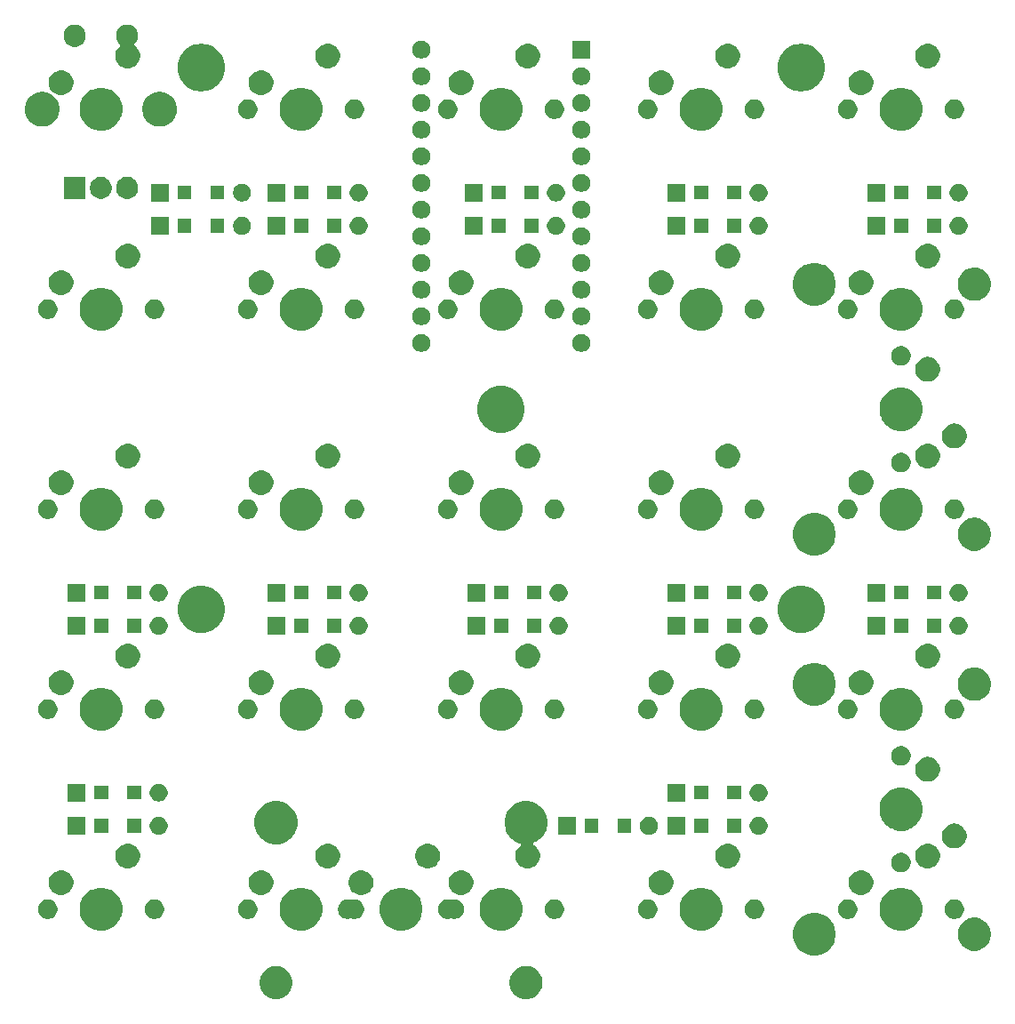
<source format=gts>
G04 #@! TF.GenerationSoftware,KiCad,Pcbnew,(5.1.4)-1*
G04 #@! TF.CreationDate,2021-11-11T00:11:55+01:00*
G04 #@! TF.ProjectId,mini-ten-key-plus,6d696e69-2d74-4656-9e2d-6b65792d706c,rev?*
G04 #@! TF.SameCoordinates,Original*
G04 #@! TF.FileFunction,Soldermask,Top*
G04 #@! TF.FilePolarity,Negative*
%FSLAX46Y46*%
G04 Gerber Fmt 4.6, Leading zero omitted, Abs format (unit mm)*
G04 Created by KiCad (PCBNEW (5.1.4)-1) date 2021-11-11 00:11:55*
%MOMM*%
%LPD*%
G04 APERTURE LIST*
%ADD10C,0.100000*%
G04 APERTURE END LIST*
D10*
G36*
X238432267Y-160221513D02*
G01*
X238584411Y-160251776D01*
X238703137Y-160300954D01*
X238871041Y-160370502D01*
X238871042Y-160370503D01*
X239129004Y-160542867D01*
X239348383Y-160762246D01*
X239463553Y-160934611D01*
X239520748Y-161020209D01*
X239639474Y-161306840D01*
X239700000Y-161611125D01*
X239700000Y-161921375D01*
X239639474Y-162225660D01*
X239520748Y-162512291D01*
X239520747Y-162512292D01*
X239348383Y-162770254D01*
X239129004Y-162989633D01*
X238956639Y-163104803D01*
X238871041Y-163161998D01*
X238703137Y-163231546D01*
X238584411Y-163280724D01*
X238432267Y-163310987D01*
X238280125Y-163341250D01*
X237969875Y-163341250D01*
X237817733Y-163310987D01*
X237665589Y-163280724D01*
X237546863Y-163231546D01*
X237378959Y-163161998D01*
X237293361Y-163104803D01*
X237120996Y-162989633D01*
X236901617Y-162770254D01*
X236729253Y-162512292D01*
X236729252Y-162512291D01*
X236610526Y-162225660D01*
X236550000Y-161921375D01*
X236550000Y-161611125D01*
X236610526Y-161306840D01*
X236729252Y-161020209D01*
X236786447Y-160934611D01*
X236901617Y-160762246D01*
X237120996Y-160542867D01*
X237378958Y-160370503D01*
X237378959Y-160370502D01*
X237546863Y-160300954D01*
X237665589Y-160251776D01*
X237817733Y-160221513D01*
X237969875Y-160191250D01*
X238280125Y-160191250D01*
X238432267Y-160221513D01*
X238432267Y-160221513D01*
G37*
G36*
X214619767Y-160221513D02*
G01*
X214771911Y-160251776D01*
X214890637Y-160300954D01*
X215058541Y-160370502D01*
X215058542Y-160370503D01*
X215316504Y-160542867D01*
X215535883Y-160762246D01*
X215651053Y-160934611D01*
X215708248Y-161020209D01*
X215826974Y-161306840D01*
X215887500Y-161611125D01*
X215887500Y-161921375D01*
X215826974Y-162225660D01*
X215708248Y-162512291D01*
X215708247Y-162512292D01*
X215535883Y-162770254D01*
X215316504Y-162989633D01*
X215144139Y-163104803D01*
X215058541Y-163161998D01*
X214890637Y-163231546D01*
X214771911Y-163280724D01*
X214619767Y-163310987D01*
X214467625Y-163341250D01*
X214157375Y-163341250D01*
X214005233Y-163310987D01*
X213853089Y-163280724D01*
X213734363Y-163231546D01*
X213566459Y-163161998D01*
X213480861Y-163104803D01*
X213308496Y-162989633D01*
X213089117Y-162770254D01*
X212916753Y-162512292D01*
X212916752Y-162512291D01*
X212798026Y-162225660D01*
X212737500Y-161921375D01*
X212737500Y-161611125D01*
X212798026Y-161306840D01*
X212916752Y-161020209D01*
X212973947Y-160934611D01*
X213089117Y-160762246D01*
X213308496Y-160542867D01*
X213566458Y-160370503D01*
X213566459Y-160370502D01*
X213734363Y-160300954D01*
X213853089Y-160251776D01*
X214005233Y-160221513D01*
X214157375Y-160191250D01*
X214467625Y-160191250D01*
X214619767Y-160221513D01*
X214619767Y-160221513D01*
G37*
G36*
X266185224Y-155196184D02*
G01*
X266403224Y-155286483D01*
X266557373Y-155350333D01*
X266892298Y-155574123D01*
X267177127Y-155858952D01*
X267400917Y-156193877D01*
X267400917Y-156193878D01*
X267555066Y-156566026D01*
X267633650Y-156961094D01*
X267633650Y-157363906D01*
X267555066Y-157758974D01*
X267493113Y-157908541D01*
X267400917Y-158131123D01*
X267177127Y-158466048D01*
X266892298Y-158750877D01*
X266557373Y-158974667D01*
X266403224Y-159038517D01*
X266185224Y-159128816D01*
X265790156Y-159207400D01*
X265387344Y-159207400D01*
X264992276Y-159128816D01*
X264774276Y-159038517D01*
X264620127Y-158974667D01*
X264285202Y-158750877D01*
X264000373Y-158466048D01*
X263776583Y-158131123D01*
X263684387Y-157908541D01*
X263622434Y-157758974D01*
X263543850Y-157363906D01*
X263543850Y-156961094D01*
X263622434Y-156566026D01*
X263776583Y-156193878D01*
X263776583Y-156193877D01*
X264000373Y-155858952D01*
X264285202Y-155574123D01*
X264620127Y-155350333D01*
X264774276Y-155286483D01*
X264992276Y-155196184D01*
X265387344Y-155117600D01*
X265790156Y-155117600D01*
X266185224Y-155196184D01*
X266185224Y-155196184D01*
G37*
G36*
X281288161Y-155648026D02*
G01*
X281345230Y-155671665D01*
X281574791Y-155766752D01*
X281574792Y-155766753D01*
X281832754Y-155939117D01*
X282052133Y-156158496D01*
X282075774Y-156193878D01*
X282224498Y-156416459D01*
X282343224Y-156703090D01*
X282403750Y-157007375D01*
X282403750Y-157317625D01*
X282343224Y-157621910D01*
X282224498Y-157908541D01*
X282224497Y-157908542D01*
X282052133Y-158166504D01*
X281832754Y-158385883D01*
X281712778Y-158466048D01*
X281574791Y-158558248D01*
X281406887Y-158627796D01*
X281288161Y-158676974D01*
X280983875Y-158737500D01*
X280673625Y-158737500D01*
X280369339Y-158676974D01*
X280250613Y-158627796D01*
X280082709Y-158558248D01*
X279944722Y-158466048D01*
X279824746Y-158385883D01*
X279605367Y-158166504D01*
X279433003Y-157908542D01*
X279433002Y-157908541D01*
X279314276Y-157621910D01*
X279253750Y-157317625D01*
X279253750Y-157007375D01*
X279314276Y-156703090D01*
X279433002Y-156416459D01*
X279581726Y-156193878D01*
X279605367Y-156158496D01*
X279824746Y-155939117D01*
X280082708Y-155766753D01*
X280082709Y-155766752D01*
X280312270Y-155671665D01*
X280369339Y-155648026D01*
X280673625Y-155587500D01*
X280983875Y-155587500D01*
X281288161Y-155648026D01*
X281288161Y-155648026D01*
G37*
G36*
X198240224Y-152814934D02*
G01*
X198458224Y-152905233D01*
X198612373Y-152969083D01*
X198947298Y-153192873D01*
X199232127Y-153477702D01*
X199455917Y-153812627D01*
X199491183Y-153897768D01*
X199610066Y-154184776D01*
X199688650Y-154579844D01*
X199688650Y-154982656D01*
X199610066Y-155377724D01*
X199559201Y-155500522D01*
X199455917Y-155749873D01*
X199232127Y-156084798D01*
X198947298Y-156369627D01*
X198612373Y-156593417D01*
X198458224Y-156657267D01*
X198240224Y-156747566D01*
X197845156Y-156826150D01*
X197442344Y-156826150D01*
X197047276Y-156747566D01*
X196829276Y-156657267D01*
X196675127Y-156593417D01*
X196340202Y-156369627D01*
X196055373Y-156084798D01*
X195831583Y-155749873D01*
X195728299Y-155500522D01*
X195677434Y-155377724D01*
X195598850Y-154982656D01*
X195598850Y-154579844D01*
X195677434Y-154184776D01*
X195796317Y-153897768D01*
X195831583Y-153812627D01*
X196055373Y-153477702D01*
X196340202Y-153192873D01*
X196675127Y-152969083D01*
X196829276Y-152905233D01*
X197047276Y-152814934D01*
X197442344Y-152736350D01*
X197845156Y-152736350D01*
X198240224Y-152814934D01*
X198240224Y-152814934D01*
G37*
G36*
X255390224Y-152814934D02*
G01*
X255608224Y-152905233D01*
X255762373Y-152969083D01*
X256097298Y-153192873D01*
X256382127Y-153477702D01*
X256605917Y-153812627D01*
X256641183Y-153897768D01*
X256760066Y-154184776D01*
X256838650Y-154579844D01*
X256838650Y-154982656D01*
X256760066Y-155377724D01*
X256709201Y-155500522D01*
X256605917Y-155749873D01*
X256382127Y-156084798D01*
X256097298Y-156369627D01*
X255762373Y-156593417D01*
X255608224Y-156657267D01*
X255390224Y-156747566D01*
X254995156Y-156826150D01*
X254592344Y-156826150D01*
X254197276Y-156747566D01*
X253979276Y-156657267D01*
X253825127Y-156593417D01*
X253490202Y-156369627D01*
X253205373Y-156084798D01*
X252981583Y-155749873D01*
X252878299Y-155500522D01*
X252827434Y-155377724D01*
X252748850Y-154982656D01*
X252748850Y-154579844D01*
X252827434Y-154184776D01*
X252946317Y-153897768D01*
X252981583Y-153812627D01*
X253205373Y-153477702D01*
X253490202Y-153192873D01*
X253825127Y-152969083D01*
X253979276Y-152905233D01*
X254197276Y-152814934D01*
X254592344Y-152736350D01*
X254995156Y-152736350D01*
X255390224Y-152814934D01*
X255390224Y-152814934D01*
G37*
G36*
X274440224Y-152814934D02*
G01*
X274658224Y-152905233D01*
X274812373Y-152969083D01*
X275147298Y-153192873D01*
X275432127Y-153477702D01*
X275655917Y-153812627D01*
X275691183Y-153897768D01*
X275810066Y-154184776D01*
X275888650Y-154579844D01*
X275888650Y-154982656D01*
X275810066Y-155377724D01*
X275759201Y-155500522D01*
X275655917Y-155749873D01*
X275432127Y-156084798D01*
X275147298Y-156369627D01*
X274812373Y-156593417D01*
X274658224Y-156657267D01*
X274440224Y-156747566D01*
X274045156Y-156826150D01*
X273642344Y-156826150D01*
X273247276Y-156747566D01*
X273029276Y-156657267D01*
X272875127Y-156593417D01*
X272540202Y-156369627D01*
X272255373Y-156084798D01*
X272031583Y-155749873D01*
X271928299Y-155500522D01*
X271877434Y-155377724D01*
X271798850Y-154982656D01*
X271798850Y-154579844D01*
X271877434Y-154184776D01*
X271996317Y-153897768D01*
X272031583Y-153812627D01*
X272255373Y-153477702D01*
X272540202Y-153192873D01*
X272875127Y-152969083D01*
X273029276Y-152905233D01*
X273247276Y-152814934D01*
X273642344Y-152736350D01*
X274045156Y-152736350D01*
X274440224Y-152814934D01*
X274440224Y-152814934D01*
G37*
G36*
X236340224Y-152814934D02*
G01*
X236558224Y-152905233D01*
X236712373Y-152969083D01*
X237047298Y-153192873D01*
X237332127Y-153477702D01*
X237555917Y-153812627D01*
X237591183Y-153897768D01*
X237710066Y-154184776D01*
X237788650Y-154579844D01*
X237788650Y-154982656D01*
X237710066Y-155377724D01*
X237659201Y-155500522D01*
X237555917Y-155749873D01*
X237332127Y-156084798D01*
X237047298Y-156369627D01*
X236712373Y-156593417D01*
X236558224Y-156657267D01*
X236340224Y-156747566D01*
X235945156Y-156826150D01*
X235542344Y-156826150D01*
X235147276Y-156747566D01*
X234929276Y-156657267D01*
X234775127Y-156593417D01*
X234440202Y-156369627D01*
X234155373Y-156084798D01*
X233931583Y-155749873D01*
X233828299Y-155500522D01*
X233777434Y-155377724D01*
X233698850Y-154982656D01*
X233698850Y-154579844D01*
X233777434Y-154184776D01*
X233896317Y-153897768D01*
X233931583Y-153812627D01*
X234155373Y-153477702D01*
X234440202Y-153192873D01*
X234775127Y-152969083D01*
X234929276Y-152905233D01*
X235147276Y-152814934D01*
X235542344Y-152736350D01*
X235945156Y-152736350D01*
X236340224Y-152814934D01*
X236340224Y-152814934D01*
G37*
G36*
X226815224Y-152814934D02*
G01*
X227033224Y-152905233D01*
X227187373Y-152969083D01*
X227522298Y-153192873D01*
X227807127Y-153477702D01*
X228030917Y-153812627D01*
X228066183Y-153897768D01*
X228185066Y-154184776D01*
X228263650Y-154579844D01*
X228263650Y-154982656D01*
X228185066Y-155377724D01*
X228134201Y-155500522D01*
X228030917Y-155749873D01*
X227807127Y-156084798D01*
X227522298Y-156369627D01*
X227187373Y-156593417D01*
X227033224Y-156657267D01*
X226815224Y-156747566D01*
X226420156Y-156826150D01*
X226017344Y-156826150D01*
X225622276Y-156747566D01*
X225404276Y-156657267D01*
X225250127Y-156593417D01*
X224915202Y-156369627D01*
X224630373Y-156084798D01*
X224406583Y-155749873D01*
X224303299Y-155500522D01*
X224252434Y-155377724D01*
X224173850Y-154982656D01*
X224173850Y-154579844D01*
X224252434Y-154184776D01*
X224371317Y-153897768D01*
X224406583Y-153812627D01*
X224630373Y-153477702D01*
X224915202Y-153192873D01*
X225250127Y-152969083D01*
X225404276Y-152905233D01*
X225622276Y-152814934D01*
X226017344Y-152736350D01*
X226420156Y-152736350D01*
X226815224Y-152814934D01*
X226815224Y-152814934D01*
G37*
G36*
X217290224Y-152814934D02*
G01*
X217508224Y-152905233D01*
X217662373Y-152969083D01*
X217997298Y-153192873D01*
X218282127Y-153477702D01*
X218505917Y-153812627D01*
X218541183Y-153897768D01*
X218660066Y-154184776D01*
X218738650Y-154579844D01*
X218738650Y-154982656D01*
X218660066Y-155377724D01*
X218609201Y-155500522D01*
X218505917Y-155749873D01*
X218282127Y-156084798D01*
X217997298Y-156369627D01*
X217662373Y-156593417D01*
X217508224Y-156657267D01*
X217290224Y-156747566D01*
X216895156Y-156826150D01*
X216492344Y-156826150D01*
X216097276Y-156747566D01*
X215879276Y-156657267D01*
X215725127Y-156593417D01*
X215390202Y-156369627D01*
X215105373Y-156084798D01*
X214881583Y-155749873D01*
X214778299Y-155500522D01*
X214727434Y-155377724D01*
X214648850Y-154982656D01*
X214648850Y-154579844D01*
X214727434Y-154184776D01*
X214846317Y-153897768D01*
X214881583Y-153812627D01*
X215105373Y-153477702D01*
X215390202Y-153192873D01*
X215725127Y-152969083D01*
X215879276Y-152905233D01*
X216097276Y-152814934D01*
X216492344Y-152736350D01*
X216895156Y-152736350D01*
X217290224Y-152814934D01*
X217290224Y-152814934D01*
G37*
G36*
X249983854Y-153890835D02*
G01*
X250152376Y-153960639D01*
X250304041Y-154061978D01*
X250433022Y-154190959D01*
X250534361Y-154342624D01*
X250604165Y-154511146D01*
X250639750Y-154690047D01*
X250639750Y-154872453D01*
X250604165Y-155051354D01*
X250534361Y-155219876D01*
X250433022Y-155371541D01*
X250304041Y-155500522D01*
X250152376Y-155601861D01*
X249983854Y-155671665D01*
X249804953Y-155707250D01*
X249622547Y-155707250D01*
X249443646Y-155671665D01*
X249275124Y-155601861D01*
X249123459Y-155500522D01*
X248994478Y-155371541D01*
X248893139Y-155219876D01*
X248823335Y-155051354D01*
X248787750Y-154872453D01*
X248787750Y-154690047D01*
X248823335Y-154511146D01*
X248893139Y-154342624D01*
X248994478Y-154190959D01*
X249123459Y-154061978D01*
X249275124Y-153960639D01*
X249443646Y-153890835D01*
X249622547Y-153855250D01*
X249804953Y-153855250D01*
X249983854Y-153890835D01*
X249983854Y-153890835D01*
G37*
G36*
X269033854Y-153890835D02*
G01*
X269202376Y-153960639D01*
X269354041Y-154061978D01*
X269483022Y-154190959D01*
X269584361Y-154342624D01*
X269654165Y-154511146D01*
X269689750Y-154690047D01*
X269689750Y-154872453D01*
X269654165Y-155051354D01*
X269584361Y-155219876D01*
X269483022Y-155371541D01*
X269354041Y-155500522D01*
X269202376Y-155601861D01*
X269033854Y-155671665D01*
X268854953Y-155707250D01*
X268672547Y-155707250D01*
X268493646Y-155671665D01*
X268325124Y-155601861D01*
X268173459Y-155500522D01*
X268044478Y-155371541D01*
X267943139Y-155219876D01*
X267873335Y-155051354D01*
X267837750Y-154872453D01*
X267837750Y-154690047D01*
X267873335Y-154511146D01*
X267943139Y-154342624D01*
X268044478Y-154190959D01*
X268173459Y-154061978D01*
X268325124Y-153960639D01*
X268493646Y-153890835D01*
X268672547Y-153855250D01*
X268854953Y-153855250D01*
X269033854Y-153890835D01*
X269033854Y-153890835D01*
G37*
G36*
X260143854Y-153890835D02*
G01*
X260312376Y-153960639D01*
X260464041Y-154061978D01*
X260593022Y-154190959D01*
X260694361Y-154342624D01*
X260764165Y-154511146D01*
X260799750Y-154690047D01*
X260799750Y-154872453D01*
X260764165Y-155051354D01*
X260694361Y-155219876D01*
X260593022Y-155371541D01*
X260464041Y-155500522D01*
X260312376Y-155601861D01*
X260143854Y-155671665D01*
X259964953Y-155707250D01*
X259782547Y-155707250D01*
X259603646Y-155671665D01*
X259435124Y-155601861D01*
X259283459Y-155500522D01*
X259154478Y-155371541D01*
X259053139Y-155219876D01*
X258983335Y-155051354D01*
X258947750Y-154872453D01*
X258947750Y-154690047D01*
X258983335Y-154511146D01*
X259053139Y-154342624D01*
X259154478Y-154190959D01*
X259283459Y-154061978D01*
X259435124Y-153960639D01*
X259603646Y-153890835D01*
X259782547Y-153855250D01*
X259964953Y-153855250D01*
X260143854Y-153890835D01*
X260143854Y-153890835D01*
G37*
G36*
X279193854Y-153890835D02*
G01*
X279362376Y-153960639D01*
X279514041Y-154061978D01*
X279643022Y-154190959D01*
X279744361Y-154342624D01*
X279814165Y-154511146D01*
X279849750Y-154690047D01*
X279849750Y-154872453D01*
X279814165Y-155051354D01*
X279744361Y-155219876D01*
X279643022Y-155371541D01*
X279514041Y-155500522D01*
X279362376Y-155601861D01*
X279193854Y-155671665D01*
X279014953Y-155707250D01*
X278832547Y-155707250D01*
X278653646Y-155671665D01*
X278485124Y-155601861D01*
X278333459Y-155500522D01*
X278204478Y-155371541D01*
X278103139Y-155219876D01*
X278033335Y-155051354D01*
X277997750Y-154872453D01*
X277997750Y-154690047D01*
X278033335Y-154511146D01*
X278103139Y-154342624D01*
X278204478Y-154190959D01*
X278333459Y-154061978D01*
X278485124Y-153960639D01*
X278653646Y-153890835D01*
X278832547Y-153855250D01*
X279014953Y-153855250D01*
X279193854Y-153890835D01*
X279193854Y-153890835D01*
G37*
G36*
X241093854Y-153890835D02*
G01*
X241262376Y-153960639D01*
X241414041Y-154061978D01*
X241543022Y-154190959D01*
X241644361Y-154342624D01*
X241714165Y-154511146D01*
X241749750Y-154690047D01*
X241749750Y-154872453D01*
X241714165Y-155051354D01*
X241644361Y-155219876D01*
X241543022Y-155371541D01*
X241414041Y-155500522D01*
X241262376Y-155601861D01*
X241093854Y-155671665D01*
X240914953Y-155707250D01*
X240732547Y-155707250D01*
X240553646Y-155671665D01*
X240385124Y-155601861D01*
X240233459Y-155500522D01*
X240104478Y-155371541D01*
X240003139Y-155219876D01*
X239933335Y-155051354D01*
X239897750Y-154872453D01*
X239897750Y-154690047D01*
X239933335Y-154511146D01*
X240003139Y-154342624D01*
X240104478Y-154190959D01*
X240233459Y-154061978D01*
X240385124Y-153960639D01*
X240553646Y-153890835D01*
X240732547Y-153855250D01*
X240914953Y-153855250D01*
X241093854Y-153890835D01*
X241093854Y-153890835D01*
G37*
G36*
X211883854Y-153890835D02*
G01*
X212052376Y-153960639D01*
X212204041Y-154061978D01*
X212333022Y-154190959D01*
X212434361Y-154342624D01*
X212504165Y-154511146D01*
X212539750Y-154690047D01*
X212539750Y-154872453D01*
X212504165Y-155051354D01*
X212434361Y-155219876D01*
X212333022Y-155371541D01*
X212204041Y-155500522D01*
X212052376Y-155601861D01*
X211883854Y-155671665D01*
X211704953Y-155707250D01*
X211522547Y-155707250D01*
X211343646Y-155671665D01*
X211175124Y-155601861D01*
X211023459Y-155500522D01*
X210894478Y-155371541D01*
X210793139Y-155219876D01*
X210723335Y-155051354D01*
X210687750Y-154872453D01*
X210687750Y-154690047D01*
X210723335Y-154511146D01*
X210793139Y-154342624D01*
X210894478Y-154190959D01*
X211023459Y-154061978D01*
X211175124Y-153960639D01*
X211343646Y-153890835D01*
X211522547Y-153855250D01*
X211704953Y-153855250D01*
X211883854Y-153890835D01*
X211883854Y-153890835D01*
G37*
G36*
X221408854Y-153890835D02*
G01*
X221408860Y-153890838D01*
X221409315Y-153890928D01*
X221431868Y-153897768D01*
X221456254Y-153900169D01*
X221480640Y-153897766D01*
X221503185Y-153890928D01*
X221503640Y-153890838D01*
X221503646Y-153890835D01*
X221682547Y-153855250D01*
X221864953Y-153855250D01*
X222043854Y-153890835D01*
X222212376Y-153960639D01*
X222364041Y-154061978D01*
X222493022Y-154190959D01*
X222594361Y-154342624D01*
X222664165Y-154511146D01*
X222699750Y-154690047D01*
X222699750Y-154872453D01*
X222664165Y-155051354D01*
X222594361Y-155219876D01*
X222493022Y-155371541D01*
X222364041Y-155500522D01*
X222212376Y-155601861D01*
X222043854Y-155671665D01*
X221864953Y-155707250D01*
X221682547Y-155707250D01*
X221503646Y-155671665D01*
X221503640Y-155671662D01*
X221503185Y-155671572D01*
X221480632Y-155664732D01*
X221456246Y-155662331D01*
X221431860Y-155664734D01*
X221409315Y-155671572D01*
X221408860Y-155671662D01*
X221408854Y-155671665D01*
X221229953Y-155707250D01*
X221047547Y-155707250D01*
X220868646Y-155671665D01*
X220700124Y-155601861D01*
X220548459Y-155500522D01*
X220419478Y-155371541D01*
X220318139Y-155219876D01*
X220248335Y-155051354D01*
X220212750Y-154872453D01*
X220212750Y-154690047D01*
X220248335Y-154511146D01*
X220318139Y-154342624D01*
X220419478Y-154190959D01*
X220548459Y-154061978D01*
X220700124Y-153960639D01*
X220868646Y-153890835D01*
X221047547Y-153855250D01*
X221229953Y-153855250D01*
X221408854Y-153890835D01*
X221408854Y-153890835D01*
G37*
G36*
X202993854Y-153890835D02*
G01*
X203162376Y-153960639D01*
X203314041Y-154061978D01*
X203443022Y-154190959D01*
X203544361Y-154342624D01*
X203614165Y-154511146D01*
X203649750Y-154690047D01*
X203649750Y-154872453D01*
X203614165Y-155051354D01*
X203544361Y-155219876D01*
X203443022Y-155371541D01*
X203314041Y-155500522D01*
X203162376Y-155601861D01*
X202993854Y-155671665D01*
X202814953Y-155707250D01*
X202632547Y-155707250D01*
X202453646Y-155671665D01*
X202285124Y-155601861D01*
X202133459Y-155500522D01*
X202004478Y-155371541D01*
X201903139Y-155219876D01*
X201833335Y-155051354D01*
X201797750Y-154872453D01*
X201797750Y-154690047D01*
X201833335Y-154511146D01*
X201903139Y-154342624D01*
X202004478Y-154190959D01*
X202133459Y-154061978D01*
X202285124Y-153960639D01*
X202453646Y-153890835D01*
X202632547Y-153855250D01*
X202814953Y-153855250D01*
X202993854Y-153890835D01*
X202993854Y-153890835D01*
G37*
G36*
X192833854Y-153890835D02*
G01*
X193002376Y-153960639D01*
X193154041Y-154061978D01*
X193283022Y-154190959D01*
X193384361Y-154342624D01*
X193454165Y-154511146D01*
X193489750Y-154690047D01*
X193489750Y-154872453D01*
X193454165Y-155051354D01*
X193384361Y-155219876D01*
X193283022Y-155371541D01*
X193154041Y-155500522D01*
X193002376Y-155601861D01*
X192833854Y-155671665D01*
X192654953Y-155707250D01*
X192472547Y-155707250D01*
X192293646Y-155671665D01*
X192125124Y-155601861D01*
X191973459Y-155500522D01*
X191844478Y-155371541D01*
X191743139Y-155219876D01*
X191673335Y-155051354D01*
X191637750Y-154872453D01*
X191637750Y-154690047D01*
X191673335Y-154511146D01*
X191743139Y-154342624D01*
X191844478Y-154190959D01*
X191973459Y-154061978D01*
X192125124Y-153960639D01*
X192293646Y-153890835D01*
X192472547Y-153855250D01*
X192654953Y-153855250D01*
X192833854Y-153890835D01*
X192833854Y-153890835D01*
G37*
G36*
X230933854Y-153890835D02*
G01*
X230933860Y-153890838D01*
X230934315Y-153890928D01*
X230956868Y-153897768D01*
X230981254Y-153900169D01*
X231005640Y-153897766D01*
X231028185Y-153890928D01*
X231028640Y-153890838D01*
X231028646Y-153890835D01*
X231207547Y-153855250D01*
X231389953Y-153855250D01*
X231568854Y-153890835D01*
X231737376Y-153960639D01*
X231889041Y-154061978D01*
X232018022Y-154190959D01*
X232119361Y-154342624D01*
X232189165Y-154511146D01*
X232224750Y-154690047D01*
X232224750Y-154872453D01*
X232189165Y-155051354D01*
X232119361Y-155219876D01*
X232018022Y-155371541D01*
X231889041Y-155500522D01*
X231737376Y-155601861D01*
X231568854Y-155671665D01*
X231389953Y-155707250D01*
X231207547Y-155707250D01*
X231028646Y-155671665D01*
X231028640Y-155671662D01*
X231028185Y-155671572D01*
X231005632Y-155664732D01*
X230981246Y-155662331D01*
X230956860Y-155664734D01*
X230934315Y-155671572D01*
X230933860Y-155671662D01*
X230933854Y-155671665D01*
X230754953Y-155707250D01*
X230572547Y-155707250D01*
X230393646Y-155671665D01*
X230225124Y-155601861D01*
X230073459Y-155500522D01*
X229944478Y-155371541D01*
X229843139Y-155219876D01*
X229773335Y-155051354D01*
X229737750Y-154872453D01*
X229737750Y-154690047D01*
X229773335Y-154511146D01*
X229843139Y-154342624D01*
X229944478Y-154190959D01*
X230073459Y-154061978D01*
X230225124Y-153960639D01*
X230393646Y-153890835D01*
X230572547Y-153855250D01*
X230754953Y-153855250D01*
X230933854Y-153890835D01*
X230933854Y-153890835D01*
G37*
G36*
X270225310Y-151080314D02*
G01*
X270376777Y-151110443D01*
X270590795Y-151199092D01*
X270590796Y-151199093D01*
X270783404Y-151327789D01*
X270947211Y-151491596D01*
X271033008Y-151620001D01*
X271075908Y-151684205D01*
X271164557Y-151898223D01*
X271209750Y-152125424D01*
X271209750Y-152357076D01*
X271164557Y-152584277D01*
X271075908Y-152798295D01*
X271075907Y-152798296D01*
X270947211Y-152990904D01*
X270783404Y-153154711D01*
X270726290Y-153192873D01*
X270590795Y-153283408D01*
X270376777Y-153372057D01*
X270225310Y-153402186D01*
X270149577Y-153417250D01*
X269917923Y-153417250D01*
X269842190Y-153402186D01*
X269690723Y-153372057D01*
X269476705Y-153283408D01*
X269341210Y-153192873D01*
X269284096Y-153154711D01*
X269120289Y-152990904D01*
X268991593Y-152798296D01*
X268991592Y-152798295D01*
X268902943Y-152584277D01*
X268857750Y-152357076D01*
X268857750Y-152125424D01*
X268902943Y-151898223D01*
X268991592Y-151684205D01*
X269034492Y-151620001D01*
X269120289Y-151491596D01*
X269284096Y-151327789D01*
X269476704Y-151199093D01*
X269476705Y-151199092D01*
X269690723Y-151110443D01*
X269842190Y-151080314D01*
X269917923Y-151065250D01*
X270149577Y-151065250D01*
X270225310Y-151080314D01*
X270225310Y-151080314D01*
G37*
G36*
X232125310Y-151080314D02*
G01*
X232276777Y-151110443D01*
X232490795Y-151199092D01*
X232490796Y-151199093D01*
X232683404Y-151327789D01*
X232847211Y-151491596D01*
X232933008Y-151620001D01*
X232975908Y-151684205D01*
X233064557Y-151898223D01*
X233109750Y-152125424D01*
X233109750Y-152357076D01*
X233064557Y-152584277D01*
X232975908Y-152798295D01*
X232975907Y-152798296D01*
X232847211Y-152990904D01*
X232683404Y-153154711D01*
X232626290Y-153192873D01*
X232490795Y-153283408D01*
X232276777Y-153372057D01*
X232125310Y-153402186D01*
X232049577Y-153417250D01*
X231817923Y-153417250D01*
X231742190Y-153402186D01*
X231590723Y-153372057D01*
X231376705Y-153283408D01*
X231241210Y-153192873D01*
X231184096Y-153154711D01*
X231020289Y-152990904D01*
X230891593Y-152798296D01*
X230891592Y-152798295D01*
X230802943Y-152584277D01*
X230757750Y-152357076D01*
X230757750Y-152125424D01*
X230802943Y-151898223D01*
X230891592Y-151684205D01*
X230934492Y-151620001D01*
X231020289Y-151491596D01*
X231184096Y-151327789D01*
X231376704Y-151199093D01*
X231376705Y-151199092D01*
X231590723Y-151110443D01*
X231742190Y-151080314D01*
X231817923Y-151065250D01*
X232049577Y-151065250D01*
X232125310Y-151080314D01*
X232125310Y-151080314D01*
G37*
G36*
X213075310Y-151080314D02*
G01*
X213226777Y-151110443D01*
X213440795Y-151199092D01*
X213440796Y-151199093D01*
X213633404Y-151327789D01*
X213797211Y-151491596D01*
X213883008Y-151620001D01*
X213925908Y-151684205D01*
X214014557Y-151898223D01*
X214059750Y-152125424D01*
X214059750Y-152357076D01*
X214014557Y-152584277D01*
X213925908Y-152798295D01*
X213925907Y-152798296D01*
X213797211Y-152990904D01*
X213633404Y-153154711D01*
X213576290Y-153192873D01*
X213440795Y-153283408D01*
X213226777Y-153372057D01*
X213075310Y-153402186D01*
X212999577Y-153417250D01*
X212767923Y-153417250D01*
X212692190Y-153402186D01*
X212540723Y-153372057D01*
X212326705Y-153283408D01*
X212191210Y-153192873D01*
X212134096Y-153154711D01*
X211970289Y-152990904D01*
X211841593Y-152798296D01*
X211841592Y-152798295D01*
X211752943Y-152584277D01*
X211707750Y-152357076D01*
X211707750Y-152125424D01*
X211752943Y-151898223D01*
X211841592Y-151684205D01*
X211884492Y-151620001D01*
X211970289Y-151491596D01*
X212134096Y-151327789D01*
X212326704Y-151199093D01*
X212326705Y-151199092D01*
X212540723Y-151110443D01*
X212692190Y-151080314D01*
X212767923Y-151065250D01*
X212999577Y-151065250D01*
X213075310Y-151080314D01*
X213075310Y-151080314D01*
G37*
G36*
X222600310Y-151080314D02*
G01*
X222751777Y-151110443D01*
X222965795Y-151199092D01*
X222965796Y-151199093D01*
X223158404Y-151327789D01*
X223322211Y-151491596D01*
X223408008Y-151620001D01*
X223450908Y-151684205D01*
X223539557Y-151898223D01*
X223584750Y-152125424D01*
X223584750Y-152357076D01*
X223539557Y-152584277D01*
X223450908Y-152798295D01*
X223450907Y-152798296D01*
X223322211Y-152990904D01*
X223158404Y-153154711D01*
X223101290Y-153192873D01*
X222965795Y-153283408D01*
X222751777Y-153372057D01*
X222600310Y-153402186D01*
X222524577Y-153417250D01*
X222292923Y-153417250D01*
X222217190Y-153402186D01*
X222065723Y-153372057D01*
X221851705Y-153283408D01*
X221716210Y-153192873D01*
X221659096Y-153154711D01*
X221495289Y-152990904D01*
X221366593Y-152798296D01*
X221366592Y-152798295D01*
X221277943Y-152584277D01*
X221232750Y-152357076D01*
X221232750Y-152125424D01*
X221277943Y-151898223D01*
X221366592Y-151684205D01*
X221409492Y-151620001D01*
X221495289Y-151491596D01*
X221659096Y-151327789D01*
X221851704Y-151199093D01*
X221851705Y-151199092D01*
X222065723Y-151110443D01*
X222217190Y-151080314D01*
X222292923Y-151065250D01*
X222524577Y-151065250D01*
X222600310Y-151080314D01*
X222600310Y-151080314D01*
G37*
G36*
X251175310Y-151080314D02*
G01*
X251326777Y-151110443D01*
X251540795Y-151199092D01*
X251540796Y-151199093D01*
X251733404Y-151327789D01*
X251897211Y-151491596D01*
X251983008Y-151620001D01*
X252025908Y-151684205D01*
X252114557Y-151898223D01*
X252159750Y-152125424D01*
X252159750Y-152357076D01*
X252114557Y-152584277D01*
X252025908Y-152798295D01*
X252025907Y-152798296D01*
X251897211Y-152990904D01*
X251733404Y-153154711D01*
X251676290Y-153192873D01*
X251540795Y-153283408D01*
X251326777Y-153372057D01*
X251175310Y-153402186D01*
X251099577Y-153417250D01*
X250867923Y-153417250D01*
X250792190Y-153402186D01*
X250640723Y-153372057D01*
X250426705Y-153283408D01*
X250291210Y-153192873D01*
X250234096Y-153154711D01*
X250070289Y-152990904D01*
X249941593Y-152798296D01*
X249941592Y-152798295D01*
X249852943Y-152584277D01*
X249807750Y-152357076D01*
X249807750Y-152125424D01*
X249852943Y-151898223D01*
X249941592Y-151684205D01*
X249984492Y-151620001D01*
X250070289Y-151491596D01*
X250234096Y-151327789D01*
X250426704Y-151199093D01*
X250426705Y-151199092D01*
X250640723Y-151110443D01*
X250792190Y-151080314D01*
X250867923Y-151065250D01*
X251099577Y-151065250D01*
X251175310Y-151080314D01*
X251175310Y-151080314D01*
G37*
G36*
X194025310Y-151080314D02*
G01*
X194176777Y-151110443D01*
X194390795Y-151199092D01*
X194390796Y-151199093D01*
X194583404Y-151327789D01*
X194747211Y-151491596D01*
X194833008Y-151620001D01*
X194875908Y-151684205D01*
X194964557Y-151898223D01*
X195009750Y-152125424D01*
X195009750Y-152357076D01*
X194964557Y-152584277D01*
X194875908Y-152798295D01*
X194875907Y-152798296D01*
X194747211Y-152990904D01*
X194583404Y-153154711D01*
X194526290Y-153192873D01*
X194390795Y-153283408D01*
X194176777Y-153372057D01*
X194025310Y-153402186D01*
X193949577Y-153417250D01*
X193717923Y-153417250D01*
X193642190Y-153402186D01*
X193490723Y-153372057D01*
X193276705Y-153283408D01*
X193141210Y-153192873D01*
X193084096Y-153154711D01*
X192920289Y-152990904D01*
X192791593Y-152798296D01*
X192791592Y-152798295D01*
X192702943Y-152584277D01*
X192657750Y-152357076D01*
X192657750Y-152125424D01*
X192702943Y-151898223D01*
X192791592Y-151684205D01*
X192834492Y-151620001D01*
X192920289Y-151491596D01*
X193084096Y-151327789D01*
X193276704Y-151199093D01*
X193276705Y-151199092D01*
X193490723Y-151110443D01*
X193642190Y-151080314D01*
X193717923Y-151065250D01*
X193949577Y-151065250D01*
X194025310Y-151080314D01*
X194025310Y-151080314D01*
G37*
G36*
X274113854Y-149445835D02*
G01*
X274282376Y-149515639D01*
X274434041Y-149616978D01*
X274563022Y-149745959D01*
X274664361Y-149897624D01*
X274734165Y-150066146D01*
X274769750Y-150245047D01*
X274769750Y-150427453D01*
X274734165Y-150606354D01*
X274664361Y-150774876D01*
X274563022Y-150926541D01*
X274434041Y-151055522D01*
X274282376Y-151156861D01*
X274113854Y-151226665D01*
X273934953Y-151262250D01*
X273752547Y-151262250D01*
X273573646Y-151226665D01*
X273405124Y-151156861D01*
X273253459Y-151055522D01*
X273124478Y-150926541D01*
X273023139Y-150774876D01*
X272953335Y-150606354D01*
X272917750Y-150427453D01*
X272917750Y-150245047D01*
X272953335Y-150066146D01*
X273023139Y-149897624D01*
X273124478Y-149745959D01*
X273253459Y-149616978D01*
X273405124Y-149515639D01*
X273573646Y-149445835D01*
X273752547Y-149410250D01*
X273934953Y-149410250D01*
X274113854Y-149445835D01*
X274113854Y-149445835D01*
G37*
G36*
X228931033Y-148536480D02*
G01*
X229101777Y-148570443D01*
X229315795Y-148659092D01*
X229315796Y-148659093D01*
X229508404Y-148787789D01*
X229672211Y-148951596D01*
X229758008Y-149080001D01*
X229800908Y-149144205D01*
X229889557Y-149358223D01*
X229934750Y-149585424D01*
X229934750Y-149817076D01*
X229889557Y-150044277D01*
X229800908Y-150258295D01*
X229800907Y-150258296D01*
X229672211Y-150450904D01*
X229508404Y-150614711D01*
X229379999Y-150700508D01*
X229315795Y-150743408D01*
X229101777Y-150832057D01*
X228950310Y-150862186D01*
X228874577Y-150877250D01*
X228642923Y-150877250D01*
X228567190Y-150862186D01*
X228415723Y-150832057D01*
X228201705Y-150743408D01*
X228137501Y-150700508D01*
X228009096Y-150614711D01*
X227845289Y-150450904D01*
X227716593Y-150258296D01*
X227716592Y-150258295D01*
X227627943Y-150044277D01*
X227582750Y-149817076D01*
X227582750Y-149585424D01*
X227627943Y-149358223D01*
X227716592Y-149144205D01*
X227759492Y-149080001D01*
X227845289Y-148951596D01*
X228009096Y-148787789D01*
X228201704Y-148659093D01*
X228201705Y-148659092D01*
X228415723Y-148570443D01*
X228586467Y-148536480D01*
X228642923Y-148525250D01*
X228874577Y-148525250D01*
X228931033Y-148536480D01*
X228931033Y-148536480D01*
G37*
G36*
X219406033Y-148536480D02*
G01*
X219576777Y-148570443D01*
X219790795Y-148659092D01*
X219790796Y-148659093D01*
X219983404Y-148787789D01*
X220147211Y-148951596D01*
X220233008Y-149080001D01*
X220275908Y-149144205D01*
X220364557Y-149358223D01*
X220409750Y-149585424D01*
X220409750Y-149817076D01*
X220364557Y-150044277D01*
X220275908Y-150258295D01*
X220275907Y-150258296D01*
X220147211Y-150450904D01*
X219983404Y-150614711D01*
X219854999Y-150700508D01*
X219790795Y-150743408D01*
X219576777Y-150832057D01*
X219425310Y-150862186D01*
X219349577Y-150877250D01*
X219117923Y-150877250D01*
X219042190Y-150862186D01*
X218890723Y-150832057D01*
X218676705Y-150743408D01*
X218612501Y-150700508D01*
X218484096Y-150614711D01*
X218320289Y-150450904D01*
X218191593Y-150258296D01*
X218191592Y-150258295D01*
X218102943Y-150044277D01*
X218057750Y-149817076D01*
X218057750Y-149585424D01*
X218102943Y-149358223D01*
X218191592Y-149144205D01*
X218234492Y-149080001D01*
X218320289Y-148951596D01*
X218484096Y-148787789D01*
X218676704Y-148659093D01*
X218676705Y-148659092D01*
X218890723Y-148570443D01*
X219061467Y-148536480D01*
X219117923Y-148525250D01*
X219349577Y-148525250D01*
X219406033Y-148536480D01*
X219406033Y-148536480D01*
G37*
G36*
X200356033Y-148536480D02*
G01*
X200526777Y-148570443D01*
X200740795Y-148659092D01*
X200740796Y-148659093D01*
X200933404Y-148787789D01*
X201097211Y-148951596D01*
X201183008Y-149080001D01*
X201225908Y-149144205D01*
X201314557Y-149358223D01*
X201359750Y-149585424D01*
X201359750Y-149817076D01*
X201314557Y-150044277D01*
X201225908Y-150258295D01*
X201225907Y-150258296D01*
X201097211Y-150450904D01*
X200933404Y-150614711D01*
X200804999Y-150700508D01*
X200740795Y-150743408D01*
X200526777Y-150832057D01*
X200375310Y-150862186D01*
X200299577Y-150877250D01*
X200067923Y-150877250D01*
X199992190Y-150862186D01*
X199840723Y-150832057D01*
X199626705Y-150743408D01*
X199562501Y-150700508D01*
X199434096Y-150614711D01*
X199270289Y-150450904D01*
X199141593Y-150258296D01*
X199141592Y-150258295D01*
X199052943Y-150044277D01*
X199007750Y-149817076D01*
X199007750Y-149585424D01*
X199052943Y-149358223D01*
X199141592Y-149144205D01*
X199184492Y-149080001D01*
X199270289Y-148951596D01*
X199434096Y-148787789D01*
X199626704Y-148659093D01*
X199626705Y-148659092D01*
X199840723Y-148570443D01*
X200011467Y-148536480D01*
X200067923Y-148525250D01*
X200299577Y-148525250D01*
X200356033Y-148536480D01*
X200356033Y-148536480D01*
G37*
G36*
X238721474Y-144559934D02*
G01*
X238939474Y-144650233D01*
X239093623Y-144714083D01*
X239428548Y-144937873D01*
X239713377Y-145222702D01*
X239937167Y-145557627D01*
X239937167Y-145557628D01*
X240091316Y-145929776D01*
X240169900Y-146324844D01*
X240169900Y-146727656D01*
X240091316Y-147122724D01*
X240049960Y-147222565D01*
X239937167Y-147494873D01*
X239713377Y-147829798D01*
X239428548Y-148114627D01*
X239093623Y-148338417D01*
X239025564Y-148366608D01*
X238857338Y-148436290D01*
X238835727Y-148447841D01*
X238816785Y-148463387D01*
X238801240Y-148482329D01*
X238789689Y-148503939D01*
X238782576Y-148527388D01*
X238780174Y-148551774D01*
X238782576Y-148576160D01*
X238789689Y-148599609D01*
X238801240Y-148621220D01*
X238816786Y-148640162D01*
X238835728Y-148655707D01*
X238840792Y-148659091D01*
X238840795Y-148659092D01*
X238916548Y-148709709D01*
X239033404Y-148787789D01*
X239197211Y-148951596D01*
X239283008Y-149080001D01*
X239325908Y-149144205D01*
X239414557Y-149358223D01*
X239459750Y-149585424D01*
X239459750Y-149817076D01*
X239414557Y-150044277D01*
X239325908Y-150258295D01*
X239325907Y-150258296D01*
X239197211Y-150450904D01*
X239033404Y-150614711D01*
X238904999Y-150700508D01*
X238840795Y-150743408D01*
X238626777Y-150832057D01*
X238475310Y-150862186D01*
X238399577Y-150877250D01*
X238167923Y-150877250D01*
X238092190Y-150862186D01*
X237940723Y-150832057D01*
X237726705Y-150743408D01*
X237662501Y-150700508D01*
X237534096Y-150614711D01*
X237370289Y-150450904D01*
X237241593Y-150258296D01*
X237241592Y-150258295D01*
X237152943Y-150044277D01*
X237107750Y-149817076D01*
X237107750Y-149585424D01*
X237152943Y-149358223D01*
X237241592Y-149144205D01*
X237284492Y-149080001D01*
X237370289Y-148951596D01*
X237534095Y-148787790D01*
X237622378Y-148728801D01*
X237641320Y-148713255D01*
X237656865Y-148694313D01*
X237668416Y-148672703D01*
X237675529Y-148649254D01*
X237677931Y-148624868D01*
X237675529Y-148600482D01*
X237668416Y-148577033D01*
X237656865Y-148555422D01*
X237641319Y-148536480D01*
X237622377Y-148520935D01*
X237600767Y-148509384D01*
X237577317Y-148502271D01*
X237528526Y-148492566D01*
X237310526Y-148402267D01*
X237156377Y-148338417D01*
X236821452Y-148114627D01*
X236536623Y-147829798D01*
X236312833Y-147494873D01*
X236200040Y-147222565D01*
X236158684Y-147122724D01*
X236080100Y-146727656D01*
X236080100Y-146324844D01*
X236158684Y-145929776D01*
X236312833Y-145557628D01*
X236312833Y-145557627D01*
X236536623Y-145222702D01*
X236821452Y-144937873D01*
X237156377Y-144714083D01*
X237310526Y-144650233D01*
X237528526Y-144559934D01*
X237923594Y-144481350D01*
X238326406Y-144481350D01*
X238721474Y-144559934D01*
X238721474Y-144559934D01*
G37*
G36*
X257506033Y-148536480D02*
G01*
X257676777Y-148570443D01*
X257890795Y-148659092D01*
X257890796Y-148659093D01*
X258083404Y-148787789D01*
X258247211Y-148951596D01*
X258333008Y-149080001D01*
X258375908Y-149144205D01*
X258464557Y-149358223D01*
X258509750Y-149585424D01*
X258509750Y-149817076D01*
X258464557Y-150044277D01*
X258375908Y-150258295D01*
X258375907Y-150258296D01*
X258247211Y-150450904D01*
X258083404Y-150614711D01*
X257954999Y-150700508D01*
X257890795Y-150743408D01*
X257676777Y-150832057D01*
X257525310Y-150862186D01*
X257449577Y-150877250D01*
X257217923Y-150877250D01*
X257142190Y-150862186D01*
X256990723Y-150832057D01*
X256776705Y-150743408D01*
X256712501Y-150700508D01*
X256584096Y-150614711D01*
X256420289Y-150450904D01*
X256291593Y-150258296D01*
X256291592Y-150258295D01*
X256202943Y-150044277D01*
X256157750Y-149817076D01*
X256157750Y-149585424D01*
X256202943Y-149358223D01*
X256291592Y-149144205D01*
X256334492Y-149080001D01*
X256420289Y-148951596D01*
X256584096Y-148787789D01*
X256776704Y-148659093D01*
X256776705Y-148659092D01*
X256990723Y-148570443D01*
X257161467Y-148536480D01*
X257217923Y-148525250D01*
X257449577Y-148525250D01*
X257506033Y-148536480D01*
X257506033Y-148536480D01*
G37*
G36*
X276556033Y-148536480D02*
G01*
X276726777Y-148570443D01*
X276940795Y-148659092D01*
X276940796Y-148659093D01*
X277133404Y-148787789D01*
X277297211Y-148951596D01*
X277383008Y-149080001D01*
X277425908Y-149144205D01*
X277514557Y-149358223D01*
X277559750Y-149585424D01*
X277559750Y-149817076D01*
X277514557Y-150044277D01*
X277425908Y-150258295D01*
X277425907Y-150258296D01*
X277297211Y-150450904D01*
X277133404Y-150614711D01*
X277004999Y-150700508D01*
X276940795Y-150743408D01*
X276726777Y-150832057D01*
X276575310Y-150862186D01*
X276499577Y-150877250D01*
X276267923Y-150877250D01*
X276192190Y-150862186D01*
X276040723Y-150832057D01*
X275826705Y-150743408D01*
X275762501Y-150700508D01*
X275634096Y-150614711D01*
X275470289Y-150450904D01*
X275341593Y-150258296D01*
X275341592Y-150258295D01*
X275252943Y-150044277D01*
X275207750Y-149817076D01*
X275207750Y-149585424D01*
X275252943Y-149358223D01*
X275341592Y-149144205D01*
X275384492Y-149080001D01*
X275470289Y-148951596D01*
X275634096Y-148787789D01*
X275826704Y-148659093D01*
X275826705Y-148659092D01*
X276040723Y-148570443D01*
X276211467Y-148536480D01*
X276267923Y-148525250D01*
X276499577Y-148525250D01*
X276556033Y-148536480D01*
X276556033Y-148536480D01*
G37*
G36*
X279115310Y-146635314D02*
G01*
X279266777Y-146665443D01*
X279480795Y-146754092D01*
X279544999Y-146796992D01*
X279673404Y-146882789D01*
X279837211Y-147046596D01*
X279923008Y-147175001D01*
X279965908Y-147239205D01*
X280054557Y-147453223D01*
X280099750Y-147680424D01*
X280099750Y-147912076D01*
X280054557Y-148139277D01*
X279965908Y-148353295D01*
X279965907Y-148353296D01*
X279837211Y-148545904D01*
X279673404Y-148709711D01*
X279544999Y-148795508D01*
X279480795Y-148838408D01*
X279266777Y-148927057D01*
X279143421Y-148951594D01*
X279039577Y-148972250D01*
X278807923Y-148972250D01*
X278704079Y-148951594D01*
X278580723Y-148927057D01*
X278366705Y-148838408D01*
X278302501Y-148795508D01*
X278174096Y-148709711D01*
X278010289Y-148545904D01*
X277881593Y-148353296D01*
X277881592Y-148353295D01*
X277792943Y-148139277D01*
X277747750Y-147912076D01*
X277747750Y-147680424D01*
X277792943Y-147453223D01*
X277881592Y-147239205D01*
X277924492Y-147175001D01*
X278010289Y-147046596D01*
X278174096Y-146882789D01*
X278302501Y-146796992D01*
X278366705Y-146754092D01*
X278580723Y-146665443D01*
X278732190Y-146635314D01*
X278807923Y-146620250D01*
X279039577Y-146620250D01*
X279115310Y-146635314D01*
X279115310Y-146635314D01*
G37*
G36*
X214908974Y-144559934D02*
G01*
X215126974Y-144650233D01*
X215281123Y-144714083D01*
X215616048Y-144937873D01*
X215900877Y-145222702D01*
X216124667Y-145557627D01*
X216124667Y-145557628D01*
X216278816Y-145929776D01*
X216357400Y-146324844D01*
X216357400Y-146727656D01*
X216278816Y-147122724D01*
X216237460Y-147222565D01*
X216124667Y-147494873D01*
X215900877Y-147829798D01*
X215616048Y-148114627D01*
X215281123Y-148338417D01*
X215126974Y-148402267D01*
X214908974Y-148492566D01*
X214513906Y-148571150D01*
X214111094Y-148571150D01*
X213716026Y-148492566D01*
X213498026Y-148402267D01*
X213343877Y-148338417D01*
X213008952Y-148114627D01*
X212724123Y-147829798D01*
X212500333Y-147494873D01*
X212387540Y-147222565D01*
X212346184Y-147122724D01*
X212267600Y-146727656D01*
X212267600Y-146324844D01*
X212346184Y-145929776D01*
X212500333Y-145557628D01*
X212500333Y-145557627D01*
X212724123Y-145222702D01*
X213008952Y-144937873D01*
X213343877Y-144714083D01*
X213498026Y-144650233D01*
X213716026Y-144559934D01*
X214111094Y-144481350D01*
X214513906Y-144481350D01*
X214908974Y-144559934D01*
X214908974Y-144559934D01*
G37*
G36*
X250083728Y-146025453D02*
G01*
X250238600Y-146089603D01*
X250377981Y-146182735D01*
X250496515Y-146301269D01*
X250589647Y-146440650D01*
X250653797Y-146595522D01*
X250686500Y-146759934D01*
X250686500Y-146927566D01*
X250653797Y-147091978D01*
X250589647Y-147246850D01*
X250496515Y-147386231D01*
X250377981Y-147504765D01*
X250238600Y-147597897D01*
X250083728Y-147662047D01*
X249919316Y-147694750D01*
X249751684Y-147694750D01*
X249587272Y-147662047D01*
X249432400Y-147597897D01*
X249293019Y-147504765D01*
X249174485Y-147386231D01*
X249081353Y-147246850D01*
X249017203Y-147091978D01*
X248984500Y-146927566D01*
X248984500Y-146759934D01*
X249017203Y-146595522D01*
X249081353Y-146440650D01*
X249174485Y-146301269D01*
X249293019Y-146182735D01*
X249432400Y-146089603D01*
X249587272Y-146025453D01*
X249751684Y-145992750D01*
X249919316Y-145992750D01*
X250083728Y-146025453D01*
X250083728Y-146025453D01*
G37*
G36*
X253332250Y-147694750D02*
G01*
X251630250Y-147694750D01*
X251630250Y-145992750D01*
X253332250Y-145992750D01*
X253332250Y-147694750D01*
X253332250Y-147694750D01*
G37*
G36*
X242886500Y-147694750D02*
G01*
X241184500Y-147694750D01*
X241184500Y-145992750D01*
X242886500Y-145992750D01*
X242886500Y-147694750D01*
X242886500Y-147694750D01*
G37*
G36*
X203379478Y-146025453D02*
G01*
X203534350Y-146089603D01*
X203673731Y-146182735D01*
X203792265Y-146301269D01*
X203885397Y-146440650D01*
X203949547Y-146595522D01*
X203982250Y-146759934D01*
X203982250Y-146927566D01*
X203949547Y-147091978D01*
X203885397Y-147246850D01*
X203792265Y-147386231D01*
X203673731Y-147504765D01*
X203534350Y-147597897D01*
X203379478Y-147662047D01*
X203215066Y-147694750D01*
X203047434Y-147694750D01*
X202883022Y-147662047D01*
X202728150Y-147597897D01*
X202588769Y-147504765D01*
X202470235Y-147386231D01*
X202377103Y-147246850D01*
X202312953Y-147091978D01*
X202280250Y-146927566D01*
X202280250Y-146759934D01*
X202312953Y-146595522D01*
X202377103Y-146440650D01*
X202470235Y-146301269D01*
X202588769Y-146182735D01*
X202728150Y-146089603D01*
X202883022Y-146025453D01*
X203047434Y-145992750D01*
X203215066Y-145992750D01*
X203379478Y-146025453D01*
X203379478Y-146025453D01*
G37*
G36*
X196182250Y-147694750D02*
G01*
X194480250Y-147694750D01*
X194480250Y-145992750D01*
X196182250Y-145992750D01*
X196182250Y-147694750D01*
X196182250Y-147694750D01*
G37*
G36*
X260529478Y-146025453D02*
G01*
X260684350Y-146089603D01*
X260823731Y-146182735D01*
X260942265Y-146301269D01*
X261035397Y-146440650D01*
X261099547Y-146595522D01*
X261132250Y-146759934D01*
X261132250Y-146927566D01*
X261099547Y-147091978D01*
X261035397Y-147246850D01*
X260942265Y-147386231D01*
X260823731Y-147504765D01*
X260684350Y-147597897D01*
X260529478Y-147662047D01*
X260365066Y-147694750D01*
X260197434Y-147694750D01*
X260033022Y-147662047D01*
X259878150Y-147597897D01*
X259738769Y-147504765D01*
X259620235Y-147386231D01*
X259527103Y-147246850D01*
X259462953Y-147091978D01*
X259430250Y-146927566D01*
X259430250Y-146759934D01*
X259462953Y-146595522D01*
X259527103Y-146440650D01*
X259620235Y-146301269D01*
X259738769Y-146182735D01*
X259878150Y-146089603D01*
X260033022Y-146025453D01*
X260197434Y-145992750D01*
X260365066Y-145992750D01*
X260529478Y-146025453D01*
X260529478Y-146025453D01*
G37*
G36*
X255457250Y-147494750D02*
G01*
X254155250Y-147494750D01*
X254155250Y-146192750D01*
X255457250Y-146192750D01*
X255457250Y-147494750D01*
X255457250Y-147494750D01*
G37*
G36*
X248161500Y-147494750D02*
G01*
X246859500Y-147494750D01*
X246859500Y-146192750D01*
X248161500Y-146192750D01*
X248161500Y-147494750D01*
X248161500Y-147494750D01*
G37*
G36*
X245011500Y-147494750D02*
G01*
X243709500Y-147494750D01*
X243709500Y-146192750D01*
X245011500Y-146192750D01*
X245011500Y-147494750D01*
X245011500Y-147494750D01*
G37*
G36*
X201457250Y-147494750D02*
G01*
X200155250Y-147494750D01*
X200155250Y-146192750D01*
X201457250Y-146192750D01*
X201457250Y-147494750D01*
X201457250Y-147494750D01*
G37*
G36*
X198307250Y-147494750D02*
G01*
X197005250Y-147494750D01*
X197005250Y-146192750D01*
X198307250Y-146192750D01*
X198307250Y-147494750D01*
X198307250Y-147494750D01*
G37*
G36*
X258607250Y-147494750D02*
G01*
X257305250Y-147494750D01*
X257305250Y-146192750D01*
X258607250Y-146192750D01*
X258607250Y-147494750D01*
X258607250Y-147494750D01*
G37*
G36*
X274440224Y-143289934D02*
G01*
X274658224Y-143380233D01*
X274812373Y-143444083D01*
X275147298Y-143667873D01*
X275432127Y-143952702D01*
X275655917Y-144287627D01*
X275673371Y-144329765D01*
X275810066Y-144659776D01*
X275888650Y-145054844D01*
X275888650Y-145457656D01*
X275810066Y-145852724D01*
X275778150Y-145929775D01*
X275655917Y-146224873D01*
X275432127Y-146559798D01*
X275147298Y-146844627D01*
X274812373Y-147068417D01*
X274681264Y-147122724D01*
X274440224Y-147222566D01*
X274045156Y-147301150D01*
X273642344Y-147301150D01*
X273247276Y-147222566D01*
X273006236Y-147122724D01*
X272875127Y-147068417D01*
X272540202Y-146844627D01*
X272255373Y-146559798D01*
X272031583Y-146224873D01*
X271909350Y-145929775D01*
X271877434Y-145852724D01*
X271798850Y-145457656D01*
X271798850Y-145054844D01*
X271877434Y-144659776D01*
X272014129Y-144329765D01*
X272031583Y-144287627D01*
X272255373Y-143952702D01*
X272540202Y-143667873D01*
X272875127Y-143444083D01*
X273029276Y-143380233D01*
X273247276Y-143289934D01*
X273642344Y-143211350D01*
X274045156Y-143211350D01*
X274440224Y-143289934D01*
X274440224Y-143289934D01*
G37*
G36*
X196182250Y-144519750D02*
G01*
X194480250Y-144519750D01*
X194480250Y-142817750D01*
X196182250Y-142817750D01*
X196182250Y-144519750D01*
X196182250Y-144519750D01*
G37*
G36*
X203379478Y-142850453D02*
G01*
X203534350Y-142914603D01*
X203673731Y-143007735D01*
X203792265Y-143126269D01*
X203885397Y-143265650D01*
X203949547Y-143420522D01*
X203982250Y-143584934D01*
X203982250Y-143752566D01*
X203949547Y-143916978D01*
X203885397Y-144071850D01*
X203792265Y-144211231D01*
X203673731Y-144329765D01*
X203534350Y-144422897D01*
X203379478Y-144487047D01*
X203215066Y-144519750D01*
X203047434Y-144519750D01*
X202883022Y-144487047D01*
X202728150Y-144422897D01*
X202588769Y-144329765D01*
X202470235Y-144211231D01*
X202377103Y-144071850D01*
X202312953Y-143916978D01*
X202280250Y-143752566D01*
X202280250Y-143584934D01*
X202312953Y-143420522D01*
X202377103Y-143265650D01*
X202470235Y-143126269D01*
X202588769Y-143007735D01*
X202728150Y-142914603D01*
X202883022Y-142850453D01*
X203047434Y-142817750D01*
X203215066Y-142817750D01*
X203379478Y-142850453D01*
X203379478Y-142850453D01*
G37*
G36*
X253332250Y-144519750D02*
G01*
X251630250Y-144519750D01*
X251630250Y-142817750D01*
X253332250Y-142817750D01*
X253332250Y-144519750D01*
X253332250Y-144519750D01*
G37*
G36*
X260529478Y-142850453D02*
G01*
X260684350Y-142914603D01*
X260823731Y-143007735D01*
X260942265Y-143126269D01*
X261035397Y-143265650D01*
X261099547Y-143420522D01*
X261132250Y-143584934D01*
X261132250Y-143752566D01*
X261099547Y-143916978D01*
X261035397Y-144071850D01*
X260942265Y-144211231D01*
X260823731Y-144329765D01*
X260684350Y-144422897D01*
X260529478Y-144487047D01*
X260365066Y-144519750D01*
X260197434Y-144519750D01*
X260033022Y-144487047D01*
X259878150Y-144422897D01*
X259738769Y-144329765D01*
X259620235Y-144211231D01*
X259527103Y-144071850D01*
X259462953Y-143916978D01*
X259430250Y-143752566D01*
X259430250Y-143584934D01*
X259462953Y-143420522D01*
X259527103Y-143265650D01*
X259620235Y-143126269D01*
X259738769Y-143007735D01*
X259878150Y-142914603D01*
X260033022Y-142850453D01*
X260197434Y-142817750D01*
X260365066Y-142817750D01*
X260529478Y-142850453D01*
X260529478Y-142850453D01*
G37*
G36*
X201457250Y-144319750D02*
G01*
X200155250Y-144319750D01*
X200155250Y-143017750D01*
X201457250Y-143017750D01*
X201457250Y-144319750D01*
X201457250Y-144319750D01*
G37*
G36*
X258607250Y-144319750D02*
G01*
X257305250Y-144319750D01*
X257305250Y-143017750D01*
X258607250Y-143017750D01*
X258607250Y-144319750D01*
X258607250Y-144319750D01*
G37*
G36*
X255457250Y-144319750D02*
G01*
X254155250Y-144319750D01*
X254155250Y-143017750D01*
X255457250Y-143017750D01*
X255457250Y-144319750D01*
X255457250Y-144319750D01*
G37*
G36*
X198307250Y-144319750D02*
G01*
X197005250Y-144319750D01*
X197005250Y-143017750D01*
X198307250Y-143017750D01*
X198307250Y-144319750D01*
X198307250Y-144319750D01*
G37*
G36*
X276575310Y-140285314D02*
G01*
X276726777Y-140315443D01*
X276940795Y-140404092D01*
X276940796Y-140404093D01*
X277133404Y-140532789D01*
X277297211Y-140696596D01*
X277383008Y-140825001D01*
X277425908Y-140889205D01*
X277514557Y-141103223D01*
X277559750Y-141330424D01*
X277559750Y-141562076D01*
X277514557Y-141789277D01*
X277425908Y-142003295D01*
X277425907Y-142003296D01*
X277297211Y-142195904D01*
X277133404Y-142359711D01*
X277004999Y-142445508D01*
X276940795Y-142488408D01*
X276726777Y-142577057D01*
X276575310Y-142607186D01*
X276499577Y-142622250D01*
X276267923Y-142622250D01*
X276192190Y-142607186D01*
X276040723Y-142577057D01*
X275826705Y-142488408D01*
X275762501Y-142445508D01*
X275634096Y-142359711D01*
X275470289Y-142195904D01*
X275341593Y-142003296D01*
X275341592Y-142003295D01*
X275252943Y-141789277D01*
X275207750Y-141562076D01*
X275207750Y-141330424D01*
X275252943Y-141103223D01*
X275341592Y-140889205D01*
X275384492Y-140825001D01*
X275470289Y-140696596D01*
X275634096Y-140532789D01*
X275826704Y-140404093D01*
X275826705Y-140404092D01*
X276040723Y-140315443D01*
X276192190Y-140285314D01*
X276267923Y-140270250D01*
X276499577Y-140270250D01*
X276575310Y-140285314D01*
X276575310Y-140285314D01*
G37*
G36*
X274113854Y-139285835D02*
G01*
X274282376Y-139355639D01*
X274434041Y-139456978D01*
X274563022Y-139585959D01*
X274664361Y-139737624D01*
X274734165Y-139906146D01*
X274769750Y-140085047D01*
X274769750Y-140267453D01*
X274734165Y-140446354D01*
X274664361Y-140614876D01*
X274563022Y-140766541D01*
X274434041Y-140895522D01*
X274282376Y-140996861D01*
X274113854Y-141066665D01*
X273934953Y-141102250D01*
X273752547Y-141102250D01*
X273573646Y-141066665D01*
X273405124Y-140996861D01*
X273253459Y-140895522D01*
X273124478Y-140766541D01*
X273023139Y-140614876D01*
X272953335Y-140446354D01*
X272917750Y-140267453D01*
X272917750Y-140085047D01*
X272953335Y-139906146D01*
X273023139Y-139737624D01*
X273124478Y-139585959D01*
X273253459Y-139456978D01*
X273405124Y-139355639D01*
X273573646Y-139285835D01*
X273752547Y-139250250D01*
X273934953Y-139250250D01*
X274113854Y-139285835D01*
X274113854Y-139285835D01*
G37*
G36*
X274440224Y-133764934D02*
G01*
X274658224Y-133855233D01*
X274812373Y-133919083D01*
X275147298Y-134142873D01*
X275432127Y-134427702D01*
X275655917Y-134762627D01*
X275688312Y-134840836D01*
X275810066Y-135134776D01*
X275888650Y-135529844D01*
X275888650Y-135932656D01*
X275810066Y-136327724D01*
X275759201Y-136450522D01*
X275655917Y-136699873D01*
X275432127Y-137034798D01*
X275147298Y-137319627D01*
X274812373Y-137543417D01*
X274658224Y-137607267D01*
X274440224Y-137697566D01*
X274045156Y-137776150D01*
X273642344Y-137776150D01*
X273247276Y-137697566D01*
X273029276Y-137607267D01*
X272875127Y-137543417D01*
X272540202Y-137319627D01*
X272255373Y-137034798D01*
X272031583Y-136699873D01*
X271928299Y-136450522D01*
X271877434Y-136327724D01*
X271798850Y-135932656D01*
X271798850Y-135529844D01*
X271877434Y-135134776D01*
X271999188Y-134840836D01*
X272031583Y-134762627D01*
X272255373Y-134427702D01*
X272540202Y-134142873D01*
X272875127Y-133919083D01*
X273029276Y-133855233D01*
X273247276Y-133764934D01*
X273642344Y-133686350D01*
X274045156Y-133686350D01*
X274440224Y-133764934D01*
X274440224Y-133764934D01*
G37*
G36*
X198240224Y-133764934D02*
G01*
X198458224Y-133855233D01*
X198612373Y-133919083D01*
X198947298Y-134142873D01*
X199232127Y-134427702D01*
X199455917Y-134762627D01*
X199488312Y-134840836D01*
X199610066Y-135134776D01*
X199688650Y-135529844D01*
X199688650Y-135932656D01*
X199610066Y-136327724D01*
X199559201Y-136450522D01*
X199455917Y-136699873D01*
X199232127Y-137034798D01*
X198947298Y-137319627D01*
X198612373Y-137543417D01*
X198458224Y-137607267D01*
X198240224Y-137697566D01*
X197845156Y-137776150D01*
X197442344Y-137776150D01*
X197047276Y-137697566D01*
X196829276Y-137607267D01*
X196675127Y-137543417D01*
X196340202Y-137319627D01*
X196055373Y-137034798D01*
X195831583Y-136699873D01*
X195728299Y-136450522D01*
X195677434Y-136327724D01*
X195598850Y-135932656D01*
X195598850Y-135529844D01*
X195677434Y-135134776D01*
X195799188Y-134840836D01*
X195831583Y-134762627D01*
X196055373Y-134427702D01*
X196340202Y-134142873D01*
X196675127Y-133919083D01*
X196829276Y-133855233D01*
X197047276Y-133764934D01*
X197442344Y-133686350D01*
X197845156Y-133686350D01*
X198240224Y-133764934D01*
X198240224Y-133764934D01*
G37*
G36*
X236340224Y-133764934D02*
G01*
X236558224Y-133855233D01*
X236712373Y-133919083D01*
X237047298Y-134142873D01*
X237332127Y-134427702D01*
X237555917Y-134762627D01*
X237588312Y-134840836D01*
X237710066Y-135134776D01*
X237788650Y-135529844D01*
X237788650Y-135932656D01*
X237710066Y-136327724D01*
X237659201Y-136450522D01*
X237555917Y-136699873D01*
X237332127Y-137034798D01*
X237047298Y-137319627D01*
X236712373Y-137543417D01*
X236558224Y-137607267D01*
X236340224Y-137697566D01*
X235945156Y-137776150D01*
X235542344Y-137776150D01*
X235147276Y-137697566D01*
X234929276Y-137607267D01*
X234775127Y-137543417D01*
X234440202Y-137319627D01*
X234155373Y-137034798D01*
X233931583Y-136699873D01*
X233828299Y-136450522D01*
X233777434Y-136327724D01*
X233698850Y-135932656D01*
X233698850Y-135529844D01*
X233777434Y-135134776D01*
X233899188Y-134840836D01*
X233931583Y-134762627D01*
X234155373Y-134427702D01*
X234440202Y-134142873D01*
X234775127Y-133919083D01*
X234929276Y-133855233D01*
X235147276Y-133764934D01*
X235542344Y-133686350D01*
X235945156Y-133686350D01*
X236340224Y-133764934D01*
X236340224Y-133764934D01*
G37*
G36*
X217290224Y-133764934D02*
G01*
X217508224Y-133855233D01*
X217662373Y-133919083D01*
X217997298Y-134142873D01*
X218282127Y-134427702D01*
X218505917Y-134762627D01*
X218538312Y-134840836D01*
X218660066Y-135134776D01*
X218738650Y-135529844D01*
X218738650Y-135932656D01*
X218660066Y-136327724D01*
X218609201Y-136450522D01*
X218505917Y-136699873D01*
X218282127Y-137034798D01*
X217997298Y-137319627D01*
X217662373Y-137543417D01*
X217508224Y-137607267D01*
X217290224Y-137697566D01*
X216895156Y-137776150D01*
X216492344Y-137776150D01*
X216097276Y-137697566D01*
X215879276Y-137607267D01*
X215725127Y-137543417D01*
X215390202Y-137319627D01*
X215105373Y-137034798D01*
X214881583Y-136699873D01*
X214778299Y-136450522D01*
X214727434Y-136327724D01*
X214648850Y-135932656D01*
X214648850Y-135529844D01*
X214727434Y-135134776D01*
X214849188Y-134840836D01*
X214881583Y-134762627D01*
X215105373Y-134427702D01*
X215390202Y-134142873D01*
X215725127Y-133919083D01*
X215879276Y-133855233D01*
X216097276Y-133764934D01*
X216492344Y-133686350D01*
X216895156Y-133686350D01*
X217290224Y-133764934D01*
X217290224Y-133764934D01*
G37*
G36*
X255390224Y-133764934D02*
G01*
X255608224Y-133855233D01*
X255762373Y-133919083D01*
X256097298Y-134142873D01*
X256382127Y-134427702D01*
X256605917Y-134762627D01*
X256638312Y-134840836D01*
X256760066Y-135134776D01*
X256838650Y-135529844D01*
X256838650Y-135932656D01*
X256760066Y-136327724D01*
X256709201Y-136450522D01*
X256605917Y-136699873D01*
X256382127Y-137034798D01*
X256097298Y-137319627D01*
X255762373Y-137543417D01*
X255608224Y-137607267D01*
X255390224Y-137697566D01*
X254995156Y-137776150D01*
X254592344Y-137776150D01*
X254197276Y-137697566D01*
X253979276Y-137607267D01*
X253825127Y-137543417D01*
X253490202Y-137319627D01*
X253205373Y-137034798D01*
X252981583Y-136699873D01*
X252878299Y-136450522D01*
X252827434Y-136327724D01*
X252748850Y-135932656D01*
X252748850Y-135529844D01*
X252827434Y-135134776D01*
X252949188Y-134840836D01*
X252981583Y-134762627D01*
X253205373Y-134427702D01*
X253490202Y-134142873D01*
X253825127Y-133919083D01*
X253979276Y-133855233D01*
X254197276Y-133764934D01*
X254592344Y-133686350D01*
X254995156Y-133686350D01*
X255390224Y-133764934D01*
X255390224Y-133764934D01*
G37*
G36*
X269033854Y-134840835D02*
G01*
X269202376Y-134910639D01*
X269354041Y-135011978D01*
X269483022Y-135140959D01*
X269584361Y-135292624D01*
X269654165Y-135461146D01*
X269689750Y-135640047D01*
X269689750Y-135822453D01*
X269654165Y-136001354D01*
X269584361Y-136169876D01*
X269483022Y-136321541D01*
X269354041Y-136450522D01*
X269202376Y-136551861D01*
X269033854Y-136621665D01*
X268854953Y-136657250D01*
X268672547Y-136657250D01*
X268493646Y-136621665D01*
X268325124Y-136551861D01*
X268173459Y-136450522D01*
X268044478Y-136321541D01*
X267943139Y-136169876D01*
X267873335Y-136001354D01*
X267837750Y-135822453D01*
X267837750Y-135640047D01*
X267873335Y-135461146D01*
X267943139Y-135292624D01*
X268044478Y-135140959D01*
X268173459Y-135011978D01*
X268325124Y-134910639D01*
X268493646Y-134840835D01*
X268672547Y-134805250D01*
X268854953Y-134805250D01*
X269033854Y-134840835D01*
X269033854Y-134840835D01*
G37*
G36*
X192833854Y-134840835D02*
G01*
X193002376Y-134910639D01*
X193154041Y-135011978D01*
X193283022Y-135140959D01*
X193384361Y-135292624D01*
X193454165Y-135461146D01*
X193489750Y-135640047D01*
X193489750Y-135822453D01*
X193454165Y-136001354D01*
X193384361Y-136169876D01*
X193283022Y-136321541D01*
X193154041Y-136450522D01*
X193002376Y-136551861D01*
X192833854Y-136621665D01*
X192654953Y-136657250D01*
X192472547Y-136657250D01*
X192293646Y-136621665D01*
X192125124Y-136551861D01*
X191973459Y-136450522D01*
X191844478Y-136321541D01*
X191743139Y-136169876D01*
X191673335Y-136001354D01*
X191637750Y-135822453D01*
X191637750Y-135640047D01*
X191673335Y-135461146D01*
X191743139Y-135292624D01*
X191844478Y-135140959D01*
X191973459Y-135011978D01*
X192125124Y-134910639D01*
X192293646Y-134840835D01*
X192472547Y-134805250D01*
X192654953Y-134805250D01*
X192833854Y-134840835D01*
X192833854Y-134840835D01*
G37*
G36*
X202993854Y-134840835D02*
G01*
X203162376Y-134910639D01*
X203314041Y-135011978D01*
X203443022Y-135140959D01*
X203544361Y-135292624D01*
X203614165Y-135461146D01*
X203649750Y-135640047D01*
X203649750Y-135822453D01*
X203614165Y-136001354D01*
X203544361Y-136169876D01*
X203443022Y-136321541D01*
X203314041Y-136450522D01*
X203162376Y-136551861D01*
X202993854Y-136621665D01*
X202814953Y-136657250D01*
X202632547Y-136657250D01*
X202453646Y-136621665D01*
X202285124Y-136551861D01*
X202133459Y-136450522D01*
X202004478Y-136321541D01*
X201903139Y-136169876D01*
X201833335Y-136001354D01*
X201797750Y-135822453D01*
X201797750Y-135640047D01*
X201833335Y-135461146D01*
X201903139Y-135292624D01*
X202004478Y-135140959D01*
X202133459Y-135011978D01*
X202285124Y-134910639D01*
X202453646Y-134840835D01*
X202632547Y-134805250D01*
X202814953Y-134805250D01*
X202993854Y-134840835D01*
X202993854Y-134840835D01*
G37*
G36*
X211883854Y-134840835D02*
G01*
X212052376Y-134910639D01*
X212204041Y-135011978D01*
X212333022Y-135140959D01*
X212434361Y-135292624D01*
X212504165Y-135461146D01*
X212539750Y-135640047D01*
X212539750Y-135822453D01*
X212504165Y-136001354D01*
X212434361Y-136169876D01*
X212333022Y-136321541D01*
X212204041Y-136450522D01*
X212052376Y-136551861D01*
X211883854Y-136621665D01*
X211704953Y-136657250D01*
X211522547Y-136657250D01*
X211343646Y-136621665D01*
X211175124Y-136551861D01*
X211023459Y-136450522D01*
X210894478Y-136321541D01*
X210793139Y-136169876D01*
X210723335Y-136001354D01*
X210687750Y-135822453D01*
X210687750Y-135640047D01*
X210723335Y-135461146D01*
X210793139Y-135292624D01*
X210894478Y-135140959D01*
X211023459Y-135011978D01*
X211175124Y-134910639D01*
X211343646Y-134840835D01*
X211522547Y-134805250D01*
X211704953Y-134805250D01*
X211883854Y-134840835D01*
X211883854Y-134840835D01*
G37*
G36*
X222043854Y-134840835D02*
G01*
X222212376Y-134910639D01*
X222364041Y-135011978D01*
X222493022Y-135140959D01*
X222594361Y-135292624D01*
X222664165Y-135461146D01*
X222699750Y-135640047D01*
X222699750Y-135822453D01*
X222664165Y-136001354D01*
X222594361Y-136169876D01*
X222493022Y-136321541D01*
X222364041Y-136450522D01*
X222212376Y-136551861D01*
X222043854Y-136621665D01*
X221864953Y-136657250D01*
X221682547Y-136657250D01*
X221503646Y-136621665D01*
X221335124Y-136551861D01*
X221183459Y-136450522D01*
X221054478Y-136321541D01*
X220953139Y-136169876D01*
X220883335Y-136001354D01*
X220847750Y-135822453D01*
X220847750Y-135640047D01*
X220883335Y-135461146D01*
X220953139Y-135292624D01*
X221054478Y-135140959D01*
X221183459Y-135011978D01*
X221335124Y-134910639D01*
X221503646Y-134840835D01*
X221682547Y-134805250D01*
X221864953Y-134805250D01*
X222043854Y-134840835D01*
X222043854Y-134840835D01*
G37*
G36*
X260143854Y-134840835D02*
G01*
X260312376Y-134910639D01*
X260464041Y-135011978D01*
X260593022Y-135140959D01*
X260694361Y-135292624D01*
X260764165Y-135461146D01*
X260799750Y-135640047D01*
X260799750Y-135822453D01*
X260764165Y-136001354D01*
X260694361Y-136169876D01*
X260593022Y-136321541D01*
X260464041Y-136450522D01*
X260312376Y-136551861D01*
X260143854Y-136621665D01*
X259964953Y-136657250D01*
X259782547Y-136657250D01*
X259603646Y-136621665D01*
X259435124Y-136551861D01*
X259283459Y-136450522D01*
X259154478Y-136321541D01*
X259053139Y-136169876D01*
X258983335Y-136001354D01*
X258947750Y-135822453D01*
X258947750Y-135640047D01*
X258983335Y-135461146D01*
X259053139Y-135292624D01*
X259154478Y-135140959D01*
X259283459Y-135011978D01*
X259435124Y-134910639D01*
X259603646Y-134840835D01*
X259782547Y-134805250D01*
X259964953Y-134805250D01*
X260143854Y-134840835D01*
X260143854Y-134840835D01*
G37*
G36*
X249983854Y-134840835D02*
G01*
X250152376Y-134910639D01*
X250304041Y-135011978D01*
X250433022Y-135140959D01*
X250534361Y-135292624D01*
X250604165Y-135461146D01*
X250639750Y-135640047D01*
X250639750Y-135822453D01*
X250604165Y-136001354D01*
X250534361Y-136169876D01*
X250433022Y-136321541D01*
X250304041Y-136450522D01*
X250152376Y-136551861D01*
X249983854Y-136621665D01*
X249804953Y-136657250D01*
X249622547Y-136657250D01*
X249443646Y-136621665D01*
X249275124Y-136551861D01*
X249123459Y-136450522D01*
X248994478Y-136321541D01*
X248893139Y-136169876D01*
X248823335Y-136001354D01*
X248787750Y-135822453D01*
X248787750Y-135640047D01*
X248823335Y-135461146D01*
X248893139Y-135292624D01*
X248994478Y-135140959D01*
X249123459Y-135011978D01*
X249275124Y-134910639D01*
X249443646Y-134840835D01*
X249622547Y-134805250D01*
X249804953Y-134805250D01*
X249983854Y-134840835D01*
X249983854Y-134840835D01*
G37*
G36*
X230933854Y-134840835D02*
G01*
X231102376Y-134910639D01*
X231254041Y-135011978D01*
X231383022Y-135140959D01*
X231484361Y-135292624D01*
X231554165Y-135461146D01*
X231589750Y-135640047D01*
X231589750Y-135822453D01*
X231554165Y-136001354D01*
X231484361Y-136169876D01*
X231383022Y-136321541D01*
X231254041Y-136450522D01*
X231102376Y-136551861D01*
X230933854Y-136621665D01*
X230754953Y-136657250D01*
X230572547Y-136657250D01*
X230393646Y-136621665D01*
X230225124Y-136551861D01*
X230073459Y-136450522D01*
X229944478Y-136321541D01*
X229843139Y-136169876D01*
X229773335Y-136001354D01*
X229737750Y-135822453D01*
X229737750Y-135640047D01*
X229773335Y-135461146D01*
X229843139Y-135292624D01*
X229944478Y-135140959D01*
X230073459Y-135011978D01*
X230225124Y-134910639D01*
X230393646Y-134840835D01*
X230572547Y-134805250D01*
X230754953Y-134805250D01*
X230933854Y-134840835D01*
X230933854Y-134840835D01*
G37*
G36*
X279193854Y-134840835D02*
G01*
X279362376Y-134910639D01*
X279514041Y-135011978D01*
X279643022Y-135140959D01*
X279744361Y-135292624D01*
X279814165Y-135461146D01*
X279849750Y-135640047D01*
X279849750Y-135822453D01*
X279814165Y-136001354D01*
X279744361Y-136169876D01*
X279643022Y-136321541D01*
X279514041Y-136450522D01*
X279362376Y-136551861D01*
X279193854Y-136621665D01*
X279014953Y-136657250D01*
X278832547Y-136657250D01*
X278653646Y-136621665D01*
X278485124Y-136551861D01*
X278333459Y-136450522D01*
X278204478Y-136321541D01*
X278103139Y-136169876D01*
X278033335Y-136001354D01*
X277997750Y-135822453D01*
X277997750Y-135640047D01*
X278033335Y-135461146D01*
X278103139Y-135292624D01*
X278204478Y-135140959D01*
X278333459Y-135011978D01*
X278485124Y-134910639D01*
X278653646Y-134840835D01*
X278832547Y-134805250D01*
X279014953Y-134805250D01*
X279193854Y-134840835D01*
X279193854Y-134840835D01*
G37*
G36*
X241093854Y-134840835D02*
G01*
X241262376Y-134910639D01*
X241414041Y-135011978D01*
X241543022Y-135140959D01*
X241644361Y-135292624D01*
X241714165Y-135461146D01*
X241749750Y-135640047D01*
X241749750Y-135822453D01*
X241714165Y-136001354D01*
X241644361Y-136169876D01*
X241543022Y-136321541D01*
X241414041Y-136450522D01*
X241262376Y-136551861D01*
X241093854Y-136621665D01*
X240914953Y-136657250D01*
X240732547Y-136657250D01*
X240553646Y-136621665D01*
X240385124Y-136551861D01*
X240233459Y-136450522D01*
X240104478Y-136321541D01*
X240003139Y-136169876D01*
X239933335Y-136001354D01*
X239897750Y-135822453D01*
X239897750Y-135640047D01*
X239933335Y-135461146D01*
X240003139Y-135292624D01*
X240104478Y-135140959D01*
X240233459Y-135011978D01*
X240385124Y-134910639D01*
X240553646Y-134840835D01*
X240732547Y-134805250D01*
X240914953Y-134805250D01*
X241093854Y-134840835D01*
X241093854Y-134840835D01*
G37*
G36*
X266185224Y-131383684D02*
G01*
X266403224Y-131473983D01*
X266557373Y-131537833D01*
X266892298Y-131761623D01*
X267177127Y-132046452D01*
X267400917Y-132381377D01*
X267425860Y-132441596D01*
X267555066Y-132753526D01*
X267633650Y-133148594D01*
X267633650Y-133551406D01*
X267555066Y-133946474D01*
X267493113Y-134096041D01*
X267400917Y-134318623D01*
X267177127Y-134653548D01*
X266892298Y-134938377D01*
X266557373Y-135162167D01*
X266403224Y-135226017D01*
X266185224Y-135316316D01*
X265790156Y-135394900D01*
X265387344Y-135394900D01*
X264992276Y-135316316D01*
X264774276Y-135226017D01*
X264620127Y-135162167D01*
X264285202Y-134938377D01*
X264000373Y-134653548D01*
X263776583Y-134318623D01*
X263684387Y-134096041D01*
X263622434Y-133946474D01*
X263543850Y-133551406D01*
X263543850Y-133148594D01*
X263622434Y-132753526D01*
X263751640Y-132441596D01*
X263776583Y-132381377D01*
X264000373Y-132046452D01*
X264285202Y-131761623D01*
X264620127Y-131537833D01*
X264774276Y-131473983D01*
X264992276Y-131383684D01*
X265387344Y-131305100D01*
X265790156Y-131305100D01*
X266185224Y-131383684D01*
X266185224Y-131383684D01*
G37*
G36*
X281136017Y-131805263D02*
G01*
X281288161Y-131835526D01*
X281406887Y-131884704D01*
X281574791Y-131954252D01*
X281574792Y-131954253D01*
X281832754Y-132126617D01*
X282052133Y-132345996D01*
X282167303Y-132518361D01*
X282224498Y-132603959D01*
X282343224Y-132890590D01*
X282403750Y-133194875D01*
X282403750Y-133505125D01*
X282343224Y-133809410D01*
X282224498Y-134096041D01*
X282224497Y-134096042D01*
X282052133Y-134354004D01*
X281832754Y-134573383D01*
X281712778Y-134653548D01*
X281574791Y-134745748D01*
X281431140Y-134805250D01*
X281288161Y-134864474D01*
X281136017Y-134894737D01*
X280983875Y-134925000D01*
X280673625Y-134925000D01*
X280521483Y-134894737D01*
X280369339Y-134864474D01*
X280226360Y-134805250D01*
X280082709Y-134745748D01*
X279944722Y-134653548D01*
X279824746Y-134573383D01*
X279605367Y-134354004D01*
X279433003Y-134096042D01*
X279433002Y-134096041D01*
X279314276Y-133809410D01*
X279253750Y-133505125D01*
X279253750Y-133194875D01*
X279314276Y-132890590D01*
X279433002Y-132603959D01*
X279490197Y-132518361D01*
X279605367Y-132345996D01*
X279824746Y-132126617D01*
X280082708Y-131954253D01*
X280082709Y-131954252D01*
X280250613Y-131884704D01*
X280369339Y-131835526D01*
X280521483Y-131805263D01*
X280673625Y-131775000D01*
X280983875Y-131775000D01*
X281136017Y-131805263D01*
X281136017Y-131805263D01*
G37*
G36*
X270225310Y-132030314D02*
G01*
X270376777Y-132060443D01*
X270590795Y-132149092D01*
X270590796Y-132149093D01*
X270783404Y-132277789D01*
X270947211Y-132441596D01*
X271033008Y-132570001D01*
X271075908Y-132634205D01*
X271164557Y-132848223D01*
X271209750Y-133075424D01*
X271209750Y-133307076D01*
X271164557Y-133534277D01*
X271075908Y-133748295D01*
X271075907Y-133748296D01*
X270947211Y-133940904D01*
X270783404Y-134104711D01*
X270726290Y-134142873D01*
X270590795Y-134233408D01*
X270376777Y-134322057D01*
X270225310Y-134352186D01*
X270149577Y-134367250D01*
X269917923Y-134367250D01*
X269842190Y-134352186D01*
X269690723Y-134322057D01*
X269476705Y-134233408D01*
X269341210Y-134142873D01*
X269284096Y-134104711D01*
X269120289Y-133940904D01*
X268991593Y-133748296D01*
X268991592Y-133748295D01*
X268902943Y-133534277D01*
X268857750Y-133307076D01*
X268857750Y-133075424D01*
X268902943Y-132848223D01*
X268991592Y-132634205D01*
X269034492Y-132570001D01*
X269120289Y-132441596D01*
X269284096Y-132277789D01*
X269476704Y-132149093D01*
X269476705Y-132149092D01*
X269690723Y-132060443D01*
X269842190Y-132030314D01*
X269917923Y-132015250D01*
X270149577Y-132015250D01*
X270225310Y-132030314D01*
X270225310Y-132030314D01*
G37*
G36*
X251175310Y-132030314D02*
G01*
X251326777Y-132060443D01*
X251540795Y-132149092D01*
X251540796Y-132149093D01*
X251733404Y-132277789D01*
X251897211Y-132441596D01*
X251983008Y-132570001D01*
X252025908Y-132634205D01*
X252114557Y-132848223D01*
X252159750Y-133075424D01*
X252159750Y-133307076D01*
X252114557Y-133534277D01*
X252025908Y-133748295D01*
X252025907Y-133748296D01*
X251897211Y-133940904D01*
X251733404Y-134104711D01*
X251676290Y-134142873D01*
X251540795Y-134233408D01*
X251326777Y-134322057D01*
X251175310Y-134352186D01*
X251099577Y-134367250D01*
X250867923Y-134367250D01*
X250792190Y-134352186D01*
X250640723Y-134322057D01*
X250426705Y-134233408D01*
X250291210Y-134142873D01*
X250234096Y-134104711D01*
X250070289Y-133940904D01*
X249941593Y-133748296D01*
X249941592Y-133748295D01*
X249852943Y-133534277D01*
X249807750Y-133307076D01*
X249807750Y-133075424D01*
X249852943Y-132848223D01*
X249941592Y-132634205D01*
X249984492Y-132570001D01*
X250070289Y-132441596D01*
X250234096Y-132277789D01*
X250426704Y-132149093D01*
X250426705Y-132149092D01*
X250640723Y-132060443D01*
X250792190Y-132030314D01*
X250867923Y-132015250D01*
X251099577Y-132015250D01*
X251175310Y-132030314D01*
X251175310Y-132030314D01*
G37*
G36*
X232125310Y-132030314D02*
G01*
X232276777Y-132060443D01*
X232490795Y-132149092D01*
X232490796Y-132149093D01*
X232683404Y-132277789D01*
X232847211Y-132441596D01*
X232933008Y-132570001D01*
X232975908Y-132634205D01*
X233064557Y-132848223D01*
X233109750Y-133075424D01*
X233109750Y-133307076D01*
X233064557Y-133534277D01*
X232975908Y-133748295D01*
X232975907Y-133748296D01*
X232847211Y-133940904D01*
X232683404Y-134104711D01*
X232626290Y-134142873D01*
X232490795Y-134233408D01*
X232276777Y-134322057D01*
X232125310Y-134352186D01*
X232049577Y-134367250D01*
X231817923Y-134367250D01*
X231742190Y-134352186D01*
X231590723Y-134322057D01*
X231376705Y-134233408D01*
X231241210Y-134142873D01*
X231184096Y-134104711D01*
X231020289Y-133940904D01*
X230891593Y-133748296D01*
X230891592Y-133748295D01*
X230802943Y-133534277D01*
X230757750Y-133307076D01*
X230757750Y-133075424D01*
X230802943Y-132848223D01*
X230891592Y-132634205D01*
X230934492Y-132570001D01*
X231020289Y-132441596D01*
X231184096Y-132277789D01*
X231376704Y-132149093D01*
X231376705Y-132149092D01*
X231590723Y-132060443D01*
X231742190Y-132030314D01*
X231817923Y-132015250D01*
X232049577Y-132015250D01*
X232125310Y-132030314D01*
X232125310Y-132030314D01*
G37*
G36*
X213075310Y-132030314D02*
G01*
X213226777Y-132060443D01*
X213440795Y-132149092D01*
X213440796Y-132149093D01*
X213633404Y-132277789D01*
X213797211Y-132441596D01*
X213883008Y-132570001D01*
X213925908Y-132634205D01*
X214014557Y-132848223D01*
X214059750Y-133075424D01*
X214059750Y-133307076D01*
X214014557Y-133534277D01*
X213925908Y-133748295D01*
X213925907Y-133748296D01*
X213797211Y-133940904D01*
X213633404Y-134104711D01*
X213576290Y-134142873D01*
X213440795Y-134233408D01*
X213226777Y-134322057D01*
X213075310Y-134352186D01*
X212999577Y-134367250D01*
X212767923Y-134367250D01*
X212692190Y-134352186D01*
X212540723Y-134322057D01*
X212326705Y-134233408D01*
X212191210Y-134142873D01*
X212134096Y-134104711D01*
X211970289Y-133940904D01*
X211841593Y-133748296D01*
X211841592Y-133748295D01*
X211752943Y-133534277D01*
X211707750Y-133307076D01*
X211707750Y-133075424D01*
X211752943Y-132848223D01*
X211841592Y-132634205D01*
X211884492Y-132570001D01*
X211970289Y-132441596D01*
X212134096Y-132277789D01*
X212326704Y-132149093D01*
X212326705Y-132149092D01*
X212540723Y-132060443D01*
X212692190Y-132030314D01*
X212767923Y-132015250D01*
X212999577Y-132015250D01*
X213075310Y-132030314D01*
X213075310Y-132030314D01*
G37*
G36*
X194025310Y-132030314D02*
G01*
X194176777Y-132060443D01*
X194390795Y-132149092D01*
X194390796Y-132149093D01*
X194583404Y-132277789D01*
X194747211Y-132441596D01*
X194833008Y-132570001D01*
X194875908Y-132634205D01*
X194964557Y-132848223D01*
X195009750Y-133075424D01*
X195009750Y-133307076D01*
X194964557Y-133534277D01*
X194875908Y-133748295D01*
X194875907Y-133748296D01*
X194747211Y-133940904D01*
X194583404Y-134104711D01*
X194526290Y-134142873D01*
X194390795Y-134233408D01*
X194176777Y-134322057D01*
X194025310Y-134352186D01*
X193949577Y-134367250D01*
X193717923Y-134367250D01*
X193642190Y-134352186D01*
X193490723Y-134322057D01*
X193276705Y-134233408D01*
X193141210Y-134142873D01*
X193084096Y-134104711D01*
X192920289Y-133940904D01*
X192791593Y-133748296D01*
X192791592Y-133748295D01*
X192702943Y-133534277D01*
X192657750Y-133307076D01*
X192657750Y-133075424D01*
X192702943Y-132848223D01*
X192791592Y-132634205D01*
X192834492Y-132570001D01*
X192920289Y-132441596D01*
X193084096Y-132277789D01*
X193276704Y-132149093D01*
X193276705Y-132149092D01*
X193490723Y-132060443D01*
X193642190Y-132030314D01*
X193717923Y-132015250D01*
X193949577Y-132015250D01*
X194025310Y-132030314D01*
X194025310Y-132030314D01*
G37*
G36*
X276575310Y-129490314D02*
G01*
X276726777Y-129520443D01*
X276940795Y-129609092D01*
X276940796Y-129609093D01*
X277133404Y-129737789D01*
X277297211Y-129901596D01*
X277383008Y-130030001D01*
X277425908Y-130094205D01*
X277514557Y-130308223D01*
X277559750Y-130535424D01*
X277559750Y-130767076D01*
X277514557Y-130994277D01*
X277425908Y-131208295D01*
X277425907Y-131208296D01*
X277297211Y-131400904D01*
X277133404Y-131564711D01*
X277004999Y-131650508D01*
X276940795Y-131693408D01*
X276726777Y-131782057D01*
X276575310Y-131812186D01*
X276499577Y-131827250D01*
X276267923Y-131827250D01*
X276192190Y-131812186D01*
X276040723Y-131782057D01*
X275826705Y-131693408D01*
X275762501Y-131650508D01*
X275634096Y-131564711D01*
X275470289Y-131400904D01*
X275341593Y-131208296D01*
X275341592Y-131208295D01*
X275252943Y-130994277D01*
X275207750Y-130767076D01*
X275207750Y-130535424D01*
X275252943Y-130308223D01*
X275341592Y-130094205D01*
X275384492Y-130030001D01*
X275470289Y-129901596D01*
X275634096Y-129737789D01*
X275826704Y-129609093D01*
X275826705Y-129609092D01*
X276040723Y-129520443D01*
X276192190Y-129490314D01*
X276267923Y-129475250D01*
X276499577Y-129475250D01*
X276575310Y-129490314D01*
X276575310Y-129490314D01*
G37*
G36*
X238475310Y-129490314D02*
G01*
X238626777Y-129520443D01*
X238840795Y-129609092D01*
X238840796Y-129609093D01*
X239033404Y-129737789D01*
X239197211Y-129901596D01*
X239283008Y-130030001D01*
X239325908Y-130094205D01*
X239414557Y-130308223D01*
X239459750Y-130535424D01*
X239459750Y-130767076D01*
X239414557Y-130994277D01*
X239325908Y-131208295D01*
X239325907Y-131208296D01*
X239197211Y-131400904D01*
X239033404Y-131564711D01*
X238904999Y-131650508D01*
X238840795Y-131693408D01*
X238626777Y-131782057D01*
X238475310Y-131812186D01*
X238399577Y-131827250D01*
X238167923Y-131827250D01*
X238092190Y-131812186D01*
X237940723Y-131782057D01*
X237726705Y-131693408D01*
X237662501Y-131650508D01*
X237534096Y-131564711D01*
X237370289Y-131400904D01*
X237241593Y-131208296D01*
X237241592Y-131208295D01*
X237152943Y-130994277D01*
X237107750Y-130767076D01*
X237107750Y-130535424D01*
X237152943Y-130308223D01*
X237241592Y-130094205D01*
X237284492Y-130030001D01*
X237370289Y-129901596D01*
X237534096Y-129737789D01*
X237726704Y-129609093D01*
X237726705Y-129609092D01*
X237940723Y-129520443D01*
X238092190Y-129490314D01*
X238167923Y-129475250D01*
X238399577Y-129475250D01*
X238475310Y-129490314D01*
X238475310Y-129490314D01*
G37*
G36*
X219425310Y-129490314D02*
G01*
X219576777Y-129520443D01*
X219790795Y-129609092D01*
X219790796Y-129609093D01*
X219983404Y-129737789D01*
X220147211Y-129901596D01*
X220233008Y-130030001D01*
X220275908Y-130094205D01*
X220364557Y-130308223D01*
X220409750Y-130535424D01*
X220409750Y-130767076D01*
X220364557Y-130994277D01*
X220275908Y-131208295D01*
X220275907Y-131208296D01*
X220147211Y-131400904D01*
X219983404Y-131564711D01*
X219854999Y-131650508D01*
X219790795Y-131693408D01*
X219576777Y-131782057D01*
X219425310Y-131812186D01*
X219349577Y-131827250D01*
X219117923Y-131827250D01*
X219042190Y-131812186D01*
X218890723Y-131782057D01*
X218676705Y-131693408D01*
X218612501Y-131650508D01*
X218484096Y-131564711D01*
X218320289Y-131400904D01*
X218191593Y-131208296D01*
X218191592Y-131208295D01*
X218102943Y-130994277D01*
X218057750Y-130767076D01*
X218057750Y-130535424D01*
X218102943Y-130308223D01*
X218191592Y-130094205D01*
X218234492Y-130030001D01*
X218320289Y-129901596D01*
X218484096Y-129737789D01*
X218676704Y-129609093D01*
X218676705Y-129609092D01*
X218890723Y-129520443D01*
X219042190Y-129490314D01*
X219117923Y-129475250D01*
X219349577Y-129475250D01*
X219425310Y-129490314D01*
X219425310Y-129490314D01*
G37*
G36*
X200375310Y-129490314D02*
G01*
X200526777Y-129520443D01*
X200740795Y-129609092D01*
X200740796Y-129609093D01*
X200933404Y-129737789D01*
X201097211Y-129901596D01*
X201183008Y-130030001D01*
X201225908Y-130094205D01*
X201314557Y-130308223D01*
X201359750Y-130535424D01*
X201359750Y-130767076D01*
X201314557Y-130994277D01*
X201225908Y-131208295D01*
X201225907Y-131208296D01*
X201097211Y-131400904D01*
X200933404Y-131564711D01*
X200804999Y-131650508D01*
X200740795Y-131693408D01*
X200526777Y-131782057D01*
X200375310Y-131812186D01*
X200299577Y-131827250D01*
X200067923Y-131827250D01*
X199992190Y-131812186D01*
X199840723Y-131782057D01*
X199626705Y-131693408D01*
X199562501Y-131650508D01*
X199434096Y-131564711D01*
X199270289Y-131400904D01*
X199141593Y-131208296D01*
X199141592Y-131208295D01*
X199052943Y-130994277D01*
X199007750Y-130767076D01*
X199007750Y-130535424D01*
X199052943Y-130308223D01*
X199141592Y-130094205D01*
X199184492Y-130030001D01*
X199270289Y-129901596D01*
X199434096Y-129737789D01*
X199626704Y-129609093D01*
X199626705Y-129609092D01*
X199840723Y-129520443D01*
X199992190Y-129490314D01*
X200067923Y-129475250D01*
X200299577Y-129475250D01*
X200375310Y-129490314D01*
X200375310Y-129490314D01*
G37*
G36*
X257525310Y-129490314D02*
G01*
X257676777Y-129520443D01*
X257890795Y-129609092D01*
X257890796Y-129609093D01*
X258083404Y-129737789D01*
X258247211Y-129901596D01*
X258333008Y-130030001D01*
X258375908Y-130094205D01*
X258464557Y-130308223D01*
X258509750Y-130535424D01*
X258509750Y-130767076D01*
X258464557Y-130994277D01*
X258375908Y-131208295D01*
X258375907Y-131208296D01*
X258247211Y-131400904D01*
X258083404Y-131564711D01*
X257954999Y-131650508D01*
X257890795Y-131693408D01*
X257676777Y-131782057D01*
X257525310Y-131812186D01*
X257449577Y-131827250D01*
X257217923Y-131827250D01*
X257142190Y-131812186D01*
X256990723Y-131782057D01*
X256776705Y-131693408D01*
X256712501Y-131650508D01*
X256584096Y-131564711D01*
X256420289Y-131400904D01*
X256291593Y-131208296D01*
X256291592Y-131208295D01*
X256202943Y-130994277D01*
X256157750Y-130767076D01*
X256157750Y-130535424D01*
X256202943Y-130308223D01*
X256291592Y-130094205D01*
X256334492Y-130030001D01*
X256420289Y-129901596D01*
X256584096Y-129737789D01*
X256776704Y-129609093D01*
X256776705Y-129609092D01*
X256990723Y-129520443D01*
X257142190Y-129490314D01*
X257217923Y-129475250D01*
X257449577Y-129475250D01*
X257525310Y-129490314D01*
X257525310Y-129490314D01*
G37*
G36*
X234282250Y-128644750D02*
G01*
X232580250Y-128644750D01*
X232580250Y-126942750D01*
X234282250Y-126942750D01*
X234282250Y-128644750D01*
X234282250Y-128644750D01*
G37*
G36*
X279579478Y-126975453D02*
G01*
X279734350Y-127039603D01*
X279873731Y-127132735D01*
X279992265Y-127251269D01*
X280085397Y-127390650D01*
X280149547Y-127545522D01*
X280182250Y-127709934D01*
X280182250Y-127877566D01*
X280149547Y-128041978D01*
X280085397Y-128196850D01*
X279992265Y-128336231D01*
X279873731Y-128454765D01*
X279734350Y-128547897D01*
X279579478Y-128612047D01*
X279415066Y-128644750D01*
X279247434Y-128644750D01*
X279083022Y-128612047D01*
X278928150Y-128547897D01*
X278788769Y-128454765D01*
X278670235Y-128336231D01*
X278577103Y-128196850D01*
X278512953Y-128041978D01*
X278480250Y-127877566D01*
X278480250Y-127709934D01*
X278512953Y-127545522D01*
X278577103Y-127390650D01*
X278670235Y-127251269D01*
X278788769Y-127132735D01*
X278928150Y-127039603D01*
X279083022Y-126975453D01*
X279247434Y-126942750D01*
X279415066Y-126942750D01*
X279579478Y-126975453D01*
X279579478Y-126975453D01*
G37*
G36*
X241479478Y-126975453D02*
G01*
X241634350Y-127039603D01*
X241773731Y-127132735D01*
X241892265Y-127251269D01*
X241985397Y-127390650D01*
X242049547Y-127545522D01*
X242082250Y-127709934D01*
X242082250Y-127877566D01*
X242049547Y-128041978D01*
X241985397Y-128196850D01*
X241892265Y-128336231D01*
X241773731Y-128454765D01*
X241634350Y-128547897D01*
X241479478Y-128612047D01*
X241315066Y-128644750D01*
X241147434Y-128644750D01*
X240983022Y-128612047D01*
X240828150Y-128547897D01*
X240688769Y-128454765D01*
X240570235Y-128336231D01*
X240477103Y-128196850D01*
X240412953Y-128041978D01*
X240380250Y-127877566D01*
X240380250Y-127709934D01*
X240412953Y-127545522D01*
X240477103Y-127390650D01*
X240570235Y-127251269D01*
X240688769Y-127132735D01*
X240828150Y-127039603D01*
X240983022Y-126975453D01*
X241147434Y-126942750D01*
X241315066Y-126942750D01*
X241479478Y-126975453D01*
X241479478Y-126975453D01*
G37*
G36*
X253332250Y-128644750D02*
G01*
X251630250Y-128644750D01*
X251630250Y-126942750D01*
X253332250Y-126942750D01*
X253332250Y-128644750D01*
X253332250Y-128644750D01*
G37*
G36*
X260529478Y-126975453D02*
G01*
X260684350Y-127039603D01*
X260823731Y-127132735D01*
X260942265Y-127251269D01*
X261035397Y-127390650D01*
X261099547Y-127545522D01*
X261132250Y-127709934D01*
X261132250Y-127877566D01*
X261099547Y-128041978D01*
X261035397Y-128196850D01*
X260942265Y-128336231D01*
X260823731Y-128454765D01*
X260684350Y-128547897D01*
X260529478Y-128612047D01*
X260365066Y-128644750D01*
X260197434Y-128644750D01*
X260033022Y-128612047D01*
X259878150Y-128547897D01*
X259738769Y-128454765D01*
X259620235Y-128336231D01*
X259527103Y-128196850D01*
X259462953Y-128041978D01*
X259430250Y-127877566D01*
X259430250Y-127709934D01*
X259462953Y-127545522D01*
X259527103Y-127390650D01*
X259620235Y-127251269D01*
X259738769Y-127132735D01*
X259878150Y-127039603D01*
X260033022Y-126975453D01*
X260197434Y-126942750D01*
X260365066Y-126942750D01*
X260529478Y-126975453D01*
X260529478Y-126975453D01*
G37*
G36*
X272382250Y-128644750D02*
G01*
X270680250Y-128644750D01*
X270680250Y-126942750D01*
X272382250Y-126942750D01*
X272382250Y-128644750D01*
X272382250Y-128644750D01*
G37*
G36*
X222429478Y-126975453D02*
G01*
X222584350Y-127039603D01*
X222723731Y-127132735D01*
X222842265Y-127251269D01*
X222935397Y-127390650D01*
X222999547Y-127545522D01*
X223032250Y-127709934D01*
X223032250Y-127877566D01*
X222999547Y-128041978D01*
X222935397Y-128196850D01*
X222842265Y-128336231D01*
X222723731Y-128454765D01*
X222584350Y-128547897D01*
X222429478Y-128612047D01*
X222265066Y-128644750D01*
X222097434Y-128644750D01*
X221933022Y-128612047D01*
X221778150Y-128547897D01*
X221638769Y-128454765D01*
X221520235Y-128336231D01*
X221427103Y-128196850D01*
X221362953Y-128041978D01*
X221330250Y-127877566D01*
X221330250Y-127709934D01*
X221362953Y-127545522D01*
X221427103Y-127390650D01*
X221520235Y-127251269D01*
X221638769Y-127132735D01*
X221778150Y-127039603D01*
X221933022Y-126975453D01*
X222097434Y-126942750D01*
X222265066Y-126942750D01*
X222429478Y-126975453D01*
X222429478Y-126975453D01*
G37*
G36*
X215232250Y-128644750D02*
G01*
X213530250Y-128644750D01*
X213530250Y-126942750D01*
X215232250Y-126942750D01*
X215232250Y-128644750D01*
X215232250Y-128644750D01*
G37*
G36*
X203379478Y-126975453D02*
G01*
X203534350Y-127039603D01*
X203673731Y-127132735D01*
X203792265Y-127251269D01*
X203885397Y-127390650D01*
X203949547Y-127545522D01*
X203982250Y-127709934D01*
X203982250Y-127877566D01*
X203949547Y-128041978D01*
X203885397Y-128196850D01*
X203792265Y-128336231D01*
X203673731Y-128454765D01*
X203534350Y-128547897D01*
X203379478Y-128612047D01*
X203215066Y-128644750D01*
X203047434Y-128644750D01*
X202883022Y-128612047D01*
X202728150Y-128547897D01*
X202588769Y-128454765D01*
X202470235Y-128336231D01*
X202377103Y-128196850D01*
X202312953Y-128041978D01*
X202280250Y-127877566D01*
X202280250Y-127709934D01*
X202312953Y-127545522D01*
X202377103Y-127390650D01*
X202470235Y-127251269D01*
X202588769Y-127132735D01*
X202728150Y-127039603D01*
X202883022Y-126975453D01*
X203047434Y-126942750D01*
X203215066Y-126942750D01*
X203379478Y-126975453D01*
X203379478Y-126975453D01*
G37*
G36*
X196182250Y-128644750D02*
G01*
X194480250Y-128644750D01*
X194480250Y-126942750D01*
X196182250Y-126942750D01*
X196182250Y-128644750D01*
X196182250Y-128644750D01*
G37*
G36*
X207444630Y-123966026D02*
G01*
X207825343Y-124041754D01*
X208234999Y-124211439D01*
X208603679Y-124457784D01*
X208917216Y-124771321D01*
X209163561Y-125140001D01*
X209333246Y-125549657D01*
X209419750Y-125984546D01*
X209419750Y-126427954D01*
X209333246Y-126862843D01*
X209163561Y-127272499D01*
X208917216Y-127641179D01*
X208603679Y-127954716D01*
X208234999Y-128201061D01*
X207825343Y-128370746D01*
X207453296Y-128444750D01*
X207390455Y-128457250D01*
X206947045Y-128457250D01*
X206884204Y-128444750D01*
X206512157Y-128370746D01*
X206102501Y-128201061D01*
X205733821Y-127954716D01*
X205420284Y-127641179D01*
X205173939Y-127272499D01*
X205004254Y-126862843D01*
X204917750Y-126427954D01*
X204917750Y-125984546D01*
X205004254Y-125549657D01*
X205173939Y-125140001D01*
X205420284Y-124771321D01*
X205733821Y-124457784D01*
X206102501Y-124211439D01*
X206512157Y-124041754D01*
X206892870Y-123966026D01*
X206947045Y-123955250D01*
X207390455Y-123955250D01*
X207444630Y-123966026D01*
X207444630Y-123966026D01*
G37*
G36*
X264594630Y-123966026D02*
G01*
X264975343Y-124041754D01*
X265384999Y-124211439D01*
X265753679Y-124457784D01*
X266067216Y-124771321D01*
X266313561Y-125140001D01*
X266483246Y-125549657D01*
X266569750Y-125984546D01*
X266569750Y-126427954D01*
X266483246Y-126862843D01*
X266313561Y-127272499D01*
X266067216Y-127641179D01*
X265753679Y-127954716D01*
X265384999Y-128201061D01*
X264975343Y-128370746D01*
X264603296Y-128444750D01*
X264540455Y-128457250D01*
X264097045Y-128457250D01*
X264034204Y-128444750D01*
X263662157Y-128370746D01*
X263252501Y-128201061D01*
X262883821Y-127954716D01*
X262570284Y-127641179D01*
X262323939Y-127272499D01*
X262154254Y-126862843D01*
X262067750Y-126427954D01*
X262067750Y-125984546D01*
X262154254Y-125549657D01*
X262323939Y-125140001D01*
X262570284Y-124771321D01*
X262883821Y-124457784D01*
X263252501Y-124211439D01*
X263662157Y-124041754D01*
X264042870Y-123966026D01*
X264097045Y-123955250D01*
X264540455Y-123955250D01*
X264594630Y-123966026D01*
X264594630Y-123966026D01*
G37*
G36*
X255457250Y-128444750D02*
G01*
X254155250Y-128444750D01*
X254155250Y-127142750D01*
X255457250Y-127142750D01*
X255457250Y-128444750D01*
X255457250Y-128444750D01*
G37*
G36*
X277657250Y-128444750D02*
G01*
X276355250Y-128444750D01*
X276355250Y-127142750D01*
X277657250Y-127142750D01*
X277657250Y-128444750D01*
X277657250Y-128444750D01*
G37*
G36*
X274507250Y-128444750D02*
G01*
X273205250Y-128444750D01*
X273205250Y-127142750D01*
X274507250Y-127142750D01*
X274507250Y-128444750D01*
X274507250Y-128444750D01*
G37*
G36*
X258607250Y-128444750D02*
G01*
X257305250Y-128444750D01*
X257305250Y-127142750D01*
X258607250Y-127142750D01*
X258607250Y-128444750D01*
X258607250Y-128444750D01*
G37*
G36*
X236407250Y-128444750D02*
G01*
X235105250Y-128444750D01*
X235105250Y-127142750D01*
X236407250Y-127142750D01*
X236407250Y-128444750D01*
X236407250Y-128444750D01*
G37*
G36*
X217357250Y-128444750D02*
G01*
X216055250Y-128444750D01*
X216055250Y-127142750D01*
X217357250Y-127142750D01*
X217357250Y-128444750D01*
X217357250Y-128444750D01*
G37*
G36*
X220507250Y-128444750D02*
G01*
X219205250Y-128444750D01*
X219205250Y-127142750D01*
X220507250Y-127142750D01*
X220507250Y-128444750D01*
X220507250Y-128444750D01*
G37*
G36*
X198307250Y-128444750D02*
G01*
X197005250Y-128444750D01*
X197005250Y-127142750D01*
X198307250Y-127142750D01*
X198307250Y-128444750D01*
X198307250Y-128444750D01*
G37*
G36*
X201457250Y-128444750D02*
G01*
X200155250Y-128444750D01*
X200155250Y-127142750D01*
X201457250Y-127142750D01*
X201457250Y-128444750D01*
X201457250Y-128444750D01*
G37*
G36*
X239557250Y-128444750D02*
G01*
X238255250Y-128444750D01*
X238255250Y-127142750D01*
X239557250Y-127142750D01*
X239557250Y-128444750D01*
X239557250Y-128444750D01*
G37*
G36*
X222429478Y-123800453D02*
G01*
X222584350Y-123864603D01*
X222723731Y-123957735D01*
X222842265Y-124076269D01*
X222935397Y-124215650D01*
X222999547Y-124370522D01*
X223032250Y-124534934D01*
X223032250Y-124702566D01*
X222999547Y-124866978D01*
X222935397Y-125021850D01*
X222842265Y-125161231D01*
X222723731Y-125279765D01*
X222584350Y-125372897D01*
X222429478Y-125437047D01*
X222265066Y-125469750D01*
X222097434Y-125469750D01*
X221933022Y-125437047D01*
X221778150Y-125372897D01*
X221638769Y-125279765D01*
X221520235Y-125161231D01*
X221427103Y-125021850D01*
X221362953Y-124866978D01*
X221330250Y-124702566D01*
X221330250Y-124534934D01*
X221362953Y-124370522D01*
X221427103Y-124215650D01*
X221520235Y-124076269D01*
X221638769Y-123957735D01*
X221778150Y-123864603D01*
X221933022Y-123800453D01*
X222097434Y-123767750D01*
X222265066Y-123767750D01*
X222429478Y-123800453D01*
X222429478Y-123800453D01*
G37*
G36*
X279579478Y-123800453D02*
G01*
X279734350Y-123864603D01*
X279873731Y-123957735D01*
X279992265Y-124076269D01*
X280085397Y-124215650D01*
X280149547Y-124370522D01*
X280182250Y-124534934D01*
X280182250Y-124702566D01*
X280149547Y-124866978D01*
X280085397Y-125021850D01*
X279992265Y-125161231D01*
X279873731Y-125279765D01*
X279734350Y-125372897D01*
X279579478Y-125437047D01*
X279415066Y-125469750D01*
X279247434Y-125469750D01*
X279083022Y-125437047D01*
X278928150Y-125372897D01*
X278788769Y-125279765D01*
X278670235Y-125161231D01*
X278577103Y-125021850D01*
X278512953Y-124866978D01*
X278480250Y-124702566D01*
X278480250Y-124534934D01*
X278512953Y-124370522D01*
X278577103Y-124215650D01*
X278670235Y-124076269D01*
X278788769Y-123957735D01*
X278928150Y-123864603D01*
X279083022Y-123800453D01*
X279247434Y-123767750D01*
X279415066Y-123767750D01*
X279579478Y-123800453D01*
X279579478Y-123800453D01*
G37*
G36*
X234282250Y-125469750D02*
G01*
X232580250Y-125469750D01*
X232580250Y-123767750D01*
X234282250Y-123767750D01*
X234282250Y-125469750D01*
X234282250Y-125469750D01*
G37*
G36*
X196182250Y-125469750D02*
G01*
X194480250Y-125469750D01*
X194480250Y-123767750D01*
X196182250Y-123767750D01*
X196182250Y-125469750D01*
X196182250Y-125469750D01*
G37*
G36*
X215232250Y-125469750D02*
G01*
X213530250Y-125469750D01*
X213530250Y-123767750D01*
X215232250Y-123767750D01*
X215232250Y-125469750D01*
X215232250Y-125469750D01*
G37*
G36*
X241479478Y-123800453D02*
G01*
X241634350Y-123864603D01*
X241773731Y-123957735D01*
X241892265Y-124076269D01*
X241985397Y-124215650D01*
X242049547Y-124370522D01*
X242082250Y-124534934D01*
X242082250Y-124702566D01*
X242049547Y-124866978D01*
X241985397Y-125021850D01*
X241892265Y-125161231D01*
X241773731Y-125279765D01*
X241634350Y-125372897D01*
X241479478Y-125437047D01*
X241315066Y-125469750D01*
X241147434Y-125469750D01*
X240983022Y-125437047D01*
X240828150Y-125372897D01*
X240688769Y-125279765D01*
X240570235Y-125161231D01*
X240477103Y-125021850D01*
X240412953Y-124866978D01*
X240380250Y-124702566D01*
X240380250Y-124534934D01*
X240412953Y-124370522D01*
X240477103Y-124215650D01*
X240570235Y-124076269D01*
X240688769Y-123957735D01*
X240828150Y-123864603D01*
X240983022Y-123800453D01*
X241147434Y-123767750D01*
X241315066Y-123767750D01*
X241479478Y-123800453D01*
X241479478Y-123800453D01*
G37*
G36*
X253332250Y-125469750D02*
G01*
X251630250Y-125469750D01*
X251630250Y-123767750D01*
X253332250Y-123767750D01*
X253332250Y-125469750D01*
X253332250Y-125469750D01*
G37*
G36*
X260529478Y-123800453D02*
G01*
X260684350Y-123864603D01*
X260823731Y-123957735D01*
X260942265Y-124076269D01*
X261035397Y-124215650D01*
X261099547Y-124370522D01*
X261132250Y-124534934D01*
X261132250Y-124702566D01*
X261099547Y-124866978D01*
X261035397Y-125021850D01*
X260942265Y-125161231D01*
X260823731Y-125279765D01*
X260684350Y-125372897D01*
X260529478Y-125437047D01*
X260365066Y-125469750D01*
X260197434Y-125469750D01*
X260033022Y-125437047D01*
X259878150Y-125372897D01*
X259738769Y-125279765D01*
X259620235Y-125161231D01*
X259527103Y-125021850D01*
X259462953Y-124866978D01*
X259430250Y-124702566D01*
X259430250Y-124534934D01*
X259462953Y-124370522D01*
X259527103Y-124215650D01*
X259620235Y-124076269D01*
X259738769Y-123957735D01*
X259878150Y-123864603D01*
X260033022Y-123800453D01*
X260197434Y-123767750D01*
X260365066Y-123767750D01*
X260529478Y-123800453D01*
X260529478Y-123800453D01*
G37*
G36*
X272382250Y-125469750D02*
G01*
X270680250Y-125469750D01*
X270680250Y-123767750D01*
X272382250Y-123767750D01*
X272382250Y-125469750D01*
X272382250Y-125469750D01*
G37*
G36*
X203379478Y-123800453D02*
G01*
X203534350Y-123864603D01*
X203673731Y-123957735D01*
X203792265Y-124076269D01*
X203885397Y-124215650D01*
X203949547Y-124370522D01*
X203982250Y-124534934D01*
X203982250Y-124702566D01*
X203949547Y-124866978D01*
X203885397Y-125021850D01*
X203792265Y-125161231D01*
X203673731Y-125279765D01*
X203534350Y-125372897D01*
X203379478Y-125437047D01*
X203215066Y-125469750D01*
X203047434Y-125469750D01*
X202883022Y-125437047D01*
X202728150Y-125372897D01*
X202588769Y-125279765D01*
X202470235Y-125161231D01*
X202377103Y-125021850D01*
X202312953Y-124866978D01*
X202280250Y-124702566D01*
X202280250Y-124534934D01*
X202312953Y-124370522D01*
X202377103Y-124215650D01*
X202470235Y-124076269D01*
X202588769Y-123957735D01*
X202728150Y-123864603D01*
X202883022Y-123800453D01*
X203047434Y-123767750D01*
X203215066Y-123767750D01*
X203379478Y-123800453D01*
X203379478Y-123800453D01*
G37*
G36*
X201457250Y-125269750D02*
G01*
X200155250Y-125269750D01*
X200155250Y-123967750D01*
X201457250Y-123967750D01*
X201457250Y-125269750D01*
X201457250Y-125269750D01*
G37*
G36*
X277657250Y-125269750D02*
G01*
X276355250Y-125269750D01*
X276355250Y-123967750D01*
X277657250Y-123967750D01*
X277657250Y-125269750D01*
X277657250Y-125269750D01*
G37*
G36*
X274507250Y-125269750D02*
G01*
X273205250Y-125269750D01*
X273205250Y-123967750D01*
X274507250Y-123967750D01*
X274507250Y-125269750D01*
X274507250Y-125269750D01*
G37*
G36*
X258607250Y-125269750D02*
G01*
X257305250Y-125269750D01*
X257305250Y-123967750D01*
X258607250Y-123967750D01*
X258607250Y-125269750D01*
X258607250Y-125269750D01*
G37*
G36*
X239557250Y-125269750D02*
G01*
X238255250Y-125269750D01*
X238255250Y-123967750D01*
X239557250Y-123967750D01*
X239557250Y-125269750D01*
X239557250Y-125269750D01*
G37*
G36*
X220507250Y-125269750D02*
G01*
X219205250Y-125269750D01*
X219205250Y-123967750D01*
X220507250Y-123967750D01*
X220507250Y-125269750D01*
X220507250Y-125269750D01*
G37*
G36*
X217357250Y-125269750D02*
G01*
X216055250Y-125269750D01*
X216055250Y-123967750D01*
X217357250Y-123967750D01*
X217357250Y-125269750D01*
X217357250Y-125269750D01*
G37*
G36*
X198307250Y-125269750D02*
G01*
X197005250Y-125269750D01*
X197005250Y-123967750D01*
X198307250Y-123967750D01*
X198307250Y-125269750D01*
X198307250Y-125269750D01*
G37*
G36*
X255457250Y-125269750D02*
G01*
X254155250Y-125269750D01*
X254155250Y-123967750D01*
X255457250Y-123967750D01*
X255457250Y-125269750D01*
X255457250Y-125269750D01*
G37*
G36*
X236407250Y-125269750D02*
G01*
X235105250Y-125269750D01*
X235105250Y-123967750D01*
X236407250Y-123967750D01*
X236407250Y-125269750D01*
X236407250Y-125269750D01*
G37*
G36*
X266185224Y-117096184D02*
G01*
X266403224Y-117186483D01*
X266557373Y-117250333D01*
X266892298Y-117474123D01*
X267177127Y-117758952D01*
X267400917Y-118093877D01*
X267400917Y-118093878D01*
X267555066Y-118466026D01*
X267633650Y-118861094D01*
X267633650Y-119263906D01*
X267555066Y-119658974D01*
X267493113Y-119808541D01*
X267400917Y-120031123D01*
X267177127Y-120366048D01*
X266892298Y-120650877D01*
X266557373Y-120874667D01*
X266403224Y-120938517D01*
X266185224Y-121028816D01*
X265790156Y-121107400D01*
X265387344Y-121107400D01*
X264992276Y-121028816D01*
X264774276Y-120938517D01*
X264620127Y-120874667D01*
X264285202Y-120650877D01*
X264000373Y-120366048D01*
X263776583Y-120031123D01*
X263684387Y-119808541D01*
X263622434Y-119658974D01*
X263543850Y-119263906D01*
X263543850Y-118861094D01*
X263622434Y-118466026D01*
X263776583Y-118093878D01*
X263776583Y-118093877D01*
X264000373Y-117758952D01*
X264285202Y-117474123D01*
X264620127Y-117250333D01*
X264774276Y-117186483D01*
X264992276Y-117096184D01*
X265387344Y-117017600D01*
X265790156Y-117017600D01*
X266185224Y-117096184D01*
X266185224Y-117096184D01*
G37*
G36*
X281136017Y-117517763D02*
G01*
X281288161Y-117548026D01*
X281345230Y-117571665D01*
X281574791Y-117666752D01*
X281574792Y-117666753D01*
X281832754Y-117839117D01*
X282052133Y-118058496D01*
X282075774Y-118093878D01*
X282224498Y-118316459D01*
X282343224Y-118603090D01*
X282403750Y-118907375D01*
X282403750Y-119217625D01*
X282343224Y-119521910D01*
X282224498Y-119808541D01*
X282224497Y-119808542D01*
X282052133Y-120066504D01*
X281832754Y-120285883D01*
X281712778Y-120366048D01*
X281574791Y-120458248D01*
X281406887Y-120527796D01*
X281288161Y-120576974D01*
X280983875Y-120637500D01*
X280673625Y-120637500D01*
X280369339Y-120576974D01*
X280250613Y-120527796D01*
X280082709Y-120458248D01*
X279944722Y-120366048D01*
X279824746Y-120285883D01*
X279605367Y-120066504D01*
X279433003Y-119808542D01*
X279433002Y-119808541D01*
X279314276Y-119521910D01*
X279253750Y-119217625D01*
X279253750Y-118907375D01*
X279314276Y-118603090D01*
X279433002Y-118316459D01*
X279581726Y-118093878D01*
X279605367Y-118058496D01*
X279824746Y-117839117D01*
X280082708Y-117666753D01*
X280082709Y-117666752D01*
X280312270Y-117571665D01*
X280369339Y-117548026D01*
X280521483Y-117517763D01*
X280673625Y-117487500D01*
X280983875Y-117487500D01*
X281136017Y-117517763D01*
X281136017Y-117517763D01*
G37*
G36*
X255390224Y-114714934D02*
G01*
X255608224Y-114805233D01*
X255762373Y-114869083D01*
X256097298Y-115092873D01*
X256382127Y-115377702D01*
X256605917Y-115712627D01*
X256638312Y-115790836D01*
X256760066Y-116084776D01*
X256838650Y-116479844D01*
X256838650Y-116882656D01*
X256760066Y-117277724D01*
X256709201Y-117400522D01*
X256605917Y-117649873D01*
X256382127Y-117984798D01*
X256097298Y-118269627D01*
X255762373Y-118493417D01*
X255608224Y-118557267D01*
X255390224Y-118647566D01*
X254995156Y-118726150D01*
X254592344Y-118726150D01*
X254197276Y-118647566D01*
X253979276Y-118557267D01*
X253825127Y-118493417D01*
X253490202Y-118269627D01*
X253205373Y-117984798D01*
X252981583Y-117649873D01*
X252878299Y-117400522D01*
X252827434Y-117277724D01*
X252748850Y-116882656D01*
X252748850Y-116479844D01*
X252827434Y-116084776D01*
X252949188Y-115790836D01*
X252981583Y-115712627D01*
X253205373Y-115377702D01*
X253490202Y-115092873D01*
X253825127Y-114869083D01*
X253979276Y-114805233D01*
X254197276Y-114714934D01*
X254592344Y-114636350D01*
X254995156Y-114636350D01*
X255390224Y-114714934D01*
X255390224Y-114714934D01*
G37*
G36*
X198240224Y-114714934D02*
G01*
X198458224Y-114805233D01*
X198612373Y-114869083D01*
X198947298Y-115092873D01*
X199232127Y-115377702D01*
X199455917Y-115712627D01*
X199488312Y-115790836D01*
X199610066Y-116084776D01*
X199688650Y-116479844D01*
X199688650Y-116882656D01*
X199610066Y-117277724D01*
X199559201Y-117400522D01*
X199455917Y-117649873D01*
X199232127Y-117984798D01*
X198947298Y-118269627D01*
X198612373Y-118493417D01*
X198458224Y-118557267D01*
X198240224Y-118647566D01*
X197845156Y-118726150D01*
X197442344Y-118726150D01*
X197047276Y-118647566D01*
X196829276Y-118557267D01*
X196675127Y-118493417D01*
X196340202Y-118269627D01*
X196055373Y-117984798D01*
X195831583Y-117649873D01*
X195728299Y-117400522D01*
X195677434Y-117277724D01*
X195598850Y-116882656D01*
X195598850Y-116479844D01*
X195677434Y-116084776D01*
X195799188Y-115790836D01*
X195831583Y-115712627D01*
X196055373Y-115377702D01*
X196340202Y-115092873D01*
X196675127Y-114869083D01*
X196829276Y-114805233D01*
X197047276Y-114714934D01*
X197442344Y-114636350D01*
X197845156Y-114636350D01*
X198240224Y-114714934D01*
X198240224Y-114714934D01*
G37*
G36*
X217290224Y-114714934D02*
G01*
X217508224Y-114805233D01*
X217662373Y-114869083D01*
X217997298Y-115092873D01*
X218282127Y-115377702D01*
X218505917Y-115712627D01*
X218538312Y-115790836D01*
X218660066Y-116084776D01*
X218738650Y-116479844D01*
X218738650Y-116882656D01*
X218660066Y-117277724D01*
X218609201Y-117400522D01*
X218505917Y-117649873D01*
X218282127Y-117984798D01*
X217997298Y-118269627D01*
X217662373Y-118493417D01*
X217508224Y-118557267D01*
X217290224Y-118647566D01*
X216895156Y-118726150D01*
X216492344Y-118726150D01*
X216097276Y-118647566D01*
X215879276Y-118557267D01*
X215725127Y-118493417D01*
X215390202Y-118269627D01*
X215105373Y-117984798D01*
X214881583Y-117649873D01*
X214778299Y-117400522D01*
X214727434Y-117277724D01*
X214648850Y-116882656D01*
X214648850Y-116479844D01*
X214727434Y-116084776D01*
X214849188Y-115790836D01*
X214881583Y-115712627D01*
X215105373Y-115377702D01*
X215390202Y-115092873D01*
X215725127Y-114869083D01*
X215879276Y-114805233D01*
X216097276Y-114714934D01*
X216492344Y-114636350D01*
X216895156Y-114636350D01*
X217290224Y-114714934D01*
X217290224Y-114714934D01*
G37*
G36*
X236340224Y-114714934D02*
G01*
X236558224Y-114805233D01*
X236712373Y-114869083D01*
X237047298Y-115092873D01*
X237332127Y-115377702D01*
X237555917Y-115712627D01*
X237588312Y-115790836D01*
X237710066Y-116084776D01*
X237788650Y-116479844D01*
X237788650Y-116882656D01*
X237710066Y-117277724D01*
X237659201Y-117400522D01*
X237555917Y-117649873D01*
X237332127Y-117984798D01*
X237047298Y-118269627D01*
X236712373Y-118493417D01*
X236558224Y-118557267D01*
X236340224Y-118647566D01*
X235945156Y-118726150D01*
X235542344Y-118726150D01*
X235147276Y-118647566D01*
X234929276Y-118557267D01*
X234775127Y-118493417D01*
X234440202Y-118269627D01*
X234155373Y-117984798D01*
X233931583Y-117649873D01*
X233828299Y-117400522D01*
X233777434Y-117277724D01*
X233698850Y-116882656D01*
X233698850Y-116479844D01*
X233777434Y-116084776D01*
X233899188Y-115790836D01*
X233931583Y-115712627D01*
X234155373Y-115377702D01*
X234440202Y-115092873D01*
X234775127Y-114869083D01*
X234929276Y-114805233D01*
X235147276Y-114714934D01*
X235542344Y-114636350D01*
X235945156Y-114636350D01*
X236340224Y-114714934D01*
X236340224Y-114714934D01*
G37*
G36*
X274440224Y-114714934D02*
G01*
X274658224Y-114805233D01*
X274812373Y-114869083D01*
X275147298Y-115092873D01*
X275432127Y-115377702D01*
X275655917Y-115712627D01*
X275688312Y-115790836D01*
X275810066Y-116084776D01*
X275888650Y-116479844D01*
X275888650Y-116882656D01*
X275810066Y-117277724D01*
X275759201Y-117400522D01*
X275655917Y-117649873D01*
X275432127Y-117984798D01*
X275147298Y-118269627D01*
X274812373Y-118493417D01*
X274658224Y-118557267D01*
X274440224Y-118647566D01*
X274045156Y-118726150D01*
X273642344Y-118726150D01*
X273247276Y-118647566D01*
X273029276Y-118557267D01*
X272875127Y-118493417D01*
X272540202Y-118269627D01*
X272255373Y-117984798D01*
X272031583Y-117649873D01*
X271928299Y-117400522D01*
X271877434Y-117277724D01*
X271798850Y-116882656D01*
X271798850Y-116479844D01*
X271877434Y-116084776D01*
X271999188Y-115790836D01*
X272031583Y-115712627D01*
X272255373Y-115377702D01*
X272540202Y-115092873D01*
X272875127Y-114869083D01*
X273029276Y-114805233D01*
X273247276Y-114714934D01*
X273642344Y-114636350D01*
X274045156Y-114636350D01*
X274440224Y-114714934D01*
X274440224Y-114714934D01*
G37*
G36*
X279193854Y-115790835D02*
G01*
X279362376Y-115860639D01*
X279514041Y-115961978D01*
X279643022Y-116090959D01*
X279744361Y-116242624D01*
X279814165Y-116411146D01*
X279849750Y-116590047D01*
X279849750Y-116772453D01*
X279814165Y-116951354D01*
X279744361Y-117119876D01*
X279643022Y-117271541D01*
X279514041Y-117400522D01*
X279362376Y-117501861D01*
X279193854Y-117571665D01*
X279014953Y-117607250D01*
X278832547Y-117607250D01*
X278653646Y-117571665D01*
X278485124Y-117501861D01*
X278333459Y-117400522D01*
X278204478Y-117271541D01*
X278103139Y-117119876D01*
X278033335Y-116951354D01*
X277997750Y-116772453D01*
X277997750Y-116590047D01*
X278033335Y-116411146D01*
X278103139Y-116242624D01*
X278204478Y-116090959D01*
X278333459Y-115961978D01*
X278485124Y-115860639D01*
X278653646Y-115790835D01*
X278832547Y-115755250D01*
X279014953Y-115755250D01*
X279193854Y-115790835D01*
X279193854Y-115790835D01*
G37*
G36*
X192833854Y-115790835D02*
G01*
X193002376Y-115860639D01*
X193154041Y-115961978D01*
X193283022Y-116090959D01*
X193384361Y-116242624D01*
X193454165Y-116411146D01*
X193489750Y-116590047D01*
X193489750Y-116772453D01*
X193454165Y-116951354D01*
X193384361Y-117119876D01*
X193283022Y-117271541D01*
X193154041Y-117400522D01*
X193002376Y-117501861D01*
X192833854Y-117571665D01*
X192654953Y-117607250D01*
X192472547Y-117607250D01*
X192293646Y-117571665D01*
X192125124Y-117501861D01*
X191973459Y-117400522D01*
X191844478Y-117271541D01*
X191743139Y-117119876D01*
X191673335Y-116951354D01*
X191637750Y-116772453D01*
X191637750Y-116590047D01*
X191673335Y-116411146D01*
X191743139Y-116242624D01*
X191844478Y-116090959D01*
X191973459Y-115961978D01*
X192125124Y-115860639D01*
X192293646Y-115790835D01*
X192472547Y-115755250D01*
X192654953Y-115755250D01*
X192833854Y-115790835D01*
X192833854Y-115790835D01*
G37*
G36*
X211883854Y-115790835D02*
G01*
X212052376Y-115860639D01*
X212204041Y-115961978D01*
X212333022Y-116090959D01*
X212434361Y-116242624D01*
X212504165Y-116411146D01*
X212539750Y-116590047D01*
X212539750Y-116772453D01*
X212504165Y-116951354D01*
X212434361Y-117119876D01*
X212333022Y-117271541D01*
X212204041Y-117400522D01*
X212052376Y-117501861D01*
X211883854Y-117571665D01*
X211704953Y-117607250D01*
X211522547Y-117607250D01*
X211343646Y-117571665D01*
X211175124Y-117501861D01*
X211023459Y-117400522D01*
X210894478Y-117271541D01*
X210793139Y-117119876D01*
X210723335Y-116951354D01*
X210687750Y-116772453D01*
X210687750Y-116590047D01*
X210723335Y-116411146D01*
X210793139Y-116242624D01*
X210894478Y-116090959D01*
X211023459Y-115961978D01*
X211175124Y-115860639D01*
X211343646Y-115790835D01*
X211522547Y-115755250D01*
X211704953Y-115755250D01*
X211883854Y-115790835D01*
X211883854Y-115790835D01*
G37*
G36*
X222043854Y-115790835D02*
G01*
X222212376Y-115860639D01*
X222364041Y-115961978D01*
X222493022Y-116090959D01*
X222594361Y-116242624D01*
X222664165Y-116411146D01*
X222699750Y-116590047D01*
X222699750Y-116772453D01*
X222664165Y-116951354D01*
X222594361Y-117119876D01*
X222493022Y-117271541D01*
X222364041Y-117400522D01*
X222212376Y-117501861D01*
X222043854Y-117571665D01*
X221864953Y-117607250D01*
X221682547Y-117607250D01*
X221503646Y-117571665D01*
X221335124Y-117501861D01*
X221183459Y-117400522D01*
X221054478Y-117271541D01*
X220953139Y-117119876D01*
X220883335Y-116951354D01*
X220847750Y-116772453D01*
X220847750Y-116590047D01*
X220883335Y-116411146D01*
X220953139Y-116242624D01*
X221054478Y-116090959D01*
X221183459Y-115961978D01*
X221335124Y-115860639D01*
X221503646Y-115790835D01*
X221682547Y-115755250D01*
X221864953Y-115755250D01*
X222043854Y-115790835D01*
X222043854Y-115790835D01*
G37*
G36*
X230933854Y-115790835D02*
G01*
X231102376Y-115860639D01*
X231254041Y-115961978D01*
X231383022Y-116090959D01*
X231484361Y-116242624D01*
X231554165Y-116411146D01*
X231589750Y-116590047D01*
X231589750Y-116772453D01*
X231554165Y-116951354D01*
X231484361Y-117119876D01*
X231383022Y-117271541D01*
X231254041Y-117400522D01*
X231102376Y-117501861D01*
X230933854Y-117571665D01*
X230754953Y-117607250D01*
X230572547Y-117607250D01*
X230393646Y-117571665D01*
X230225124Y-117501861D01*
X230073459Y-117400522D01*
X229944478Y-117271541D01*
X229843139Y-117119876D01*
X229773335Y-116951354D01*
X229737750Y-116772453D01*
X229737750Y-116590047D01*
X229773335Y-116411146D01*
X229843139Y-116242624D01*
X229944478Y-116090959D01*
X230073459Y-115961978D01*
X230225124Y-115860639D01*
X230393646Y-115790835D01*
X230572547Y-115755250D01*
X230754953Y-115755250D01*
X230933854Y-115790835D01*
X230933854Y-115790835D01*
G37*
G36*
X260143854Y-115790835D02*
G01*
X260312376Y-115860639D01*
X260464041Y-115961978D01*
X260593022Y-116090959D01*
X260694361Y-116242624D01*
X260764165Y-116411146D01*
X260799750Y-116590047D01*
X260799750Y-116772453D01*
X260764165Y-116951354D01*
X260694361Y-117119876D01*
X260593022Y-117271541D01*
X260464041Y-117400522D01*
X260312376Y-117501861D01*
X260143854Y-117571665D01*
X259964953Y-117607250D01*
X259782547Y-117607250D01*
X259603646Y-117571665D01*
X259435124Y-117501861D01*
X259283459Y-117400522D01*
X259154478Y-117271541D01*
X259053139Y-117119876D01*
X258983335Y-116951354D01*
X258947750Y-116772453D01*
X258947750Y-116590047D01*
X258983335Y-116411146D01*
X259053139Y-116242624D01*
X259154478Y-116090959D01*
X259283459Y-115961978D01*
X259435124Y-115860639D01*
X259603646Y-115790835D01*
X259782547Y-115755250D01*
X259964953Y-115755250D01*
X260143854Y-115790835D01*
X260143854Y-115790835D01*
G37*
G36*
X249983854Y-115790835D02*
G01*
X250152376Y-115860639D01*
X250304041Y-115961978D01*
X250433022Y-116090959D01*
X250534361Y-116242624D01*
X250604165Y-116411146D01*
X250639750Y-116590047D01*
X250639750Y-116772453D01*
X250604165Y-116951354D01*
X250534361Y-117119876D01*
X250433022Y-117271541D01*
X250304041Y-117400522D01*
X250152376Y-117501861D01*
X249983854Y-117571665D01*
X249804953Y-117607250D01*
X249622547Y-117607250D01*
X249443646Y-117571665D01*
X249275124Y-117501861D01*
X249123459Y-117400522D01*
X248994478Y-117271541D01*
X248893139Y-117119876D01*
X248823335Y-116951354D01*
X248787750Y-116772453D01*
X248787750Y-116590047D01*
X248823335Y-116411146D01*
X248893139Y-116242624D01*
X248994478Y-116090959D01*
X249123459Y-115961978D01*
X249275124Y-115860639D01*
X249443646Y-115790835D01*
X249622547Y-115755250D01*
X249804953Y-115755250D01*
X249983854Y-115790835D01*
X249983854Y-115790835D01*
G37*
G36*
X241093854Y-115790835D02*
G01*
X241262376Y-115860639D01*
X241414041Y-115961978D01*
X241543022Y-116090959D01*
X241644361Y-116242624D01*
X241714165Y-116411146D01*
X241749750Y-116590047D01*
X241749750Y-116772453D01*
X241714165Y-116951354D01*
X241644361Y-117119876D01*
X241543022Y-117271541D01*
X241414041Y-117400522D01*
X241262376Y-117501861D01*
X241093854Y-117571665D01*
X240914953Y-117607250D01*
X240732547Y-117607250D01*
X240553646Y-117571665D01*
X240385124Y-117501861D01*
X240233459Y-117400522D01*
X240104478Y-117271541D01*
X240003139Y-117119876D01*
X239933335Y-116951354D01*
X239897750Y-116772453D01*
X239897750Y-116590047D01*
X239933335Y-116411146D01*
X240003139Y-116242624D01*
X240104478Y-116090959D01*
X240233459Y-115961978D01*
X240385124Y-115860639D01*
X240553646Y-115790835D01*
X240732547Y-115755250D01*
X240914953Y-115755250D01*
X241093854Y-115790835D01*
X241093854Y-115790835D01*
G37*
G36*
X202993854Y-115790835D02*
G01*
X203162376Y-115860639D01*
X203314041Y-115961978D01*
X203443022Y-116090959D01*
X203544361Y-116242624D01*
X203614165Y-116411146D01*
X203649750Y-116590047D01*
X203649750Y-116772453D01*
X203614165Y-116951354D01*
X203544361Y-117119876D01*
X203443022Y-117271541D01*
X203314041Y-117400522D01*
X203162376Y-117501861D01*
X202993854Y-117571665D01*
X202814953Y-117607250D01*
X202632547Y-117607250D01*
X202453646Y-117571665D01*
X202285124Y-117501861D01*
X202133459Y-117400522D01*
X202004478Y-117271541D01*
X201903139Y-117119876D01*
X201833335Y-116951354D01*
X201797750Y-116772453D01*
X201797750Y-116590047D01*
X201833335Y-116411146D01*
X201903139Y-116242624D01*
X202004478Y-116090959D01*
X202133459Y-115961978D01*
X202285124Y-115860639D01*
X202453646Y-115790835D01*
X202632547Y-115755250D01*
X202814953Y-115755250D01*
X202993854Y-115790835D01*
X202993854Y-115790835D01*
G37*
G36*
X269033854Y-115790835D02*
G01*
X269202376Y-115860639D01*
X269354041Y-115961978D01*
X269483022Y-116090959D01*
X269584361Y-116242624D01*
X269654165Y-116411146D01*
X269689750Y-116590047D01*
X269689750Y-116772453D01*
X269654165Y-116951354D01*
X269584361Y-117119876D01*
X269483022Y-117271541D01*
X269354041Y-117400522D01*
X269202376Y-117501861D01*
X269033854Y-117571665D01*
X268854953Y-117607250D01*
X268672547Y-117607250D01*
X268493646Y-117571665D01*
X268325124Y-117501861D01*
X268173459Y-117400522D01*
X268044478Y-117271541D01*
X267943139Y-117119876D01*
X267873335Y-116951354D01*
X267837750Y-116772453D01*
X267837750Y-116590047D01*
X267873335Y-116411146D01*
X267943139Y-116242624D01*
X268044478Y-116090959D01*
X268173459Y-115961978D01*
X268325124Y-115860639D01*
X268493646Y-115790835D01*
X268672547Y-115755250D01*
X268854953Y-115755250D01*
X269033854Y-115790835D01*
X269033854Y-115790835D01*
G37*
G36*
X213075310Y-112980314D02*
G01*
X213226777Y-113010443D01*
X213440795Y-113099092D01*
X213440796Y-113099093D01*
X213633404Y-113227789D01*
X213797211Y-113391596D01*
X213883008Y-113520001D01*
X213925908Y-113584205D01*
X214014557Y-113798223D01*
X214059750Y-114025424D01*
X214059750Y-114257076D01*
X214014557Y-114484277D01*
X213925908Y-114698295D01*
X213925907Y-114698296D01*
X213797211Y-114890904D01*
X213633404Y-115054711D01*
X213576290Y-115092873D01*
X213440795Y-115183408D01*
X213226777Y-115272057D01*
X213075310Y-115302186D01*
X212999577Y-115317250D01*
X212767923Y-115317250D01*
X212692190Y-115302186D01*
X212540723Y-115272057D01*
X212326705Y-115183408D01*
X212191210Y-115092873D01*
X212134096Y-115054711D01*
X211970289Y-114890904D01*
X211841593Y-114698296D01*
X211841592Y-114698295D01*
X211752943Y-114484277D01*
X211707750Y-114257076D01*
X211707750Y-114025424D01*
X211752943Y-113798223D01*
X211841592Y-113584205D01*
X211884492Y-113520001D01*
X211970289Y-113391596D01*
X212134096Y-113227789D01*
X212326704Y-113099093D01*
X212326705Y-113099092D01*
X212540723Y-113010443D01*
X212692190Y-112980314D01*
X212767923Y-112965250D01*
X212999577Y-112965250D01*
X213075310Y-112980314D01*
X213075310Y-112980314D01*
G37*
G36*
X270225310Y-112980314D02*
G01*
X270376777Y-113010443D01*
X270590795Y-113099092D01*
X270590796Y-113099093D01*
X270783404Y-113227789D01*
X270947211Y-113391596D01*
X271033008Y-113520001D01*
X271075908Y-113584205D01*
X271164557Y-113798223D01*
X271209750Y-114025424D01*
X271209750Y-114257076D01*
X271164557Y-114484277D01*
X271075908Y-114698295D01*
X271075907Y-114698296D01*
X270947211Y-114890904D01*
X270783404Y-115054711D01*
X270726290Y-115092873D01*
X270590795Y-115183408D01*
X270376777Y-115272057D01*
X270225310Y-115302186D01*
X270149577Y-115317250D01*
X269917923Y-115317250D01*
X269842190Y-115302186D01*
X269690723Y-115272057D01*
X269476705Y-115183408D01*
X269341210Y-115092873D01*
X269284096Y-115054711D01*
X269120289Y-114890904D01*
X268991593Y-114698296D01*
X268991592Y-114698295D01*
X268902943Y-114484277D01*
X268857750Y-114257076D01*
X268857750Y-114025424D01*
X268902943Y-113798223D01*
X268991592Y-113584205D01*
X269034492Y-113520001D01*
X269120289Y-113391596D01*
X269284096Y-113227789D01*
X269476704Y-113099093D01*
X269476705Y-113099092D01*
X269690723Y-113010443D01*
X269842190Y-112980314D01*
X269917923Y-112965250D01*
X270149577Y-112965250D01*
X270225310Y-112980314D01*
X270225310Y-112980314D01*
G37*
G36*
X251175310Y-112980314D02*
G01*
X251326777Y-113010443D01*
X251540795Y-113099092D01*
X251540796Y-113099093D01*
X251733404Y-113227789D01*
X251897211Y-113391596D01*
X251983008Y-113520001D01*
X252025908Y-113584205D01*
X252114557Y-113798223D01*
X252159750Y-114025424D01*
X252159750Y-114257076D01*
X252114557Y-114484277D01*
X252025908Y-114698295D01*
X252025907Y-114698296D01*
X251897211Y-114890904D01*
X251733404Y-115054711D01*
X251676290Y-115092873D01*
X251540795Y-115183408D01*
X251326777Y-115272057D01*
X251175310Y-115302186D01*
X251099577Y-115317250D01*
X250867923Y-115317250D01*
X250792190Y-115302186D01*
X250640723Y-115272057D01*
X250426705Y-115183408D01*
X250291210Y-115092873D01*
X250234096Y-115054711D01*
X250070289Y-114890904D01*
X249941593Y-114698296D01*
X249941592Y-114698295D01*
X249852943Y-114484277D01*
X249807750Y-114257076D01*
X249807750Y-114025424D01*
X249852943Y-113798223D01*
X249941592Y-113584205D01*
X249984492Y-113520001D01*
X250070289Y-113391596D01*
X250234096Y-113227789D01*
X250426704Y-113099093D01*
X250426705Y-113099092D01*
X250640723Y-113010443D01*
X250792190Y-112980314D01*
X250867923Y-112965250D01*
X251099577Y-112965250D01*
X251175310Y-112980314D01*
X251175310Y-112980314D01*
G37*
G36*
X232125310Y-112980314D02*
G01*
X232276777Y-113010443D01*
X232490795Y-113099092D01*
X232490796Y-113099093D01*
X232683404Y-113227789D01*
X232847211Y-113391596D01*
X232933008Y-113520001D01*
X232975908Y-113584205D01*
X233064557Y-113798223D01*
X233109750Y-114025424D01*
X233109750Y-114257076D01*
X233064557Y-114484277D01*
X232975908Y-114698295D01*
X232975907Y-114698296D01*
X232847211Y-114890904D01*
X232683404Y-115054711D01*
X232626290Y-115092873D01*
X232490795Y-115183408D01*
X232276777Y-115272057D01*
X232125310Y-115302186D01*
X232049577Y-115317250D01*
X231817923Y-115317250D01*
X231742190Y-115302186D01*
X231590723Y-115272057D01*
X231376705Y-115183408D01*
X231241210Y-115092873D01*
X231184096Y-115054711D01*
X231020289Y-114890904D01*
X230891593Y-114698296D01*
X230891592Y-114698295D01*
X230802943Y-114484277D01*
X230757750Y-114257076D01*
X230757750Y-114025424D01*
X230802943Y-113798223D01*
X230891592Y-113584205D01*
X230934492Y-113520001D01*
X231020289Y-113391596D01*
X231184096Y-113227789D01*
X231376704Y-113099093D01*
X231376705Y-113099092D01*
X231590723Y-113010443D01*
X231742190Y-112980314D01*
X231817923Y-112965250D01*
X232049577Y-112965250D01*
X232125310Y-112980314D01*
X232125310Y-112980314D01*
G37*
G36*
X194025310Y-112980314D02*
G01*
X194176777Y-113010443D01*
X194390795Y-113099092D01*
X194390796Y-113099093D01*
X194583404Y-113227789D01*
X194747211Y-113391596D01*
X194833008Y-113520001D01*
X194875908Y-113584205D01*
X194964557Y-113798223D01*
X195009750Y-114025424D01*
X195009750Y-114257076D01*
X194964557Y-114484277D01*
X194875908Y-114698295D01*
X194875907Y-114698296D01*
X194747211Y-114890904D01*
X194583404Y-115054711D01*
X194526290Y-115092873D01*
X194390795Y-115183408D01*
X194176777Y-115272057D01*
X194025310Y-115302186D01*
X193949577Y-115317250D01*
X193717923Y-115317250D01*
X193642190Y-115302186D01*
X193490723Y-115272057D01*
X193276705Y-115183408D01*
X193141210Y-115092873D01*
X193084096Y-115054711D01*
X192920289Y-114890904D01*
X192791593Y-114698296D01*
X192791592Y-114698295D01*
X192702943Y-114484277D01*
X192657750Y-114257076D01*
X192657750Y-114025424D01*
X192702943Y-113798223D01*
X192791592Y-113584205D01*
X192834492Y-113520001D01*
X192920289Y-113391596D01*
X193084096Y-113227789D01*
X193276704Y-113099093D01*
X193276705Y-113099092D01*
X193490723Y-113010443D01*
X193642190Y-112980314D01*
X193717923Y-112965250D01*
X193949577Y-112965250D01*
X194025310Y-112980314D01*
X194025310Y-112980314D01*
G37*
G36*
X274113854Y-111345835D02*
G01*
X274282376Y-111415639D01*
X274434041Y-111516978D01*
X274563022Y-111645959D01*
X274664361Y-111797624D01*
X274734165Y-111966146D01*
X274769750Y-112145047D01*
X274769750Y-112327453D01*
X274734165Y-112506354D01*
X274664361Y-112674876D01*
X274563022Y-112826541D01*
X274434041Y-112955522D01*
X274282376Y-113056861D01*
X274113854Y-113126665D01*
X273934953Y-113162250D01*
X273752547Y-113162250D01*
X273573646Y-113126665D01*
X273405124Y-113056861D01*
X273253459Y-112955522D01*
X273124478Y-112826541D01*
X273023139Y-112674876D01*
X272953335Y-112506354D01*
X272917750Y-112327453D01*
X272917750Y-112145047D01*
X272953335Y-111966146D01*
X273023139Y-111797624D01*
X273124478Y-111645959D01*
X273253459Y-111516978D01*
X273405124Y-111415639D01*
X273573646Y-111345835D01*
X273752547Y-111310250D01*
X273934953Y-111310250D01*
X274113854Y-111345835D01*
X274113854Y-111345835D01*
G37*
G36*
X238475310Y-110440314D02*
G01*
X238626777Y-110470443D01*
X238840795Y-110559092D01*
X238840796Y-110559093D01*
X239033404Y-110687789D01*
X239197211Y-110851596D01*
X239283008Y-110980001D01*
X239325908Y-111044205D01*
X239414557Y-111258223D01*
X239459750Y-111485424D01*
X239459750Y-111717076D01*
X239414557Y-111944277D01*
X239325908Y-112158295D01*
X239325907Y-112158296D01*
X239197211Y-112350904D01*
X239033404Y-112514711D01*
X238904999Y-112600508D01*
X238840795Y-112643408D01*
X238626777Y-112732057D01*
X238475310Y-112762186D01*
X238399577Y-112777250D01*
X238167923Y-112777250D01*
X238092190Y-112762186D01*
X237940723Y-112732057D01*
X237726705Y-112643408D01*
X237662501Y-112600508D01*
X237534096Y-112514711D01*
X237370289Y-112350904D01*
X237241593Y-112158296D01*
X237241592Y-112158295D01*
X237152943Y-111944277D01*
X237107750Y-111717076D01*
X237107750Y-111485424D01*
X237152943Y-111258223D01*
X237241592Y-111044205D01*
X237284492Y-110980001D01*
X237370289Y-110851596D01*
X237534096Y-110687789D01*
X237726704Y-110559093D01*
X237726705Y-110559092D01*
X237940723Y-110470443D01*
X238092190Y-110440314D01*
X238167923Y-110425250D01*
X238399577Y-110425250D01*
X238475310Y-110440314D01*
X238475310Y-110440314D01*
G37*
G36*
X200375310Y-110440314D02*
G01*
X200526777Y-110470443D01*
X200740795Y-110559092D01*
X200740796Y-110559093D01*
X200933404Y-110687789D01*
X201097211Y-110851596D01*
X201183008Y-110980001D01*
X201225908Y-111044205D01*
X201314557Y-111258223D01*
X201359750Y-111485424D01*
X201359750Y-111717076D01*
X201314557Y-111944277D01*
X201225908Y-112158295D01*
X201225907Y-112158296D01*
X201097211Y-112350904D01*
X200933404Y-112514711D01*
X200804999Y-112600508D01*
X200740795Y-112643408D01*
X200526777Y-112732057D01*
X200375310Y-112762186D01*
X200299577Y-112777250D01*
X200067923Y-112777250D01*
X199992190Y-112762186D01*
X199840723Y-112732057D01*
X199626705Y-112643408D01*
X199562501Y-112600508D01*
X199434096Y-112514711D01*
X199270289Y-112350904D01*
X199141593Y-112158296D01*
X199141592Y-112158295D01*
X199052943Y-111944277D01*
X199007750Y-111717076D01*
X199007750Y-111485424D01*
X199052943Y-111258223D01*
X199141592Y-111044205D01*
X199184492Y-110980001D01*
X199270289Y-110851596D01*
X199434096Y-110687789D01*
X199626704Y-110559093D01*
X199626705Y-110559092D01*
X199840723Y-110470443D01*
X199992190Y-110440314D01*
X200067923Y-110425250D01*
X200299577Y-110425250D01*
X200375310Y-110440314D01*
X200375310Y-110440314D01*
G37*
G36*
X276575310Y-110440314D02*
G01*
X276726777Y-110470443D01*
X276940795Y-110559092D01*
X276940796Y-110559093D01*
X277133404Y-110687789D01*
X277297211Y-110851596D01*
X277383008Y-110980001D01*
X277425908Y-111044205D01*
X277514557Y-111258223D01*
X277559750Y-111485424D01*
X277559750Y-111717076D01*
X277514557Y-111944277D01*
X277425908Y-112158295D01*
X277425907Y-112158296D01*
X277297211Y-112350904D01*
X277133404Y-112514711D01*
X277004999Y-112600508D01*
X276940795Y-112643408D01*
X276726777Y-112732057D01*
X276575310Y-112762186D01*
X276499577Y-112777250D01*
X276267923Y-112777250D01*
X276192190Y-112762186D01*
X276040723Y-112732057D01*
X275826705Y-112643408D01*
X275762501Y-112600508D01*
X275634096Y-112514711D01*
X275470289Y-112350904D01*
X275341593Y-112158296D01*
X275341592Y-112158295D01*
X275252943Y-111944277D01*
X275207750Y-111717076D01*
X275207750Y-111485424D01*
X275252943Y-111258223D01*
X275341592Y-111044205D01*
X275384492Y-110980001D01*
X275470289Y-110851596D01*
X275634096Y-110687789D01*
X275826704Y-110559093D01*
X275826705Y-110559092D01*
X276040723Y-110470443D01*
X276192190Y-110440314D01*
X276267923Y-110425250D01*
X276499577Y-110425250D01*
X276575310Y-110440314D01*
X276575310Y-110440314D01*
G37*
G36*
X257525310Y-110440314D02*
G01*
X257676777Y-110470443D01*
X257890795Y-110559092D01*
X257890796Y-110559093D01*
X258083404Y-110687789D01*
X258247211Y-110851596D01*
X258333008Y-110980001D01*
X258375908Y-111044205D01*
X258464557Y-111258223D01*
X258509750Y-111485424D01*
X258509750Y-111717076D01*
X258464557Y-111944277D01*
X258375908Y-112158295D01*
X258375907Y-112158296D01*
X258247211Y-112350904D01*
X258083404Y-112514711D01*
X257954999Y-112600508D01*
X257890795Y-112643408D01*
X257676777Y-112732057D01*
X257525310Y-112762186D01*
X257449577Y-112777250D01*
X257217923Y-112777250D01*
X257142190Y-112762186D01*
X256990723Y-112732057D01*
X256776705Y-112643408D01*
X256712501Y-112600508D01*
X256584096Y-112514711D01*
X256420289Y-112350904D01*
X256291593Y-112158296D01*
X256291592Y-112158295D01*
X256202943Y-111944277D01*
X256157750Y-111717076D01*
X256157750Y-111485424D01*
X256202943Y-111258223D01*
X256291592Y-111044205D01*
X256334492Y-110980001D01*
X256420289Y-110851596D01*
X256584096Y-110687789D01*
X256776704Y-110559093D01*
X256776705Y-110559092D01*
X256990723Y-110470443D01*
X257142190Y-110440314D01*
X257217923Y-110425250D01*
X257449577Y-110425250D01*
X257525310Y-110440314D01*
X257525310Y-110440314D01*
G37*
G36*
X219425310Y-110440314D02*
G01*
X219576777Y-110470443D01*
X219790795Y-110559092D01*
X219790796Y-110559093D01*
X219983404Y-110687789D01*
X220147211Y-110851596D01*
X220233008Y-110980001D01*
X220275908Y-111044205D01*
X220364557Y-111258223D01*
X220409750Y-111485424D01*
X220409750Y-111717076D01*
X220364557Y-111944277D01*
X220275908Y-112158295D01*
X220275907Y-112158296D01*
X220147211Y-112350904D01*
X219983404Y-112514711D01*
X219854999Y-112600508D01*
X219790795Y-112643408D01*
X219576777Y-112732057D01*
X219425310Y-112762186D01*
X219349577Y-112777250D01*
X219117923Y-112777250D01*
X219042190Y-112762186D01*
X218890723Y-112732057D01*
X218676705Y-112643408D01*
X218612501Y-112600508D01*
X218484096Y-112514711D01*
X218320289Y-112350904D01*
X218191593Y-112158296D01*
X218191592Y-112158295D01*
X218102943Y-111944277D01*
X218057750Y-111717076D01*
X218057750Y-111485424D01*
X218102943Y-111258223D01*
X218191592Y-111044205D01*
X218234492Y-110980001D01*
X218320289Y-110851596D01*
X218484096Y-110687789D01*
X218676704Y-110559093D01*
X218676705Y-110559092D01*
X218890723Y-110470443D01*
X219042190Y-110440314D01*
X219117923Y-110425250D01*
X219349577Y-110425250D01*
X219425310Y-110440314D01*
X219425310Y-110440314D01*
G37*
G36*
X279115310Y-108535314D02*
G01*
X279266777Y-108565443D01*
X279480795Y-108654092D01*
X279480796Y-108654093D01*
X279673404Y-108782789D01*
X279837211Y-108946596D01*
X279851791Y-108968417D01*
X279965908Y-109139205D01*
X280054557Y-109353223D01*
X280099750Y-109580424D01*
X280099750Y-109812076D01*
X280054557Y-110039277D01*
X279965908Y-110253295D01*
X279965907Y-110253296D01*
X279837211Y-110445904D01*
X279673404Y-110609711D01*
X279544999Y-110695508D01*
X279480795Y-110738408D01*
X279266777Y-110827057D01*
X279143421Y-110851594D01*
X279039577Y-110872250D01*
X278807923Y-110872250D01*
X278704079Y-110851594D01*
X278580723Y-110827057D01*
X278366705Y-110738408D01*
X278302501Y-110695508D01*
X278174096Y-110609711D01*
X278010289Y-110445904D01*
X277881593Y-110253296D01*
X277881592Y-110253295D01*
X277792943Y-110039277D01*
X277747750Y-109812076D01*
X277747750Y-109580424D01*
X277792943Y-109353223D01*
X277881592Y-109139205D01*
X277995709Y-108968417D01*
X278010289Y-108946596D01*
X278174096Y-108782789D01*
X278366704Y-108654093D01*
X278366705Y-108654092D01*
X278580723Y-108565443D01*
X278732190Y-108535314D01*
X278807923Y-108520250D01*
X279039577Y-108520250D01*
X279115310Y-108535314D01*
X279115310Y-108535314D01*
G37*
G36*
X236019630Y-104916026D02*
G01*
X236400343Y-104991754D01*
X236809999Y-105161439D01*
X237178679Y-105407784D01*
X237492216Y-105721321D01*
X237738561Y-106090001D01*
X237908246Y-106499657D01*
X237994750Y-106934546D01*
X237994750Y-107377954D01*
X237908246Y-107812843D01*
X237738561Y-108222499D01*
X237492216Y-108591179D01*
X237178679Y-108904716D01*
X236809999Y-109151061D01*
X236400343Y-109320746D01*
X236019630Y-109396474D01*
X235965455Y-109407250D01*
X235522045Y-109407250D01*
X235467870Y-109396474D01*
X235087157Y-109320746D01*
X234677501Y-109151061D01*
X234308821Y-108904716D01*
X233995284Y-108591179D01*
X233748939Y-108222499D01*
X233579254Y-107812843D01*
X233492750Y-107377954D01*
X233492750Y-106934546D01*
X233579254Y-106499657D01*
X233748939Y-106090001D01*
X233995284Y-105721321D01*
X234308821Y-105407784D01*
X234677501Y-105161439D01*
X235087157Y-104991754D01*
X235467870Y-104916026D01*
X235522045Y-104905250D01*
X235965455Y-104905250D01*
X236019630Y-104916026D01*
X236019630Y-104916026D01*
G37*
G36*
X274440224Y-105189934D02*
G01*
X274658224Y-105280233D01*
X274812373Y-105344083D01*
X275147298Y-105567873D01*
X275432127Y-105852702D01*
X275655917Y-106187627D01*
X275655917Y-106187628D01*
X275810066Y-106559776D01*
X275888650Y-106954844D01*
X275888650Y-107357656D01*
X275810066Y-107752724D01*
X275719767Y-107970724D01*
X275655917Y-108124873D01*
X275432127Y-108459798D01*
X275147298Y-108744627D01*
X274812373Y-108968417D01*
X274658224Y-109032267D01*
X274440224Y-109122566D01*
X274045156Y-109201150D01*
X273642344Y-109201150D01*
X273247276Y-109122566D01*
X273029276Y-109032267D01*
X272875127Y-108968417D01*
X272540202Y-108744627D01*
X272255373Y-108459798D01*
X272031583Y-108124873D01*
X271967733Y-107970724D01*
X271877434Y-107752724D01*
X271798850Y-107357656D01*
X271798850Y-106954844D01*
X271877434Y-106559776D01*
X272031583Y-106187628D01*
X272031583Y-106187627D01*
X272255373Y-105852702D01*
X272540202Y-105567873D01*
X272875127Y-105344083D01*
X273029276Y-105280233D01*
X273247276Y-105189934D01*
X273642344Y-105111350D01*
X274045156Y-105111350D01*
X274440224Y-105189934D01*
X274440224Y-105189934D01*
G37*
G36*
X276575310Y-102185314D02*
G01*
X276726777Y-102215443D01*
X276940795Y-102304092D01*
X276940796Y-102304093D01*
X277133404Y-102432789D01*
X277297211Y-102596596D01*
X277383008Y-102725001D01*
X277425908Y-102789205D01*
X277514557Y-103003223D01*
X277559750Y-103230424D01*
X277559750Y-103462076D01*
X277514557Y-103689277D01*
X277425908Y-103903295D01*
X277425907Y-103903296D01*
X277297211Y-104095904D01*
X277133404Y-104259711D01*
X277004999Y-104345508D01*
X276940795Y-104388408D01*
X276726777Y-104477057D01*
X276575310Y-104507186D01*
X276499577Y-104522250D01*
X276267923Y-104522250D01*
X276192190Y-104507186D01*
X276040723Y-104477057D01*
X275826705Y-104388408D01*
X275762501Y-104345508D01*
X275634096Y-104259711D01*
X275470289Y-104095904D01*
X275341593Y-103903296D01*
X275341592Y-103903295D01*
X275252943Y-103689277D01*
X275207750Y-103462076D01*
X275207750Y-103230424D01*
X275252943Y-103003223D01*
X275341592Y-102789205D01*
X275384492Y-102725001D01*
X275470289Y-102596596D01*
X275634096Y-102432789D01*
X275826704Y-102304093D01*
X275826705Y-102304092D01*
X276040723Y-102215443D01*
X276192190Y-102185314D01*
X276267923Y-102170250D01*
X276499577Y-102170250D01*
X276575310Y-102185314D01*
X276575310Y-102185314D01*
G37*
G36*
X274113854Y-101185835D02*
G01*
X274282376Y-101255639D01*
X274434041Y-101356978D01*
X274563022Y-101485959D01*
X274664361Y-101637624D01*
X274734165Y-101806146D01*
X274769750Y-101985047D01*
X274769750Y-102167453D01*
X274734165Y-102346354D01*
X274664361Y-102514876D01*
X274563022Y-102666541D01*
X274434041Y-102795522D01*
X274282376Y-102896861D01*
X274113854Y-102966665D01*
X273934953Y-103002250D01*
X273752547Y-103002250D01*
X273573646Y-102966665D01*
X273405124Y-102896861D01*
X273253459Y-102795522D01*
X273124478Y-102666541D01*
X273023139Y-102514876D01*
X272953335Y-102346354D01*
X272917750Y-102167453D01*
X272917750Y-101985047D01*
X272953335Y-101806146D01*
X273023139Y-101637624D01*
X273124478Y-101485959D01*
X273253459Y-101356978D01*
X273405124Y-101255639D01*
X273573646Y-101185835D01*
X273752547Y-101150250D01*
X273934953Y-101150250D01*
X274113854Y-101185835D01*
X274113854Y-101185835D01*
G37*
G36*
X243631028Y-100019703D02*
G01*
X243785900Y-100083853D01*
X243925281Y-100176985D01*
X244043815Y-100295519D01*
X244136947Y-100434900D01*
X244201097Y-100589772D01*
X244233800Y-100754184D01*
X244233800Y-100921816D01*
X244201097Y-101086228D01*
X244136947Y-101241100D01*
X244043815Y-101380481D01*
X243925281Y-101499015D01*
X243785900Y-101592147D01*
X243631028Y-101656297D01*
X243466616Y-101689000D01*
X243298984Y-101689000D01*
X243134572Y-101656297D01*
X242979700Y-101592147D01*
X242840319Y-101499015D01*
X242721785Y-101380481D01*
X242628653Y-101241100D01*
X242564503Y-101086228D01*
X242531800Y-100921816D01*
X242531800Y-100754184D01*
X242564503Y-100589772D01*
X242628653Y-100434900D01*
X242721785Y-100295519D01*
X242840319Y-100176985D01*
X242979700Y-100083853D01*
X243134572Y-100019703D01*
X243298984Y-99987000D01*
X243466616Y-99987000D01*
X243631028Y-100019703D01*
X243631028Y-100019703D01*
G37*
G36*
X228391028Y-100019703D02*
G01*
X228545900Y-100083853D01*
X228685281Y-100176985D01*
X228803815Y-100295519D01*
X228896947Y-100434900D01*
X228961097Y-100589772D01*
X228993800Y-100754184D01*
X228993800Y-100921816D01*
X228961097Y-101086228D01*
X228896947Y-101241100D01*
X228803815Y-101380481D01*
X228685281Y-101499015D01*
X228545900Y-101592147D01*
X228391028Y-101656297D01*
X228226616Y-101689000D01*
X228058984Y-101689000D01*
X227894572Y-101656297D01*
X227739700Y-101592147D01*
X227600319Y-101499015D01*
X227481785Y-101380481D01*
X227388653Y-101241100D01*
X227324503Y-101086228D01*
X227291800Y-100921816D01*
X227291800Y-100754184D01*
X227324503Y-100589772D01*
X227388653Y-100434900D01*
X227481785Y-100295519D01*
X227600319Y-100176985D01*
X227739700Y-100083853D01*
X227894572Y-100019703D01*
X228058984Y-99987000D01*
X228226616Y-99987000D01*
X228391028Y-100019703D01*
X228391028Y-100019703D01*
G37*
G36*
X198240224Y-95664934D02*
G01*
X198458224Y-95755233D01*
X198612373Y-95819083D01*
X198947298Y-96042873D01*
X199232127Y-96327702D01*
X199455917Y-96662627D01*
X199488312Y-96740836D01*
X199610066Y-97034776D01*
X199688650Y-97429844D01*
X199688650Y-97832656D01*
X199610066Y-98227724D01*
X199559201Y-98350522D01*
X199455917Y-98599873D01*
X199232127Y-98934798D01*
X198947298Y-99219627D01*
X198612373Y-99443417D01*
X198458224Y-99507267D01*
X198240224Y-99597566D01*
X197845156Y-99676150D01*
X197442344Y-99676150D01*
X197047276Y-99597566D01*
X196829276Y-99507267D01*
X196675127Y-99443417D01*
X196340202Y-99219627D01*
X196055373Y-98934798D01*
X195831583Y-98599873D01*
X195728299Y-98350522D01*
X195677434Y-98227724D01*
X195598850Y-97832656D01*
X195598850Y-97429844D01*
X195677434Y-97034776D01*
X195799188Y-96740836D01*
X195831583Y-96662627D01*
X196055373Y-96327702D01*
X196340202Y-96042873D01*
X196675127Y-95819083D01*
X196829276Y-95755233D01*
X197047276Y-95664934D01*
X197442344Y-95586350D01*
X197845156Y-95586350D01*
X198240224Y-95664934D01*
X198240224Y-95664934D01*
G37*
G36*
X217290224Y-95664934D02*
G01*
X217508224Y-95755233D01*
X217662373Y-95819083D01*
X217997298Y-96042873D01*
X218282127Y-96327702D01*
X218505917Y-96662627D01*
X218538312Y-96740836D01*
X218660066Y-97034776D01*
X218738650Y-97429844D01*
X218738650Y-97832656D01*
X218660066Y-98227724D01*
X218609201Y-98350522D01*
X218505917Y-98599873D01*
X218282127Y-98934798D01*
X217997298Y-99219627D01*
X217662373Y-99443417D01*
X217508224Y-99507267D01*
X217290224Y-99597566D01*
X216895156Y-99676150D01*
X216492344Y-99676150D01*
X216097276Y-99597566D01*
X215879276Y-99507267D01*
X215725127Y-99443417D01*
X215390202Y-99219627D01*
X215105373Y-98934798D01*
X214881583Y-98599873D01*
X214778299Y-98350522D01*
X214727434Y-98227724D01*
X214648850Y-97832656D01*
X214648850Y-97429844D01*
X214727434Y-97034776D01*
X214849188Y-96740836D01*
X214881583Y-96662627D01*
X215105373Y-96327702D01*
X215390202Y-96042873D01*
X215725127Y-95819083D01*
X215879276Y-95755233D01*
X216097276Y-95664934D01*
X216492344Y-95586350D01*
X216895156Y-95586350D01*
X217290224Y-95664934D01*
X217290224Y-95664934D01*
G37*
G36*
X255390224Y-95664934D02*
G01*
X255608224Y-95755233D01*
X255762373Y-95819083D01*
X256097298Y-96042873D01*
X256382127Y-96327702D01*
X256605917Y-96662627D01*
X256638312Y-96740836D01*
X256760066Y-97034776D01*
X256838650Y-97429844D01*
X256838650Y-97832656D01*
X256760066Y-98227724D01*
X256709201Y-98350522D01*
X256605917Y-98599873D01*
X256382127Y-98934798D01*
X256097298Y-99219627D01*
X255762373Y-99443417D01*
X255608224Y-99507267D01*
X255390224Y-99597566D01*
X254995156Y-99676150D01*
X254592344Y-99676150D01*
X254197276Y-99597566D01*
X253979276Y-99507267D01*
X253825127Y-99443417D01*
X253490202Y-99219627D01*
X253205373Y-98934798D01*
X252981583Y-98599873D01*
X252878299Y-98350522D01*
X252827434Y-98227724D01*
X252748850Y-97832656D01*
X252748850Y-97429844D01*
X252827434Y-97034776D01*
X252949188Y-96740836D01*
X252981583Y-96662627D01*
X253205373Y-96327702D01*
X253490202Y-96042873D01*
X253825127Y-95819083D01*
X253979276Y-95755233D01*
X254197276Y-95664934D01*
X254592344Y-95586350D01*
X254995156Y-95586350D01*
X255390224Y-95664934D01*
X255390224Y-95664934D01*
G37*
G36*
X274440224Y-95664934D02*
G01*
X274658224Y-95755233D01*
X274812373Y-95819083D01*
X275147298Y-96042873D01*
X275432127Y-96327702D01*
X275655917Y-96662627D01*
X275688312Y-96740836D01*
X275810066Y-97034776D01*
X275888650Y-97429844D01*
X275888650Y-97832656D01*
X275810066Y-98227724D01*
X275759201Y-98350522D01*
X275655917Y-98599873D01*
X275432127Y-98934798D01*
X275147298Y-99219627D01*
X274812373Y-99443417D01*
X274658224Y-99507267D01*
X274440224Y-99597566D01*
X274045156Y-99676150D01*
X273642344Y-99676150D01*
X273247276Y-99597566D01*
X273029276Y-99507267D01*
X272875127Y-99443417D01*
X272540202Y-99219627D01*
X272255373Y-98934798D01*
X272031583Y-98599873D01*
X271928299Y-98350522D01*
X271877434Y-98227724D01*
X271798850Y-97832656D01*
X271798850Y-97429844D01*
X271877434Y-97034776D01*
X271999188Y-96740836D01*
X272031583Y-96662627D01*
X272255373Y-96327702D01*
X272540202Y-96042873D01*
X272875127Y-95819083D01*
X273029276Y-95755233D01*
X273247276Y-95664934D01*
X273642344Y-95586350D01*
X274045156Y-95586350D01*
X274440224Y-95664934D01*
X274440224Y-95664934D01*
G37*
G36*
X236340224Y-95664934D02*
G01*
X236558224Y-95755233D01*
X236712373Y-95819083D01*
X237047298Y-96042873D01*
X237332127Y-96327702D01*
X237555917Y-96662627D01*
X237588312Y-96740836D01*
X237710066Y-97034776D01*
X237788650Y-97429844D01*
X237788650Y-97832656D01*
X237710066Y-98227724D01*
X237659201Y-98350522D01*
X237555917Y-98599873D01*
X237332127Y-98934798D01*
X237047298Y-99219627D01*
X236712373Y-99443417D01*
X236558224Y-99507267D01*
X236340224Y-99597566D01*
X235945156Y-99676150D01*
X235542344Y-99676150D01*
X235147276Y-99597566D01*
X234929276Y-99507267D01*
X234775127Y-99443417D01*
X234440202Y-99219627D01*
X234155373Y-98934798D01*
X233931583Y-98599873D01*
X233828299Y-98350522D01*
X233777434Y-98227724D01*
X233698850Y-97832656D01*
X233698850Y-97429844D01*
X233777434Y-97034776D01*
X233899188Y-96740836D01*
X233931583Y-96662627D01*
X234155373Y-96327702D01*
X234440202Y-96042873D01*
X234775127Y-95819083D01*
X234929276Y-95755233D01*
X235147276Y-95664934D01*
X235542344Y-95586350D01*
X235945156Y-95586350D01*
X236340224Y-95664934D01*
X236340224Y-95664934D01*
G37*
G36*
X243631028Y-97479703D02*
G01*
X243785900Y-97543853D01*
X243925281Y-97636985D01*
X244043815Y-97755519D01*
X244136947Y-97894900D01*
X244201097Y-98049772D01*
X244233800Y-98214184D01*
X244233800Y-98381816D01*
X244201097Y-98546228D01*
X244136947Y-98701100D01*
X244043815Y-98840481D01*
X243925281Y-98959015D01*
X243785900Y-99052147D01*
X243631028Y-99116297D01*
X243466616Y-99149000D01*
X243298984Y-99149000D01*
X243134572Y-99116297D01*
X242979700Y-99052147D01*
X242840319Y-98959015D01*
X242721785Y-98840481D01*
X242628653Y-98701100D01*
X242564503Y-98546228D01*
X242531800Y-98381816D01*
X242531800Y-98214184D01*
X242564503Y-98049772D01*
X242628653Y-97894900D01*
X242721785Y-97755519D01*
X242840319Y-97636985D01*
X242979700Y-97543853D01*
X243134572Y-97479703D01*
X243298984Y-97447000D01*
X243466616Y-97447000D01*
X243631028Y-97479703D01*
X243631028Y-97479703D01*
G37*
G36*
X228391028Y-97479703D02*
G01*
X228545900Y-97543853D01*
X228685281Y-97636985D01*
X228803815Y-97755519D01*
X228896947Y-97894900D01*
X228961097Y-98049772D01*
X228993800Y-98214184D01*
X228993800Y-98381816D01*
X228961097Y-98546228D01*
X228896947Y-98701100D01*
X228803815Y-98840481D01*
X228685281Y-98959015D01*
X228545900Y-99052147D01*
X228391028Y-99116297D01*
X228226616Y-99149000D01*
X228058984Y-99149000D01*
X227894572Y-99116297D01*
X227739700Y-99052147D01*
X227600319Y-98959015D01*
X227481785Y-98840481D01*
X227388653Y-98701100D01*
X227324503Y-98546228D01*
X227291800Y-98381816D01*
X227291800Y-98214184D01*
X227324503Y-98049772D01*
X227388653Y-97894900D01*
X227481785Y-97755519D01*
X227600319Y-97636985D01*
X227739700Y-97543853D01*
X227894572Y-97479703D01*
X228058984Y-97447000D01*
X228226616Y-97447000D01*
X228391028Y-97479703D01*
X228391028Y-97479703D01*
G37*
G36*
X249983854Y-96740835D02*
G01*
X250152376Y-96810639D01*
X250304041Y-96911978D01*
X250433022Y-97040959D01*
X250534361Y-97192624D01*
X250604165Y-97361146D01*
X250639750Y-97540047D01*
X250639750Y-97722453D01*
X250604165Y-97901354D01*
X250534361Y-98069876D01*
X250433022Y-98221541D01*
X250304041Y-98350522D01*
X250152376Y-98451861D01*
X249983854Y-98521665D01*
X249804953Y-98557250D01*
X249622547Y-98557250D01*
X249443646Y-98521665D01*
X249275124Y-98451861D01*
X249123459Y-98350522D01*
X248994478Y-98221541D01*
X248893139Y-98069876D01*
X248823335Y-97901354D01*
X248787750Y-97722453D01*
X248787750Y-97540047D01*
X248823335Y-97361146D01*
X248893139Y-97192624D01*
X248994478Y-97040959D01*
X249123459Y-96911978D01*
X249275124Y-96810639D01*
X249443646Y-96740835D01*
X249622547Y-96705250D01*
X249804953Y-96705250D01*
X249983854Y-96740835D01*
X249983854Y-96740835D01*
G37*
G36*
X279193854Y-96740835D02*
G01*
X279362376Y-96810639D01*
X279514041Y-96911978D01*
X279643022Y-97040959D01*
X279744361Y-97192624D01*
X279814165Y-97361146D01*
X279849750Y-97540047D01*
X279849750Y-97722453D01*
X279814165Y-97901354D01*
X279744361Y-98069876D01*
X279643022Y-98221541D01*
X279514041Y-98350522D01*
X279362376Y-98451861D01*
X279193854Y-98521665D01*
X279014953Y-98557250D01*
X278832547Y-98557250D01*
X278653646Y-98521665D01*
X278485124Y-98451861D01*
X278333459Y-98350522D01*
X278204478Y-98221541D01*
X278103139Y-98069876D01*
X278033335Y-97901354D01*
X277997750Y-97722453D01*
X277997750Y-97540047D01*
X278033335Y-97361146D01*
X278103139Y-97192624D01*
X278204478Y-97040959D01*
X278333459Y-96911978D01*
X278485124Y-96810639D01*
X278653646Y-96740835D01*
X278832547Y-96705250D01*
X279014953Y-96705250D01*
X279193854Y-96740835D01*
X279193854Y-96740835D01*
G37*
G36*
X260143854Y-96740835D02*
G01*
X260312376Y-96810639D01*
X260464041Y-96911978D01*
X260593022Y-97040959D01*
X260694361Y-97192624D01*
X260764165Y-97361146D01*
X260799750Y-97540047D01*
X260799750Y-97722453D01*
X260764165Y-97901354D01*
X260694361Y-98069876D01*
X260593022Y-98221541D01*
X260464041Y-98350522D01*
X260312376Y-98451861D01*
X260143854Y-98521665D01*
X259964953Y-98557250D01*
X259782547Y-98557250D01*
X259603646Y-98521665D01*
X259435124Y-98451861D01*
X259283459Y-98350522D01*
X259154478Y-98221541D01*
X259053139Y-98069876D01*
X258983335Y-97901354D01*
X258947750Y-97722453D01*
X258947750Y-97540047D01*
X258983335Y-97361146D01*
X259053139Y-97192624D01*
X259154478Y-97040959D01*
X259283459Y-96911978D01*
X259435124Y-96810639D01*
X259603646Y-96740835D01*
X259782547Y-96705250D01*
X259964953Y-96705250D01*
X260143854Y-96740835D01*
X260143854Y-96740835D01*
G37*
G36*
X269033854Y-96740835D02*
G01*
X269202376Y-96810639D01*
X269354041Y-96911978D01*
X269483022Y-97040959D01*
X269584361Y-97192624D01*
X269654165Y-97361146D01*
X269689750Y-97540047D01*
X269689750Y-97722453D01*
X269654165Y-97901354D01*
X269584361Y-98069876D01*
X269483022Y-98221541D01*
X269354041Y-98350522D01*
X269202376Y-98451861D01*
X269033854Y-98521665D01*
X268854953Y-98557250D01*
X268672547Y-98557250D01*
X268493646Y-98521665D01*
X268325124Y-98451861D01*
X268173459Y-98350522D01*
X268044478Y-98221541D01*
X267943139Y-98069876D01*
X267873335Y-97901354D01*
X267837750Y-97722453D01*
X267837750Y-97540047D01*
X267873335Y-97361146D01*
X267943139Y-97192624D01*
X268044478Y-97040959D01*
X268173459Y-96911978D01*
X268325124Y-96810639D01*
X268493646Y-96740835D01*
X268672547Y-96705250D01*
X268854953Y-96705250D01*
X269033854Y-96740835D01*
X269033854Y-96740835D01*
G37*
G36*
X222043854Y-96740835D02*
G01*
X222212376Y-96810639D01*
X222364041Y-96911978D01*
X222493022Y-97040959D01*
X222594361Y-97192624D01*
X222664165Y-97361146D01*
X222699750Y-97540047D01*
X222699750Y-97722453D01*
X222664165Y-97901354D01*
X222594361Y-98069876D01*
X222493022Y-98221541D01*
X222364041Y-98350522D01*
X222212376Y-98451861D01*
X222043854Y-98521665D01*
X221864953Y-98557250D01*
X221682547Y-98557250D01*
X221503646Y-98521665D01*
X221335124Y-98451861D01*
X221183459Y-98350522D01*
X221054478Y-98221541D01*
X220953139Y-98069876D01*
X220883335Y-97901354D01*
X220847750Y-97722453D01*
X220847750Y-97540047D01*
X220883335Y-97361146D01*
X220953139Y-97192624D01*
X221054478Y-97040959D01*
X221183459Y-96911978D01*
X221335124Y-96810639D01*
X221503646Y-96740835D01*
X221682547Y-96705250D01*
X221864953Y-96705250D01*
X222043854Y-96740835D01*
X222043854Y-96740835D01*
G37*
G36*
X230933854Y-96740835D02*
G01*
X231102376Y-96810639D01*
X231254041Y-96911978D01*
X231383022Y-97040959D01*
X231484361Y-97192624D01*
X231554165Y-97361146D01*
X231589750Y-97540047D01*
X231589750Y-97722453D01*
X231554165Y-97901354D01*
X231484361Y-98069876D01*
X231383022Y-98221541D01*
X231254041Y-98350522D01*
X231102376Y-98451861D01*
X230933854Y-98521665D01*
X230754953Y-98557250D01*
X230572547Y-98557250D01*
X230393646Y-98521665D01*
X230225124Y-98451861D01*
X230073459Y-98350522D01*
X229944478Y-98221541D01*
X229843139Y-98069876D01*
X229773335Y-97901354D01*
X229737750Y-97722453D01*
X229737750Y-97540047D01*
X229773335Y-97361146D01*
X229843139Y-97192624D01*
X229944478Y-97040959D01*
X230073459Y-96911978D01*
X230225124Y-96810639D01*
X230393646Y-96740835D01*
X230572547Y-96705250D01*
X230754953Y-96705250D01*
X230933854Y-96740835D01*
X230933854Y-96740835D01*
G37*
G36*
X202993854Y-96740835D02*
G01*
X203162376Y-96810639D01*
X203314041Y-96911978D01*
X203443022Y-97040959D01*
X203544361Y-97192624D01*
X203614165Y-97361146D01*
X203649750Y-97540047D01*
X203649750Y-97722453D01*
X203614165Y-97901354D01*
X203544361Y-98069876D01*
X203443022Y-98221541D01*
X203314041Y-98350522D01*
X203162376Y-98451861D01*
X202993854Y-98521665D01*
X202814953Y-98557250D01*
X202632547Y-98557250D01*
X202453646Y-98521665D01*
X202285124Y-98451861D01*
X202133459Y-98350522D01*
X202004478Y-98221541D01*
X201903139Y-98069876D01*
X201833335Y-97901354D01*
X201797750Y-97722453D01*
X201797750Y-97540047D01*
X201833335Y-97361146D01*
X201903139Y-97192624D01*
X202004478Y-97040959D01*
X202133459Y-96911978D01*
X202285124Y-96810639D01*
X202453646Y-96740835D01*
X202632547Y-96705250D01*
X202814953Y-96705250D01*
X202993854Y-96740835D01*
X202993854Y-96740835D01*
G37*
G36*
X192833854Y-96740835D02*
G01*
X193002376Y-96810639D01*
X193154041Y-96911978D01*
X193283022Y-97040959D01*
X193384361Y-97192624D01*
X193454165Y-97361146D01*
X193489750Y-97540047D01*
X193489750Y-97722453D01*
X193454165Y-97901354D01*
X193384361Y-98069876D01*
X193283022Y-98221541D01*
X193154041Y-98350522D01*
X193002376Y-98451861D01*
X192833854Y-98521665D01*
X192654953Y-98557250D01*
X192472547Y-98557250D01*
X192293646Y-98521665D01*
X192125124Y-98451861D01*
X191973459Y-98350522D01*
X191844478Y-98221541D01*
X191743139Y-98069876D01*
X191673335Y-97901354D01*
X191637750Y-97722453D01*
X191637750Y-97540047D01*
X191673335Y-97361146D01*
X191743139Y-97192624D01*
X191844478Y-97040959D01*
X191973459Y-96911978D01*
X192125124Y-96810639D01*
X192293646Y-96740835D01*
X192472547Y-96705250D01*
X192654953Y-96705250D01*
X192833854Y-96740835D01*
X192833854Y-96740835D01*
G37*
G36*
X241093854Y-96740835D02*
G01*
X241262376Y-96810639D01*
X241414041Y-96911978D01*
X241543022Y-97040959D01*
X241644361Y-97192624D01*
X241714165Y-97361146D01*
X241749750Y-97540047D01*
X241749750Y-97722453D01*
X241714165Y-97901354D01*
X241644361Y-98069876D01*
X241543022Y-98221541D01*
X241414041Y-98350522D01*
X241262376Y-98451861D01*
X241093854Y-98521665D01*
X240914953Y-98557250D01*
X240732547Y-98557250D01*
X240553646Y-98521665D01*
X240385124Y-98451861D01*
X240233459Y-98350522D01*
X240104478Y-98221541D01*
X240003139Y-98069876D01*
X239933335Y-97901354D01*
X239897750Y-97722453D01*
X239897750Y-97540047D01*
X239933335Y-97361146D01*
X240003139Y-97192624D01*
X240104478Y-97040959D01*
X240233459Y-96911978D01*
X240385124Y-96810639D01*
X240553646Y-96740835D01*
X240732547Y-96705250D01*
X240914953Y-96705250D01*
X241093854Y-96740835D01*
X241093854Y-96740835D01*
G37*
G36*
X211883854Y-96740835D02*
G01*
X212052376Y-96810639D01*
X212204041Y-96911978D01*
X212333022Y-97040959D01*
X212434361Y-97192624D01*
X212504165Y-97361146D01*
X212539750Y-97540047D01*
X212539750Y-97722453D01*
X212504165Y-97901354D01*
X212434361Y-98069876D01*
X212333022Y-98221541D01*
X212204041Y-98350522D01*
X212052376Y-98451861D01*
X211883854Y-98521665D01*
X211704953Y-98557250D01*
X211522547Y-98557250D01*
X211343646Y-98521665D01*
X211175124Y-98451861D01*
X211023459Y-98350522D01*
X210894478Y-98221541D01*
X210793139Y-98069876D01*
X210723335Y-97901354D01*
X210687750Y-97722453D01*
X210687750Y-97540047D01*
X210723335Y-97361146D01*
X210793139Y-97192624D01*
X210894478Y-97040959D01*
X211023459Y-96911978D01*
X211175124Y-96810639D01*
X211343646Y-96740835D01*
X211522547Y-96705250D01*
X211704953Y-96705250D01*
X211883854Y-96740835D01*
X211883854Y-96740835D01*
G37*
G36*
X266185224Y-93283684D02*
G01*
X266403224Y-93373983D01*
X266557373Y-93437833D01*
X266892298Y-93661623D01*
X267177127Y-93946452D01*
X267400917Y-94281377D01*
X267425860Y-94341596D01*
X267555066Y-94653526D01*
X267633650Y-95048594D01*
X267633650Y-95451406D01*
X267555066Y-95846474D01*
X267488893Y-96006229D01*
X267400917Y-96218623D01*
X267177127Y-96553548D01*
X266892298Y-96838377D01*
X266557373Y-97062167D01*
X266403224Y-97126017D01*
X266185224Y-97216316D01*
X265790156Y-97294900D01*
X265387344Y-97294900D01*
X264992276Y-97216316D01*
X264774276Y-97126017D01*
X264620127Y-97062167D01*
X264285202Y-96838377D01*
X264000373Y-96553548D01*
X263776583Y-96218623D01*
X263688607Y-96006229D01*
X263622434Y-95846474D01*
X263543850Y-95451406D01*
X263543850Y-95048594D01*
X263622434Y-94653526D01*
X263751640Y-94341596D01*
X263776583Y-94281377D01*
X264000373Y-93946452D01*
X264285202Y-93661623D01*
X264620127Y-93437833D01*
X264774276Y-93373983D01*
X264992276Y-93283684D01*
X265387344Y-93205100D01*
X265790156Y-93205100D01*
X266185224Y-93283684D01*
X266185224Y-93283684D01*
G37*
G36*
X281136017Y-93705263D02*
G01*
X281288161Y-93735526D01*
X281348405Y-93760480D01*
X281574791Y-93854252D01*
X281574792Y-93854253D01*
X281832754Y-94026617D01*
X282052133Y-94245996D01*
X282167303Y-94418361D01*
X282224498Y-94503959D01*
X282343224Y-94790590D01*
X282403750Y-95094875D01*
X282403750Y-95405125D01*
X282343224Y-95709410D01*
X282224498Y-95996041D01*
X282193206Y-96042873D01*
X282052133Y-96254004D01*
X281832754Y-96473383D01*
X281712778Y-96553548D01*
X281574791Y-96645748D01*
X281431140Y-96705250D01*
X281288161Y-96764474D01*
X280983875Y-96825000D01*
X280673625Y-96825000D01*
X280521483Y-96794737D01*
X280369339Y-96764474D01*
X280226360Y-96705250D01*
X280082709Y-96645748D01*
X279944722Y-96553548D01*
X279824746Y-96473383D01*
X279605367Y-96254004D01*
X279464294Y-96042873D01*
X279433002Y-95996041D01*
X279314276Y-95709410D01*
X279253750Y-95405125D01*
X279253750Y-95094875D01*
X279314276Y-94790590D01*
X279433002Y-94503959D01*
X279490197Y-94418361D01*
X279605367Y-94245996D01*
X279824746Y-94026617D01*
X280082708Y-93854253D01*
X280082709Y-93854252D01*
X280309095Y-93760480D01*
X280369339Y-93735526D01*
X280673625Y-93675000D01*
X280983875Y-93675000D01*
X281136017Y-93705263D01*
X281136017Y-93705263D01*
G37*
G36*
X228391028Y-94939703D02*
G01*
X228545900Y-95003853D01*
X228685281Y-95096985D01*
X228803815Y-95215519D01*
X228896947Y-95354900D01*
X228961097Y-95509772D01*
X228993800Y-95674184D01*
X228993800Y-95841816D01*
X228961097Y-96006228D01*
X228896947Y-96161100D01*
X228803815Y-96300481D01*
X228685281Y-96419015D01*
X228545900Y-96512147D01*
X228391028Y-96576297D01*
X228226616Y-96609000D01*
X228058984Y-96609000D01*
X227894572Y-96576297D01*
X227739700Y-96512147D01*
X227600319Y-96419015D01*
X227481785Y-96300481D01*
X227388653Y-96161100D01*
X227324503Y-96006228D01*
X227291800Y-95841816D01*
X227291800Y-95674184D01*
X227324503Y-95509772D01*
X227388653Y-95354900D01*
X227481785Y-95215519D01*
X227600319Y-95096985D01*
X227739700Y-95003853D01*
X227894572Y-94939703D01*
X228058984Y-94907000D01*
X228226616Y-94907000D01*
X228391028Y-94939703D01*
X228391028Y-94939703D01*
G37*
G36*
X243631028Y-94939703D02*
G01*
X243785900Y-95003853D01*
X243925281Y-95096985D01*
X244043815Y-95215519D01*
X244136947Y-95354900D01*
X244201097Y-95509772D01*
X244233800Y-95674184D01*
X244233800Y-95841816D01*
X244201097Y-96006228D01*
X244136947Y-96161100D01*
X244043815Y-96300481D01*
X243925281Y-96419015D01*
X243785900Y-96512147D01*
X243631028Y-96576297D01*
X243466616Y-96609000D01*
X243298984Y-96609000D01*
X243134572Y-96576297D01*
X242979700Y-96512147D01*
X242840319Y-96419015D01*
X242721785Y-96300481D01*
X242628653Y-96161100D01*
X242564503Y-96006228D01*
X242531800Y-95841816D01*
X242531800Y-95674184D01*
X242564503Y-95509772D01*
X242628653Y-95354900D01*
X242721785Y-95215519D01*
X242840319Y-95096985D01*
X242979700Y-95003853D01*
X243134572Y-94939703D01*
X243298984Y-94907000D01*
X243466616Y-94907000D01*
X243631028Y-94939703D01*
X243631028Y-94939703D01*
G37*
G36*
X251175310Y-93930314D02*
G01*
X251326777Y-93960443D01*
X251540795Y-94049092D01*
X251540796Y-94049093D01*
X251733404Y-94177789D01*
X251897211Y-94341596D01*
X251983008Y-94470001D01*
X252025908Y-94534205D01*
X252114557Y-94748223D01*
X252114557Y-94748225D01*
X252159750Y-94975423D01*
X252159750Y-95207077D01*
X252144686Y-95282810D01*
X252114557Y-95434277D01*
X252025908Y-95648295D01*
X252025907Y-95648296D01*
X251897211Y-95840904D01*
X251733404Y-96004711D01*
X251676290Y-96042873D01*
X251540795Y-96133408D01*
X251326777Y-96222057D01*
X251175310Y-96252186D01*
X251099577Y-96267250D01*
X250867923Y-96267250D01*
X250792190Y-96252186D01*
X250640723Y-96222057D01*
X250426705Y-96133408D01*
X250291210Y-96042873D01*
X250234096Y-96004711D01*
X250070289Y-95840904D01*
X249941593Y-95648296D01*
X249941592Y-95648295D01*
X249852943Y-95434277D01*
X249822814Y-95282810D01*
X249807750Y-95207077D01*
X249807750Y-94975423D01*
X249852943Y-94748225D01*
X249852943Y-94748223D01*
X249941592Y-94534205D01*
X249984492Y-94470001D01*
X250070289Y-94341596D01*
X250234096Y-94177789D01*
X250426704Y-94049093D01*
X250426705Y-94049092D01*
X250640723Y-93960443D01*
X250792190Y-93930314D01*
X250867923Y-93915250D01*
X251099577Y-93915250D01*
X251175310Y-93930314D01*
X251175310Y-93930314D01*
G37*
G36*
X194025310Y-93930314D02*
G01*
X194176777Y-93960443D01*
X194390795Y-94049092D01*
X194390796Y-94049093D01*
X194583404Y-94177789D01*
X194747211Y-94341596D01*
X194833008Y-94470001D01*
X194875908Y-94534205D01*
X194964557Y-94748223D01*
X194964557Y-94748225D01*
X195009750Y-94975423D01*
X195009750Y-95207077D01*
X194994686Y-95282810D01*
X194964557Y-95434277D01*
X194875908Y-95648295D01*
X194875907Y-95648296D01*
X194747211Y-95840904D01*
X194583404Y-96004711D01*
X194526290Y-96042873D01*
X194390795Y-96133408D01*
X194176777Y-96222057D01*
X194025310Y-96252186D01*
X193949577Y-96267250D01*
X193717923Y-96267250D01*
X193642190Y-96252186D01*
X193490723Y-96222057D01*
X193276705Y-96133408D01*
X193141210Y-96042873D01*
X193084096Y-96004711D01*
X192920289Y-95840904D01*
X192791593Y-95648296D01*
X192791592Y-95648295D01*
X192702943Y-95434277D01*
X192672814Y-95282810D01*
X192657750Y-95207077D01*
X192657750Y-94975423D01*
X192702943Y-94748225D01*
X192702943Y-94748223D01*
X192791592Y-94534205D01*
X192834492Y-94470001D01*
X192920289Y-94341596D01*
X193084096Y-94177789D01*
X193276704Y-94049093D01*
X193276705Y-94049092D01*
X193490723Y-93960443D01*
X193642190Y-93930314D01*
X193717923Y-93915250D01*
X193949577Y-93915250D01*
X194025310Y-93930314D01*
X194025310Y-93930314D01*
G37*
G36*
X232125310Y-93930314D02*
G01*
X232276777Y-93960443D01*
X232490795Y-94049092D01*
X232490796Y-94049093D01*
X232683404Y-94177789D01*
X232847211Y-94341596D01*
X232933008Y-94470001D01*
X232975908Y-94534205D01*
X233064557Y-94748223D01*
X233064557Y-94748225D01*
X233109750Y-94975423D01*
X233109750Y-95207077D01*
X233094686Y-95282810D01*
X233064557Y-95434277D01*
X232975908Y-95648295D01*
X232975907Y-95648296D01*
X232847211Y-95840904D01*
X232683404Y-96004711D01*
X232626290Y-96042873D01*
X232490795Y-96133408D01*
X232276777Y-96222057D01*
X232125310Y-96252186D01*
X232049577Y-96267250D01*
X231817923Y-96267250D01*
X231742190Y-96252186D01*
X231590723Y-96222057D01*
X231376705Y-96133408D01*
X231241210Y-96042873D01*
X231184096Y-96004711D01*
X231020289Y-95840904D01*
X230891593Y-95648296D01*
X230891592Y-95648295D01*
X230802943Y-95434277D01*
X230772814Y-95282810D01*
X230757750Y-95207077D01*
X230757750Y-94975423D01*
X230802943Y-94748225D01*
X230802943Y-94748223D01*
X230891592Y-94534205D01*
X230934492Y-94470001D01*
X231020289Y-94341596D01*
X231184096Y-94177789D01*
X231376704Y-94049093D01*
X231376705Y-94049092D01*
X231590723Y-93960443D01*
X231742190Y-93930314D01*
X231817923Y-93915250D01*
X232049577Y-93915250D01*
X232125310Y-93930314D01*
X232125310Y-93930314D01*
G37*
G36*
X270225310Y-93930314D02*
G01*
X270376777Y-93960443D01*
X270590795Y-94049092D01*
X270590796Y-94049093D01*
X270783404Y-94177789D01*
X270947211Y-94341596D01*
X271033008Y-94470001D01*
X271075908Y-94534205D01*
X271164557Y-94748223D01*
X271164557Y-94748225D01*
X271209750Y-94975423D01*
X271209750Y-95207077D01*
X271194686Y-95282810D01*
X271164557Y-95434277D01*
X271075908Y-95648295D01*
X271075907Y-95648296D01*
X270947211Y-95840904D01*
X270783404Y-96004711D01*
X270726290Y-96042873D01*
X270590795Y-96133408D01*
X270376777Y-96222057D01*
X270225310Y-96252186D01*
X270149577Y-96267250D01*
X269917923Y-96267250D01*
X269842190Y-96252186D01*
X269690723Y-96222057D01*
X269476705Y-96133408D01*
X269341210Y-96042873D01*
X269284096Y-96004711D01*
X269120289Y-95840904D01*
X268991593Y-95648296D01*
X268991592Y-95648295D01*
X268902943Y-95434277D01*
X268872814Y-95282810D01*
X268857750Y-95207077D01*
X268857750Y-94975423D01*
X268902943Y-94748225D01*
X268902943Y-94748223D01*
X268991592Y-94534205D01*
X269034492Y-94470001D01*
X269120289Y-94341596D01*
X269284096Y-94177789D01*
X269476704Y-94049093D01*
X269476705Y-94049092D01*
X269690723Y-93960443D01*
X269842190Y-93930314D01*
X269917923Y-93915250D01*
X270149577Y-93915250D01*
X270225310Y-93930314D01*
X270225310Y-93930314D01*
G37*
G36*
X213075310Y-93930314D02*
G01*
X213226777Y-93960443D01*
X213440795Y-94049092D01*
X213440796Y-94049093D01*
X213633404Y-94177789D01*
X213797211Y-94341596D01*
X213883008Y-94470001D01*
X213925908Y-94534205D01*
X214014557Y-94748223D01*
X214014557Y-94748225D01*
X214059750Y-94975423D01*
X214059750Y-95207077D01*
X214044686Y-95282810D01*
X214014557Y-95434277D01*
X213925908Y-95648295D01*
X213925907Y-95648296D01*
X213797211Y-95840904D01*
X213633404Y-96004711D01*
X213576290Y-96042873D01*
X213440795Y-96133408D01*
X213226777Y-96222057D01*
X213075310Y-96252186D01*
X212999577Y-96267250D01*
X212767923Y-96267250D01*
X212692190Y-96252186D01*
X212540723Y-96222057D01*
X212326705Y-96133408D01*
X212191210Y-96042873D01*
X212134096Y-96004711D01*
X211970289Y-95840904D01*
X211841593Y-95648296D01*
X211841592Y-95648295D01*
X211752943Y-95434277D01*
X211722814Y-95282810D01*
X211707750Y-95207077D01*
X211707750Y-94975423D01*
X211752943Y-94748225D01*
X211752943Y-94748223D01*
X211841592Y-94534205D01*
X211884492Y-94470001D01*
X211970289Y-94341596D01*
X212134096Y-94177789D01*
X212326704Y-94049093D01*
X212326705Y-94049092D01*
X212540723Y-93960443D01*
X212692190Y-93930314D01*
X212767923Y-93915250D01*
X212999577Y-93915250D01*
X213075310Y-93930314D01*
X213075310Y-93930314D01*
G37*
G36*
X243631028Y-92399703D02*
G01*
X243785900Y-92463853D01*
X243925281Y-92556985D01*
X244043815Y-92675519D01*
X244136947Y-92814900D01*
X244201097Y-92969772D01*
X244233800Y-93134184D01*
X244233800Y-93301816D01*
X244201097Y-93466228D01*
X244136947Y-93621100D01*
X244043815Y-93760481D01*
X243925281Y-93879015D01*
X243785900Y-93972147D01*
X243631028Y-94036297D01*
X243466616Y-94069000D01*
X243298984Y-94069000D01*
X243134572Y-94036297D01*
X242979700Y-93972147D01*
X242840319Y-93879015D01*
X242721785Y-93760481D01*
X242628653Y-93621100D01*
X242564503Y-93466228D01*
X242531800Y-93301816D01*
X242531800Y-93134184D01*
X242564503Y-92969772D01*
X242628653Y-92814900D01*
X242721785Y-92675519D01*
X242840319Y-92556985D01*
X242979700Y-92463853D01*
X243134572Y-92399703D01*
X243298984Y-92367000D01*
X243466616Y-92367000D01*
X243631028Y-92399703D01*
X243631028Y-92399703D01*
G37*
G36*
X228391028Y-92399703D02*
G01*
X228545900Y-92463853D01*
X228685281Y-92556985D01*
X228803815Y-92675519D01*
X228896947Y-92814900D01*
X228961097Y-92969772D01*
X228993800Y-93134184D01*
X228993800Y-93301816D01*
X228961097Y-93466228D01*
X228896947Y-93621100D01*
X228803815Y-93760481D01*
X228685281Y-93879015D01*
X228545900Y-93972147D01*
X228391028Y-94036297D01*
X228226616Y-94069000D01*
X228058984Y-94069000D01*
X227894572Y-94036297D01*
X227739700Y-93972147D01*
X227600319Y-93879015D01*
X227481785Y-93760481D01*
X227388653Y-93621100D01*
X227324503Y-93466228D01*
X227291800Y-93301816D01*
X227291800Y-93134184D01*
X227324503Y-92969772D01*
X227388653Y-92814900D01*
X227481785Y-92675519D01*
X227600319Y-92556985D01*
X227739700Y-92463853D01*
X227894572Y-92399703D01*
X228058984Y-92367000D01*
X228226616Y-92367000D01*
X228391028Y-92399703D01*
X228391028Y-92399703D01*
G37*
G36*
X200375310Y-91390314D02*
G01*
X200526777Y-91420443D01*
X200740795Y-91509092D01*
X200740796Y-91509093D01*
X200933404Y-91637789D01*
X201097211Y-91801596D01*
X201183008Y-91930001D01*
X201225908Y-91994205D01*
X201314557Y-92208223D01*
X201314557Y-92208225D01*
X201359750Y-92435423D01*
X201359750Y-92667077D01*
X201344686Y-92742810D01*
X201314557Y-92894277D01*
X201225908Y-93108295D01*
X201225907Y-93108296D01*
X201097211Y-93300904D01*
X200933404Y-93464711D01*
X200804999Y-93550508D01*
X200740795Y-93593408D01*
X200526777Y-93682057D01*
X200375310Y-93712186D01*
X200299577Y-93727250D01*
X200067923Y-93727250D01*
X199992190Y-93712186D01*
X199840723Y-93682057D01*
X199626705Y-93593408D01*
X199562501Y-93550508D01*
X199434096Y-93464711D01*
X199270289Y-93300904D01*
X199141593Y-93108296D01*
X199141592Y-93108295D01*
X199052943Y-92894277D01*
X199022814Y-92742810D01*
X199007750Y-92667077D01*
X199007750Y-92435423D01*
X199052943Y-92208225D01*
X199052943Y-92208223D01*
X199141592Y-91994205D01*
X199184492Y-91930001D01*
X199270289Y-91801596D01*
X199434096Y-91637789D01*
X199626704Y-91509093D01*
X199626705Y-91509092D01*
X199840723Y-91420443D01*
X199992190Y-91390314D01*
X200067923Y-91375250D01*
X200299577Y-91375250D01*
X200375310Y-91390314D01*
X200375310Y-91390314D01*
G37*
G36*
X238475310Y-91390314D02*
G01*
X238626777Y-91420443D01*
X238840795Y-91509092D01*
X238840796Y-91509093D01*
X239033404Y-91637789D01*
X239197211Y-91801596D01*
X239283008Y-91930001D01*
X239325908Y-91994205D01*
X239414557Y-92208223D01*
X239414557Y-92208225D01*
X239459750Y-92435423D01*
X239459750Y-92667077D01*
X239444686Y-92742810D01*
X239414557Y-92894277D01*
X239325908Y-93108295D01*
X239325907Y-93108296D01*
X239197211Y-93300904D01*
X239033404Y-93464711D01*
X238904999Y-93550508D01*
X238840795Y-93593408D01*
X238626777Y-93682057D01*
X238475310Y-93712186D01*
X238399577Y-93727250D01*
X238167923Y-93727250D01*
X238092190Y-93712186D01*
X237940723Y-93682057D01*
X237726705Y-93593408D01*
X237662501Y-93550508D01*
X237534096Y-93464711D01*
X237370289Y-93300904D01*
X237241593Y-93108296D01*
X237241592Y-93108295D01*
X237152943Y-92894277D01*
X237122814Y-92742810D01*
X237107750Y-92667077D01*
X237107750Y-92435423D01*
X237152943Y-92208225D01*
X237152943Y-92208223D01*
X237241592Y-91994205D01*
X237284492Y-91930001D01*
X237370289Y-91801596D01*
X237534096Y-91637789D01*
X237726704Y-91509093D01*
X237726705Y-91509092D01*
X237940723Y-91420443D01*
X238092190Y-91390314D01*
X238167923Y-91375250D01*
X238399577Y-91375250D01*
X238475310Y-91390314D01*
X238475310Y-91390314D01*
G37*
G36*
X276575310Y-91390314D02*
G01*
X276726777Y-91420443D01*
X276940795Y-91509092D01*
X276940796Y-91509093D01*
X277133404Y-91637789D01*
X277297211Y-91801596D01*
X277383008Y-91930001D01*
X277425908Y-91994205D01*
X277514557Y-92208223D01*
X277514557Y-92208225D01*
X277559750Y-92435423D01*
X277559750Y-92667077D01*
X277544686Y-92742810D01*
X277514557Y-92894277D01*
X277425908Y-93108295D01*
X277425907Y-93108296D01*
X277297211Y-93300904D01*
X277133404Y-93464711D01*
X277004999Y-93550508D01*
X276940795Y-93593408D01*
X276726777Y-93682057D01*
X276575310Y-93712186D01*
X276499577Y-93727250D01*
X276267923Y-93727250D01*
X276192190Y-93712186D01*
X276040723Y-93682057D01*
X275826705Y-93593408D01*
X275762501Y-93550508D01*
X275634096Y-93464711D01*
X275470289Y-93300904D01*
X275341593Y-93108296D01*
X275341592Y-93108295D01*
X275252943Y-92894277D01*
X275222814Y-92742810D01*
X275207750Y-92667077D01*
X275207750Y-92435423D01*
X275252943Y-92208225D01*
X275252943Y-92208223D01*
X275341592Y-91994205D01*
X275384492Y-91930001D01*
X275470289Y-91801596D01*
X275634096Y-91637789D01*
X275826704Y-91509093D01*
X275826705Y-91509092D01*
X276040723Y-91420443D01*
X276192190Y-91390314D01*
X276267923Y-91375250D01*
X276499577Y-91375250D01*
X276575310Y-91390314D01*
X276575310Y-91390314D01*
G37*
G36*
X219425310Y-91390314D02*
G01*
X219576777Y-91420443D01*
X219790795Y-91509092D01*
X219790796Y-91509093D01*
X219983404Y-91637789D01*
X220147211Y-91801596D01*
X220233008Y-91930001D01*
X220275908Y-91994205D01*
X220364557Y-92208223D01*
X220364557Y-92208225D01*
X220409750Y-92435423D01*
X220409750Y-92667077D01*
X220394686Y-92742810D01*
X220364557Y-92894277D01*
X220275908Y-93108295D01*
X220275907Y-93108296D01*
X220147211Y-93300904D01*
X219983404Y-93464711D01*
X219854999Y-93550508D01*
X219790795Y-93593408D01*
X219576777Y-93682057D01*
X219425310Y-93712186D01*
X219349577Y-93727250D01*
X219117923Y-93727250D01*
X219042190Y-93712186D01*
X218890723Y-93682057D01*
X218676705Y-93593408D01*
X218612501Y-93550508D01*
X218484096Y-93464711D01*
X218320289Y-93300904D01*
X218191593Y-93108296D01*
X218191592Y-93108295D01*
X218102943Y-92894277D01*
X218072814Y-92742810D01*
X218057750Y-92667077D01*
X218057750Y-92435423D01*
X218102943Y-92208225D01*
X218102943Y-92208223D01*
X218191592Y-91994205D01*
X218234492Y-91930001D01*
X218320289Y-91801596D01*
X218484096Y-91637789D01*
X218676704Y-91509093D01*
X218676705Y-91509092D01*
X218890723Y-91420443D01*
X219042190Y-91390314D01*
X219117923Y-91375250D01*
X219349577Y-91375250D01*
X219425310Y-91390314D01*
X219425310Y-91390314D01*
G37*
G36*
X257525310Y-91390314D02*
G01*
X257676777Y-91420443D01*
X257890795Y-91509092D01*
X257890796Y-91509093D01*
X258083404Y-91637789D01*
X258247211Y-91801596D01*
X258333008Y-91930001D01*
X258375908Y-91994205D01*
X258464557Y-92208223D01*
X258464557Y-92208225D01*
X258509750Y-92435423D01*
X258509750Y-92667077D01*
X258494686Y-92742810D01*
X258464557Y-92894277D01*
X258375908Y-93108295D01*
X258375907Y-93108296D01*
X258247211Y-93300904D01*
X258083404Y-93464711D01*
X257954999Y-93550508D01*
X257890795Y-93593408D01*
X257676777Y-93682057D01*
X257525310Y-93712186D01*
X257449577Y-93727250D01*
X257217923Y-93727250D01*
X257142190Y-93712186D01*
X256990723Y-93682057D01*
X256776705Y-93593408D01*
X256712501Y-93550508D01*
X256584096Y-93464711D01*
X256420289Y-93300904D01*
X256291593Y-93108296D01*
X256291592Y-93108295D01*
X256202943Y-92894277D01*
X256172814Y-92742810D01*
X256157750Y-92667077D01*
X256157750Y-92435423D01*
X256202943Y-92208225D01*
X256202943Y-92208223D01*
X256291592Y-91994205D01*
X256334492Y-91930001D01*
X256420289Y-91801596D01*
X256584096Y-91637789D01*
X256776704Y-91509093D01*
X256776705Y-91509092D01*
X256990723Y-91420443D01*
X257142190Y-91390314D01*
X257217923Y-91375250D01*
X257449577Y-91375250D01*
X257525310Y-91390314D01*
X257525310Y-91390314D01*
G37*
G36*
X243631028Y-89859703D02*
G01*
X243785900Y-89923853D01*
X243925281Y-90016985D01*
X244043815Y-90135519D01*
X244136947Y-90274900D01*
X244201097Y-90429772D01*
X244233800Y-90594184D01*
X244233800Y-90761816D01*
X244201097Y-90926228D01*
X244136947Y-91081100D01*
X244043815Y-91220481D01*
X243925281Y-91339015D01*
X243785900Y-91432147D01*
X243631028Y-91496297D01*
X243466616Y-91529000D01*
X243298984Y-91529000D01*
X243134572Y-91496297D01*
X242979700Y-91432147D01*
X242840319Y-91339015D01*
X242721785Y-91220481D01*
X242628653Y-91081100D01*
X242564503Y-90926228D01*
X242531800Y-90761816D01*
X242531800Y-90594184D01*
X242564503Y-90429772D01*
X242628653Y-90274900D01*
X242721785Y-90135519D01*
X242840319Y-90016985D01*
X242979700Y-89923853D01*
X243134572Y-89859703D01*
X243298984Y-89827000D01*
X243466616Y-89827000D01*
X243631028Y-89859703D01*
X243631028Y-89859703D01*
G37*
G36*
X228391028Y-89859703D02*
G01*
X228545900Y-89923853D01*
X228685281Y-90016985D01*
X228803815Y-90135519D01*
X228896947Y-90274900D01*
X228961097Y-90429772D01*
X228993800Y-90594184D01*
X228993800Y-90761816D01*
X228961097Y-90926228D01*
X228896947Y-91081100D01*
X228803815Y-91220481D01*
X228685281Y-91339015D01*
X228545900Y-91432147D01*
X228391028Y-91496297D01*
X228226616Y-91529000D01*
X228058984Y-91529000D01*
X227894572Y-91496297D01*
X227739700Y-91432147D01*
X227600319Y-91339015D01*
X227481785Y-91220481D01*
X227388653Y-91081100D01*
X227324503Y-90926228D01*
X227291800Y-90761816D01*
X227291800Y-90594184D01*
X227324503Y-90429772D01*
X227388653Y-90274900D01*
X227481785Y-90135519D01*
X227600319Y-90016985D01*
X227739700Y-89923853D01*
X227894572Y-89859703D01*
X228058984Y-89827000D01*
X228226616Y-89827000D01*
X228391028Y-89859703D01*
X228391028Y-89859703D01*
G37*
G36*
X222429478Y-88875453D02*
G01*
X222584350Y-88939603D01*
X222723731Y-89032735D01*
X222842265Y-89151269D01*
X222935397Y-89290650D01*
X222999547Y-89445522D01*
X223032250Y-89609934D01*
X223032250Y-89777566D01*
X222999547Y-89941978D01*
X222935397Y-90096850D01*
X222842265Y-90236231D01*
X222723731Y-90354765D01*
X222584350Y-90447897D01*
X222429478Y-90512047D01*
X222265066Y-90544750D01*
X222097434Y-90544750D01*
X221933022Y-90512047D01*
X221778150Y-90447897D01*
X221638769Y-90354765D01*
X221520235Y-90236231D01*
X221427103Y-90096850D01*
X221362953Y-89941978D01*
X221330250Y-89777566D01*
X221330250Y-89609934D01*
X221362953Y-89445522D01*
X221427103Y-89290650D01*
X221520235Y-89151269D01*
X221638769Y-89032735D01*
X221778150Y-88939603D01*
X221933022Y-88875453D01*
X222097434Y-88842750D01*
X222265066Y-88842750D01*
X222429478Y-88875453D01*
X222429478Y-88875453D01*
G37*
G36*
X215232250Y-90544750D02*
G01*
X213530250Y-90544750D01*
X213530250Y-88842750D01*
X215232250Y-88842750D01*
X215232250Y-90544750D01*
X215232250Y-90544750D01*
G37*
G36*
X260529478Y-88875453D02*
G01*
X260684350Y-88939603D01*
X260823731Y-89032735D01*
X260942265Y-89151269D01*
X261035397Y-89290650D01*
X261099547Y-89445522D01*
X261132250Y-89609934D01*
X261132250Y-89777566D01*
X261099547Y-89941978D01*
X261035397Y-90096850D01*
X260942265Y-90236231D01*
X260823731Y-90354765D01*
X260684350Y-90447897D01*
X260529478Y-90512047D01*
X260365066Y-90544750D01*
X260197434Y-90544750D01*
X260033022Y-90512047D01*
X259878150Y-90447897D01*
X259738769Y-90354765D01*
X259620235Y-90236231D01*
X259527103Y-90096850D01*
X259462953Y-89941978D01*
X259430250Y-89777566D01*
X259430250Y-89609934D01*
X259462953Y-89445522D01*
X259527103Y-89290650D01*
X259620235Y-89151269D01*
X259738769Y-89032735D01*
X259878150Y-88939603D01*
X260033022Y-88875453D01*
X260197434Y-88842750D01*
X260365066Y-88842750D01*
X260529478Y-88875453D01*
X260529478Y-88875453D01*
G37*
G36*
X211316978Y-88875453D02*
G01*
X211471850Y-88939603D01*
X211611231Y-89032735D01*
X211729765Y-89151269D01*
X211822897Y-89290650D01*
X211887047Y-89445522D01*
X211919750Y-89609934D01*
X211919750Y-89777566D01*
X211887047Y-89941978D01*
X211822897Y-90096850D01*
X211729765Y-90236231D01*
X211611231Y-90354765D01*
X211471850Y-90447897D01*
X211316978Y-90512047D01*
X211152566Y-90544750D01*
X210984934Y-90544750D01*
X210820522Y-90512047D01*
X210665650Y-90447897D01*
X210526269Y-90354765D01*
X210407735Y-90236231D01*
X210314603Y-90096850D01*
X210250453Y-89941978D01*
X210217750Y-89777566D01*
X210217750Y-89609934D01*
X210250453Y-89445522D01*
X210314603Y-89290650D01*
X210407735Y-89151269D01*
X210526269Y-89032735D01*
X210665650Y-88939603D01*
X210820522Y-88875453D01*
X210984934Y-88842750D01*
X211152566Y-88842750D01*
X211316978Y-88875453D01*
X211316978Y-88875453D01*
G37*
G36*
X204119750Y-90544750D02*
G01*
X202417750Y-90544750D01*
X202417750Y-88842750D01*
X204119750Y-88842750D01*
X204119750Y-90544750D01*
X204119750Y-90544750D01*
G37*
G36*
X234028250Y-90544750D02*
G01*
X232326250Y-90544750D01*
X232326250Y-88842750D01*
X234028250Y-88842750D01*
X234028250Y-90544750D01*
X234028250Y-90544750D01*
G37*
G36*
X241225478Y-88875453D02*
G01*
X241380350Y-88939603D01*
X241519731Y-89032735D01*
X241638265Y-89151269D01*
X241731397Y-89290650D01*
X241795547Y-89445522D01*
X241828250Y-89609934D01*
X241828250Y-89777566D01*
X241795547Y-89941978D01*
X241731397Y-90096850D01*
X241638265Y-90236231D01*
X241519731Y-90354765D01*
X241380350Y-90447897D01*
X241225478Y-90512047D01*
X241061066Y-90544750D01*
X240893434Y-90544750D01*
X240729022Y-90512047D01*
X240574150Y-90447897D01*
X240434769Y-90354765D01*
X240316235Y-90236231D01*
X240223103Y-90096850D01*
X240158953Y-89941978D01*
X240126250Y-89777566D01*
X240126250Y-89609934D01*
X240158953Y-89445522D01*
X240223103Y-89290650D01*
X240316235Y-89151269D01*
X240434769Y-89032735D01*
X240574150Y-88939603D01*
X240729022Y-88875453D01*
X240893434Y-88842750D01*
X241061066Y-88842750D01*
X241225478Y-88875453D01*
X241225478Y-88875453D01*
G37*
G36*
X253332250Y-90544750D02*
G01*
X251630250Y-90544750D01*
X251630250Y-88842750D01*
X253332250Y-88842750D01*
X253332250Y-90544750D01*
X253332250Y-90544750D01*
G37*
G36*
X272382250Y-90544750D02*
G01*
X270680250Y-90544750D01*
X270680250Y-88842750D01*
X272382250Y-88842750D01*
X272382250Y-90544750D01*
X272382250Y-90544750D01*
G37*
G36*
X279579478Y-88875453D02*
G01*
X279734350Y-88939603D01*
X279873731Y-89032735D01*
X279992265Y-89151269D01*
X280085397Y-89290650D01*
X280149547Y-89445522D01*
X280182250Y-89609934D01*
X280182250Y-89777566D01*
X280149547Y-89941978D01*
X280085397Y-90096850D01*
X279992265Y-90236231D01*
X279873731Y-90354765D01*
X279734350Y-90447897D01*
X279579478Y-90512047D01*
X279415066Y-90544750D01*
X279247434Y-90544750D01*
X279083022Y-90512047D01*
X278928150Y-90447897D01*
X278788769Y-90354765D01*
X278670235Y-90236231D01*
X278577103Y-90096850D01*
X278512953Y-89941978D01*
X278480250Y-89777566D01*
X278480250Y-89609934D01*
X278512953Y-89445522D01*
X278577103Y-89290650D01*
X278670235Y-89151269D01*
X278788769Y-89032735D01*
X278928150Y-88939603D01*
X279083022Y-88875453D01*
X279247434Y-88842750D01*
X279415066Y-88842750D01*
X279579478Y-88875453D01*
X279579478Y-88875453D01*
G37*
G36*
X255457250Y-90344750D02*
G01*
X254155250Y-90344750D01*
X254155250Y-89042750D01*
X255457250Y-89042750D01*
X255457250Y-90344750D01*
X255457250Y-90344750D01*
G37*
G36*
X239303250Y-90344750D02*
G01*
X238001250Y-90344750D01*
X238001250Y-89042750D01*
X239303250Y-89042750D01*
X239303250Y-90344750D01*
X239303250Y-90344750D01*
G37*
G36*
X236153250Y-90344750D02*
G01*
X234851250Y-90344750D01*
X234851250Y-89042750D01*
X236153250Y-89042750D01*
X236153250Y-90344750D01*
X236153250Y-90344750D01*
G37*
G36*
X220507250Y-90344750D02*
G01*
X219205250Y-90344750D01*
X219205250Y-89042750D01*
X220507250Y-89042750D01*
X220507250Y-90344750D01*
X220507250Y-90344750D01*
G37*
G36*
X206244750Y-90344750D02*
G01*
X204942750Y-90344750D01*
X204942750Y-89042750D01*
X206244750Y-89042750D01*
X206244750Y-90344750D01*
X206244750Y-90344750D01*
G37*
G36*
X209394750Y-90344750D02*
G01*
X208092750Y-90344750D01*
X208092750Y-89042750D01*
X209394750Y-89042750D01*
X209394750Y-90344750D01*
X209394750Y-90344750D01*
G37*
G36*
X258607250Y-90344750D02*
G01*
X257305250Y-90344750D01*
X257305250Y-89042750D01*
X258607250Y-89042750D01*
X258607250Y-90344750D01*
X258607250Y-90344750D01*
G37*
G36*
X217357250Y-90344750D02*
G01*
X216055250Y-90344750D01*
X216055250Y-89042750D01*
X217357250Y-89042750D01*
X217357250Y-90344750D01*
X217357250Y-90344750D01*
G37*
G36*
X277657250Y-90344750D02*
G01*
X276355250Y-90344750D01*
X276355250Y-89042750D01*
X277657250Y-89042750D01*
X277657250Y-90344750D01*
X277657250Y-90344750D01*
G37*
G36*
X274507250Y-90344750D02*
G01*
X273205250Y-90344750D01*
X273205250Y-89042750D01*
X274507250Y-89042750D01*
X274507250Y-90344750D01*
X274507250Y-90344750D01*
G37*
G36*
X243631028Y-87319703D02*
G01*
X243785900Y-87383853D01*
X243925281Y-87476985D01*
X244043815Y-87595519D01*
X244136947Y-87734900D01*
X244201097Y-87889772D01*
X244233800Y-88054184D01*
X244233800Y-88221816D01*
X244201097Y-88386228D01*
X244136947Y-88541100D01*
X244043815Y-88680481D01*
X243925281Y-88799015D01*
X243785900Y-88892147D01*
X243631028Y-88956297D01*
X243466616Y-88989000D01*
X243298984Y-88989000D01*
X243134572Y-88956297D01*
X242979700Y-88892147D01*
X242840319Y-88799015D01*
X242721785Y-88680481D01*
X242628653Y-88541100D01*
X242564503Y-88386228D01*
X242531800Y-88221816D01*
X242531800Y-88054184D01*
X242564503Y-87889772D01*
X242628653Y-87734900D01*
X242721785Y-87595519D01*
X242840319Y-87476985D01*
X242979700Y-87383853D01*
X243134572Y-87319703D01*
X243298984Y-87287000D01*
X243466616Y-87287000D01*
X243631028Y-87319703D01*
X243631028Y-87319703D01*
G37*
G36*
X228391028Y-87319703D02*
G01*
X228545900Y-87383853D01*
X228685281Y-87476985D01*
X228803815Y-87595519D01*
X228896947Y-87734900D01*
X228961097Y-87889772D01*
X228993800Y-88054184D01*
X228993800Y-88221816D01*
X228961097Y-88386228D01*
X228896947Y-88541100D01*
X228803815Y-88680481D01*
X228685281Y-88799015D01*
X228545900Y-88892147D01*
X228391028Y-88956297D01*
X228226616Y-88989000D01*
X228058984Y-88989000D01*
X227894572Y-88956297D01*
X227739700Y-88892147D01*
X227600319Y-88799015D01*
X227481785Y-88680481D01*
X227388653Y-88541100D01*
X227324503Y-88386228D01*
X227291800Y-88221816D01*
X227291800Y-88054184D01*
X227324503Y-87889772D01*
X227388653Y-87734900D01*
X227481785Y-87595519D01*
X227600319Y-87476985D01*
X227739700Y-87383853D01*
X227894572Y-87319703D01*
X228058984Y-87287000D01*
X228226616Y-87287000D01*
X228391028Y-87319703D01*
X228391028Y-87319703D01*
G37*
G36*
X272382250Y-87369750D02*
G01*
X270680250Y-87369750D01*
X270680250Y-85667750D01*
X272382250Y-85667750D01*
X272382250Y-87369750D01*
X272382250Y-87369750D01*
G37*
G36*
X234028250Y-87369750D02*
G01*
X232326250Y-87369750D01*
X232326250Y-85667750D01*
X234028250Y-85667750D01*
X234028250Y-87369750D01*
X234028250Y-87369750D01*
G37*
G36*
X241225478Y-85700453D02*
G01*
X241380350Y-85764603D01*
X241519731Y-85857735D01*
X241638265Y-85976269D01*
X241731397Y-86115650D01*
X241795547Y-86270522D01*
X241828250Y-86434934D01*
X241828250Y-86602566D01*
X241795547Y-86766978D01*
X241731397Y-86921850D01*
X241638265Y-87061231D01*
X241519731Y-87179765D01*
X241380350Y-87272897D01*
X241225478Y-87337047D01*
X241061066Y-87369750D01*
X240893434Y-87369750D01*
X240729022Y-87337047D01*
X240574150Y-87272897D01*
X240434769Y-87179765D01*
X240316235Y-87061231D01*
X240223103Y-86921850D01*
X240158953Y-86766978D01*
X240126250Y-86602566D01*
X240126250Y-86434934D01*
X240158953Y-86270522D01*
X240223103Y-86115650D01*
X240316235Y-85976269D01*
X240434769Y-85857735D01*
X240574150Y-85764603D01*
X240729022Y-85700453D01*
X240893434Y-85667750D01*
X241061066Y-85667750D01*
X241225478Y-85700453D01*
X241225478Y-85700453D01*
G37*
G36*
X260529478Y-85700453D02*
G01*
X260684350Y-85764603D01*
X260823731Y-85857735D01*
X260942265Y-85976269D01*
X261035397Y-86115650D01*
X261099547Y-86270522D01*
X261132250Y-86434934D01*
X261132250Y-86602566D01*
X261099547Y-86766978D01*
X261035397Y-86921850D01*
X260942265Y-87061231D01*
X260823731Y-87179765D01*
X260684350Y-87272897D01*
X260529478Y-87337047D01*
X260365066Y-87369750D01*
X260197434Y-87369750D01*
X260033022Y-87337047D01*
X259878150Y-87272897D01*
X259738769Y-87179765D01*
X259620235Y-87061231D01*
X259527103Y-86921850D01*
X259462953Y-86766978D01*
X259430250Y-86602566D01*
X259430250Y-86434934D01*
X259462953Y-86270522D01*
X259527103Y-86115650D01*
X259620235Y-85976269D01*
X259738769Y-85857735D01*
X259878150Y-85764603D01*
X260033022Y-85700453D01*
X260197434Y-85667750D01*
X260365066Y-85667750D01*
X260529478Y-85700453D01*
X260529478Y-85700453D01*
G37*
G36*
X279579478Y-85700453D02*
G01*
X279734350Y-85764603D01*
X279873731Y-85857735D01*
X279992265Y-85976269D01*
X280085397Y-86115650D01*
X280149547Y-86270522D01*
X280182250Y-86434934D01*
X280182250Y-86602566D01*
X280149547Y-86766978D01*
X280085397Y-86921850D01*
X279992265Y-87061231D01*
X279873731Y-87179765D01*
X279734350Y-87272897D01*
X279579478Y-87337047D01*
X279415066Y-87369750D01*
X279247434Y-87369750D01*
X279083022Y-87337047D01*
X278928150Y-87272897D01*
X278788769Y-87179765D01*
X278670235Y-87061231D01*
X278577103Y-86921850D01*
X278512953Y-86766978D01*
X278480250Y-86602566D01*
X278480250Y-86434934D01*
X278512953Y-86270522D01*
X278577103Y-86115650D01*
X278670235Y-85976269D01*
X278788769Y-85857735D01*
X278928150Y-85764603D01*
X279083022Y-85700453D01*
X279247434Y-85667750D01*
X279415066Y-85667750D01*
X279579478Y-85700453D01*
X279579478Y-85700453D01*
G37*
G36*
X253332250Y-87369750D02*
G01*
X251630250Y-87369750D01*
X251630250Y-85667750D01*
X253332250Y-85667750D01*
X253332250Y-87369750D01*
X253332250Y-87369750D01*
G37*
G36*
X222429478Y-85700453D02*
G01*
X222584350Y-85764603D01*
X222723731Y-85857735D01*
X222842265Y-85976269D01*
X222935397Y-86115650D01*
X222999547Y-86270522D01*
X223032250Y-86434934D01*
X223032250Y-86602566D01*
X222999547Y-86766978D01*
X222935397Y-86921850D01*
X222842265Y-87061231D01*
X222723731Y-87179765D01*
X222584350Y-87272897D01*
X222429478Y-87337047D01*
X222265066Y-87369750D01*
X222097434Y-87369750D01*
X221933022Y-87337047D01*
X221778150Y-87272897D01*
X221638769Y-87179765D01*
X221520235Y-87061231D01*
X221427103Y-86921850D01*
X221362953Y-86766978D01*
X221330250Y-86602566D01*
X221330250Y-86434934D01*
X221362953Y-86270522D01*
X221427103Y-86115650D01*
X221520235Y-85976269D01*
X221638769Y-85857735D01*
X221778150Y-85764603D01*
X221933022Y-85700453D01*
X222097434Y-85667750D01*
X222265066Y-85667750D01*
X222429478Y-85700453D01*
X222429478Y-85700453D01*
G37*
G36*
X215232250Y-87369750D02*
G01*
X213530250Y-87369750D01*
X213530250Y-85667750D01*
X215232250Y-85667750D01*
X215232250Y-87369750D01*
X215232250Y-87369750D01*
G37*
G36*
X211316978Y-85700453D02*
G01*
X211471850Y-85764603D01*
X211611231Y-85857735D01*
X211729765Y-85976269D01*
X211822897Y-86115650D01*
X211887047Y-86270522D01*
X211919750Y-86434934D01*
X211919750Y-86602566D01*
X211887047Y-86766978D01*
X211822897Y-86921850D01*
X211729765Y-87061231D01*
X211611231Y-87179765D01*
X211471850Y-87272897D01*
X211316978Y-87337047D01*
X211152566Y-87369750D01*
X210984934Y-87369750D01*
X210820522Y-87337047D01*
X210665650Y-87272897D01*
X210526269Y-87179765D01*
X210407735Y-87061231D01*
X210314603Y-86921850D01*
X210250453Y-86766978D01*
X210217750Y-86602566D01*
X210217750Y-86434934D01*
X210250453Y-86270522D01*
X210314603Y-86115650D01*
X210407735Y-85976269D01*
X210526269Y-85857735D01*
X210665650Y-85764603D01*
X210820522Y-85700453D01*
X210984934Y-85667750D01*
X211152566Y-85667750D01*
X211316978Y-85700453D01*
X211316978Y-85700453D01*
G37*
G36*
X204119750Y-87369750D02*
G01*
X202417750Y-87369750D01*
X202417750Y-85667750D01*
X204119750Y-85667750D01*
X204119750Y-87369750D01*
X204119750Y-87369750D01*
G37*
G36*
X209394750Y-87169750D02*
G01*
X208092750Y-87169750D01*
X208092750Y-85867750D01*
X209394750Y-85867750D01*
X209394750Y-87169750D01*
X209394750Y-87169750D01*
G37*
G36*
X206244750Y-87169750D02*
G01*
X204942750Y-87169750D01*
X204942750Y-85867750D01*
X206244750Y-85867750D01*
X206244750Y-87169750D01*
X206244750Y-87169750D01*
G37*
G36*
X220507250Y-87169750D02*
G01*
X219205250Y-87169750D01*
X219205250Y-85867750D01*
X220507250Y-85867750D01*
X220507250Y-87169750D01*
X220507250Y-87169750D01*
G37*
G36*
X274507250Y-87169750D02*
G01*
X273205250Y-87169750D01*
X273205250Y-85867750D01*
X274507250Y-85867750D01*
X274507250Y-87169750D01*
X274507250Y-87169750D01*
G37*
G36*
X239303250Y-87169750D02*
G01*
X238001250Y-87169750D01*
X238001250Y-85867750D01*
X239303250Y-85867750D01*
X239303250Y-87169750D01*
X239303250Y-87169750D01*
G37*
G36*
X236153250Y-87169750D02*
G01*
X234851250Y-87169750D01*
X234851250Y-85867750D01*
X236153250Y-85867750D01*
X236153250Y-87169750D01*
X236153250Y-87169750D01*
G37*
G36*
X217357250Y-87169750D02*
G01*
X216055250Y-87169750D01*
X216055250Y-85867750D01*
X217357250Y-85867750D01*
X217357250Y-87169750D01*
X217357250Y-87169750D01*
G37*
G36*
X277657250Y-87169750D02*
G01*
X276355250Y-87169750D01*
X276355250Y-85867750D01*
X277657250Y-85867750D01*
X277657250Y-87169750D01*
X277657250Y-87169750D01*
G37*
G36*
X255457250Y-87169750D02*
G01*
X254155250Y-87169750D01*
X254155250Y-85867750D01*
X255457250Y-85867750D01*
X255457250Y-87169750D01*
X255457250Y-87169750D01*
G37*
G36*
X258607250Y-87169750D02*
G01*
X257305250Y-87169750D01*
X257305250Y-85867750D01*
X258607250Y-85867750D01*
X258607250Y-87169750D01*
X258607250Y-87169750D01*
G37*
G36*
X197930564Y-85066589D02*
G01*
X198121833Y-85145815D01*
X198121835Y-85145816D01*
X198195294Y-85194900D01*
X198293973Y-85260835D01*
X198440365Y-85407227D01*
X198555385Y-85579367D01*
X198634611Y-85770636D01*
X198675000Y-85973684D01*
X198675000Y-86180716D01*
X198634611Y-86383764D01*
X198613415Y-86434935D01*
X198555384Y-86575035D01*
X198440365Y-86747173D01*
X198293973Y-86893565D01*
X198121835Y-87008584D01*
X198121834Y-87008585D01*
X198121833Y-87008585D01*
X197930564Y-87087811D01*
X197727516Y-87128200D01*
X197520484Y-87128200D01*
X197317436Y-87087811D01*
X197126167Y-87008585D01*
X197126166Y-87008585D01*
X197126165Y-87008584D01*
X196954027Y-86893565D01*
X196807635Y-86747173D01*
X196692616Y-86575035D01*
X196634585Y-86434935D01*
X196613389Y-86383764D01*
X196573000Y-86180716D01*
X196573000Y-85973684D01*
X196613389Y-85770636D01*
X196692615Y-85579367D01*
X196807635Y-85407227D01*
X196954027Y-85260835D01*
X197052706Y-85194900D01*
X197126165Y-85145816D01*
X197126167Y-85145815D01*
X197317436Y-85066589D01*
X197520484Y-85026200D01*
X197727516Y-85026200D01*
X197930564Y-85066589D01*
X197930564Y-85066589D01*
G37*
G36*
X200430564Y-85066589D02*
G01*
X200621833Y-85145815D01*
X200621835Y-85145816D01*
X200695294Y-85194900D01*
X200793973Y-85260835D01*
X200940365Y-85407227D01*
X201055385Y-85579367D01*
X201134611Y-85770636D01*
X201175000Y-85973684D01*
X201175000Y-86180716D01*
X201134611Y-86383764D01*
X201113415Y-86434935D01*
X201055384Y-86575035D01*
X200940365Y-86747173D01*
X200793973Y-86893565D01*
X200621835Y-87008584D01*
X200621834Y-87008585D01*
X200621833Y-87008585D01*
X200430564Y-87087811D01*
X200227516Y-87128200D01*
X200020484Y-87128200D01*
X199817436Y-87087811D01*
X199626167Y-87008585D01*
X199626166Y-87008585D01*
X199626165Y-87008584D01*
X199454027Y-86893565D01*
X199307635Y-86747173D01*
X199192616Y-86575035D01*
X199134585Y-86434935D01*
X199113389Y-86383764D01*
X199073000Y-86180716D01*
X199073000Y-85973684D01*
X199113389Y-85770636D01*
X199192615Y-85579367D01*
X199307635Y-85407227D01*
X199454027Y-85260835D01*
X199552706Y-85194900D01*
X199626165Y-85145816D01*
X199626167Y-85145815D01*
X199817436Y-85066589D01*
X200020484Y-85026200D01*
X200227516Y-85026200D01*
X200430564Y-85066589D01*
X200430564Y-85066589D01*
G37*
G36*
X196175000Y-87128200D02*
G01*
X194073000Y-87128200D01*
X194073000Y-85026200D01*
X196175000Y-85026200D01*
X196175000Y-87128200D01*
X196175000Y-87128200D01*
G37*
G36*
X243631028Y-84779703D02*
G01*
X243785900Y-84843853D01*
X243925281Y-84936985D01*
X244043815Y-85055519D01*
X244136947Y-85194900D01*
X244201097Y-85349772D01*
X244233800Y-85514184D01*
X244233800Y-85681816D01*
X244201097Y-85846228D01*
X244136947Y-86001100D01*
X244043815Y-86140481D01*
X243925281Y-86259015D01*
X243785900Y-86352147D01*
X243631028Y-86416297D01*
X243466616Y-86449000D01*
X243298984Y-86449000D01*
X243134572Y-86416297D01*
X242979700Y-86352147D01*
X242840319Y-86259015D01*
X242721785Y-86140481D01*
X242628653Y-86001100D01*
X242564503Y-85846228D01*
X242531800Y-85681816D01*
X242531800Y-85514184D01*
X242564503Y-85349772D01*
X242628653Y-85194900D01*
X242721785Y-85055519D01*
X242840319Y-84936985D01*
X242979700Y-84843853D01*
X243134572Y-84779703D01*
X243298984Y-84747000D01*
X243466616Y-84747000D01*
X243631028Y-84779703D01*
X243631028Y-84779703D01*
G37*
G36*
X228391028Y-84779703D02*
G01*
X228545900Y-84843853D01*
X228685281Y-84936985D01*
X228803815Y-85055519D01*
X228896947Y-85194900D01*
X228961097Y-85349772D01*
X228993800Y-85514184D01*
X228993800Y-85681816D01*
X228961097Y-85846228D01*
X228896947Y-86001100D01*
X228803815Y-86140481D01*
X228685281Y-86259015D01*
X228545900Y-86352147D01*
X228391028Y-86416297D01*
X228226616Y-86449000D01*
X228058984Y-86449000D01*
X227894572Y-86416297D01*
X227739700Y-86352147D01*
X227600319Y-86259015D01*
X227481785Y-86140481D01*
X227388653Y-86001100D01*
X227324503Y-85846228D01*
X227291800Y-85681816D01*
X227291800Y-85514184D01*
X227324503Y-85349772D01*
X227388653Y-85194900D01*
X227481785Y-85055519D01*
X227600319Y-84936985D01*
X227739700Y-84843853D01*
X227894572Y-84779703D01*
X228058984Y-84747000D01*
X228226616Y-84747000D01*
X228391028Y-84779703D01*
X228391028Y-84779703D01*
G37*
G36*
X243631028Y-82239703D02*
G01*
X243785900Y-82303853D01*
X243925281Y-82396985D01*
X244043815Y-82515519D01*
X244136947Y-82654900D01*
X244201097Y-82809772D01*
X244233800Y-82974184D01*
X244233800Y-83141816D01*
X244201097Y-83306228D01*
X244136947Y-83461100D01*
X244043815Y-83600481D01*
X243925281Y-83719015D01*
X243785900Y-83812147D01*
X243631028Y-83876297D01*
X243466616Y-83909000D01*
X243298984Y-83909000D01*
X243134572Y-83876297D01*
X242979700Y-83812147D01*
X242840319Y-83719015D01*
X242721785Y-83600481D01*
X242628653Y-83461100D01*
X242564503Y-83306228D01*
X242531800Y-83141816D01*
X242531800Y-82974184D01*
X242564503Y-82809772D01*
X242628653Y-82654900D01*
X242721785Y-82515519D01*
X242840319Y-82396985D01*
X242979700Y-82303853D01*
X243134572Y-82239703D01*
X243298984Y-82207000D01*
X243466616Y-82207000D01*
X243631028Y-82239703D01*
X243631028Y-82239703D01*
G37*
G36*
X228391028Y-82239703D02*
G01*
X228545900Y-82303853D01*
X228685281Y-82396985D01*
X228803815Y-82515519D01*
X228896947Y-82654900D01*
X228961097Y-82809772D01*
X228993800Y-82974184D01*
X228993800Y-83141816D01*
X228961097Y-83306228D01*
X228896947Y-83461100D01*
X228803815Y-83600481D01*
X228685281Y-83719015D01*
X228545900Y-83812147D01*
X228391028Y-83876297D01*
X228226616Y-83909000D01*
X228058984Y-83909000D01*
X227894572Y-83876297D01*
X227739700Y-83812147D01*
X227600319Y-83719015D01*
X227481785Y-83600481D01*
X227388653Y-83461100D01*
X227324503Y-83306228D01*
X227291800Y-83141816D01*
X227291800Y-82974184D01*
X227324503Y-82809772D01*
X227388653Y-82654900D01*
X227481785Y-82515519D01*
X227600319Y-82396985D01*
X227739700Y-82303853D01*
X227894572Y-82239703D01*
X228058984Y-82207000D01*
X228226616Y-82207000D01*
X228391028Y-82239703D01*
X228391028Y-82239703D01*
G37*
G36*
X243631028Y-79699703D02*
G01*
X243785900Y-79763853D01*
X243925281Y-79856985D01*
X244043815Y-79975519D01*
X244136947Y-80114900D01*
X244201097Y-80269772D01*
X244233800Y-80434184D01*
X244233800Y-80601816D01*
X244201097Y-80766228D01*
X244136947Y-80921100D01*
X244043815Y-81060481D01*
X243925281Y-81179015D01*
X243785900Y-81272147D01*
X243631028Y-81336297D01*
X243466616Y-81369000D01*
X243298984Y-81369000D01*
X243134572Y-81336297D01*
X242979700Y-81272147D01*
X242840319Y-81179015D01*
X242721785Y-81060481D01*
X242628653Y-80921100D01*
X242564503Y-80766228D01*
X242531800Y-80601816D01*
X242531800Y-80434184D01*
X242564503Y-80269772D01*
X242628653Y-80114900D01*
X242721785Y-79975519D01*
X242840319Y-79856985D01*
X242979700Y-79763853D01*
X243134572Y-79699703D01*
X243298984Y-79667000D01*
X243466616Y-79667000D01*
X243631028Y-79699703D01*
X243631028Y-79699703D01*
G37*
G36*
X228391028Y-79699703D02*
G01*
X228545900Y-79763853D01*
X228685281Y-79856985D01*
X228803815Y-79975519D01*
X228896947Y-80114900D01*
X228961097Y-80269772D01*
X228993800Y-80434184D01*
X228993800Y-80601816D01*
X228961097Y-80766228D01*
X228896947Y-80921100D01*
X228803815Y-81060481D01*
X228685281Y-81179015D01*
X228545900Y-81272147D01*
X228391028Y-81336297D01*
X228226616Y-81369000D01*
X228058984Y-81369000D01*
X227894572Y-81336297D01*
X227739700Y-81272147D01*
X227600319Y-81179015D01*
X227481785Y-81060481D01*
X227388653Y-80921100D01*
X227324503Y-80766228D01*
X227291800Y-80601816D01*
X227291800Y-80434184D01*
X227324503Y-80269772D01*
X227388653Y-80114900D01*
X227481785Y-79975519D01*
X227600319Y-79856985D01*
X227739700Y-79763853D01*
X227894572Y-79699703D01*
X228058984Y-79667000D01*
X228226616Y-79667000D01*
X228391028Y-79699703D01*
X228391028Y-79699703D01*
G37*
G36*
X217290224Y-76614934D02*
G01*
X217508224Y-76705233D01*
X217662373Y-76769083D01*
X217997298Y-76992873D01*
X218282127Y-77277702D01*
X218505917Y-77612627D01*
X218538312Y-77690836D01*
X218660066Y-77984776D01*
X218738650Y-78379844D01*
X218738650Y-78782656D01*
X218660066Y-79177724D01*
X218609201Y-79300522D01*
X218505917Y-79549873D01*
X218282127Y-79884798D01*
X217997298Y-80169627D01*
X217662373Y-80393417D01*
X217563952Y-80434184D01*
X217290224Y-80547566D01*
X216895156Y-80626150D01*
X216492344Y-80626150D01*
X216097276Y-80547566D01*
X215823548Y-80434184D01*
X215725127Y-80393417D01*
X215390202Y-80169627D01*
X215105373Y-79884798D01*
X214881583Y-79549873D01*
X214778299Y-79300522D01*
X214727434Y-79177724D01*
X214648850Y-78782656D01*
X214648850Y-78379844D01*
X214727434Y-77984776D01*
X214849188Y-77690836D01*
X214881583Y-77612627D01*
X215105373Y-77277702D01*
X215390202Y-76992873D01*
X215725127Y-76769083D01*
X215879276Y-76705233D01*
X216097276Y-76614934D01*
X216492344Y-76536350D01*
X216895156Y-76536350D01*
X217290224Y-76614934D01*
X217290224Y-76614934D01*
G37*
G36*
X236340224Y-76614934D02*
G01*
X236558224Y-76705233D01*
X236712373Y-76769083D01*
X237047298Y-76992873D01*
X237332127Y-77277702D01*
X237555917Y-77612627D01*
X237588312Y-77690836D01*
X237710066Y-77984776D01*
X237788650Y-78379844D01*
X237788650Y-78782656D01*
X237710066Y-79177724D01*
X237659201Y-79300522D01*
X237555917Y-79549873D01*
X237332127Y-79884798D01*
X237047298Y-80169627D01*
X236712373Y-80393417D01*
X236613952Y-80434184D01*
X236340224Y-80547566D01*
X235945156Y-80626150D01*
X235542344Y-80626150D01*
X235147276Y-80547566D01*
X234873548Y-80434184D01*
X234775127Y-80393417D01*
X234440202Y-80169627D01*
X234155373Y-79884798D01*
X233931583Y-79549873D01*
X233828299Y-79300522D01*
X233777434Y-79177724D01*
X233698850Y-78782656D01*
X233698850Y-78379844D01*
X233777434Y-77984776D01*
X233899188Y-77690836D01*
X233931583Y-77612627D01*
X234155373Y-77277702D01*
X234440202Y-76992873D01*
X234775127Y-76769083D01*
X234929276Y-76705233D01*
X235147276Y-76614934D01*
X235542344Y-76536350D01*
X235945156Y-76536350D01*
X236340224Y-76614934D01*
X236340224Y-76614934D01*
G37*
G36*
X198240224Y-76614934D02*
G01*
X198458224Y-76705233D01*
X198612373Y-76769083D01*
X198947298Y-76992873D01*
X199232127Y-77277702D01*
X199455917Y-77612627D01*
X199488312Y-77690836D01*
X199610066Y-77984776D01*
X199688650Y-78379844D01*
X199688650Y-78782656D01*
X199610066Y-79177724D01*
X199559201Y-79300522D01*
X199455917Y-79549873D01*
X199232127Y-79884798D01*
X198947298Y-80169627D01*
X198612373Y-80393417D01*
X198513952Y-80434184D01*
X198240224Y-80547566D01*
X197845156Y-80626150D01*
X197442344Y-80626150D01*
X197047276Y-80547566D01*
X196773548Y-80434184D01*
X196675127Y-80393417D01*
X196340202Y-80169627D01*
X196055373Y-79884798D01*
X195831583Y-79549873D01*
X195728299Y-79300522D01*
X195677434Y-79177724D01*
X195598850Y-78782656D01*
X195598850Y-78379844D01*
X195677434Y-77984776D01*
X195799188Y-77690836D01*
X195831583Y-77612627D01*
X196055373Y-77277702D01*
X196340202Y-76992873D01*
X196675127Y-76769083D01*
X196829276Y-76705233D01*
X197047276Y-76614934D01*
X197442344Y-76536350D01*
X197845156Y-76536350D01*
X198240224Y-76614934D01*
X198240224Y-76614934D01*
G37*
G36*
X274440224Y-76614934D02*
G01*
X274658224Y-76705233D01*
X274812373Y-76769083D01*
X275147298Y-76992873D01*
X275432127Y-77277702D01*
X275655917Y-77612627D01*
X275688312Y-77690836D01*
X275810066Y-77984776D01*
X275888650Y-78379844D01*
X275888650Y-78782656D01*
X275810066Y-79177724D01*
X275759201Y-79300522D01*
X275655917Y-79549873D01*
X275432127Y-79884798D01*
X275147298Y-80169627D01*
X274812373Y-80393417D01*
X274713952Y-80434184D01*
X274440224Y-80547566D01*
X274045156Y-80626150D01*
X273642344Y-80626150D01*
X273247276Y-80547566D01*
X272973548Y-80434184D01*
X272875127Y-80393417D01*
X272540202Y-80169627D01*
X272255373Y-79884798D01*
X272031583Y-79549873D01*
X271928299Y-79300522D01*
X271877434Y-79177724D01*
X271798850Y-78782656D01*
X271798850Y-78379844D01*
X271877434Y-77984776D01*
X271999188Y-77690836D01*
X272031583Y-77612627D01*
X272255373Y-77277702D01*
X272540202Y-76992873D01*
X272875127Y-76769083D01*
X273029276Y-76705233D01*
X273247276Y-76614934D01*
X273642344Y-76536350D01*
X274045156Y-76536350D01*
X274440224Y-76614934D01*
X274440224Y-76614934D01*
G37*
G36*
X255390224Y-76614934D02*
G01*
X255608224Y-76705233D01*
X255762373Y-76769083D01*
X256097298Y-76992873D01*
X256382127Y-77277702D01*
X256605917Y-77612627D01*
X256638312Y-77690836D01*
X256760066Y-77984776D01*
X256838650Y-78379844D01*
X256838650Y-78782656D01*
X256760066Y-79177724D01*
X256709201Y-79300522D01*
X256605917Y-79549873D01*
X256382127Y-79884798D01*
X256097298Y-80169627D01*
X255762373Y-80393417D01*
X255663952Y-80434184D01*
X255390224Y-80547566D01*
X254995156Y-80626150D01*
X254592344Y-80626150D01*
X254197276Y-80547566D01*
X253923548Y-80434184D01*
X253825127Y-80393417D01*
X253490202Y-80169627D01*
X253205373Y-79884798D01*
X252981583Y-79549873D01*
X252878299Y-79300522D01*
X252827434Y-79177724D01*
X252748850Y-78782656D01*
X252748850Y-78379844D01*
X252827434Y-77984776D01*
X252949188Y-77690836D01*
X252981583Y-77612627D01*
X253205373Y-77277702D01*
X253490202Y-76992873D01*
X253825127Y-76769083D01*
X253979276Y-76705233D01*
X254197276Y-76614934D01*
X254592344Y-76536350D01*
X254995156Y-76536350D01*
X255390224Y-76614934D01*
X255390224Y-76614934D01*
G37*
G36*
X192329934Y-76954709D02*
G01*
X192505579Y-76989647D01*
X192806042Y-77114103D01*
X193076451Y-77294785D01*
X193306415Y-77524749D01*
X193487097Y-77795158D01*
X193568201Y-77990959D01*
X193611553Y-78095622D01*
X193675000Y-78414589D01*
X193675000Y-78739811D01*
X193632702Y-78952456D01*
X193611553Y-79058779D01*
X193487097Y-79359242D01*
X193306415Y-79629651D01*
X193076451Y-79859615D01*
X192806042Y-80040297D01*
X192505579Y-80164753D01*
X192399256Y-80185902D01*
X192186611Y-80228200D01*
X191861389Y-80228200D01*
X191648744Y-80185902D01*
X191542421Y-80164753D01*
X191241958Y-80040297D01*
X190971549Y-79859615D01*
X190741585Y-79629651D01*
X190560903Y-79359242D01*
X190436447Y-79058779D01*
X190415298Y-78952456D01*
X190373000Y-78739811D01*
X190373000Y-78414589D01*
X190436447Y-78095622D01*
X190479800Y-77990959D01*
X190560903Y-77795158D01*
X190741585Y-77524749D01*
X190971549Y-77294785D01*
X191241958Y-77114103D01*
X191542421Y-76989647D01*
X191718066Y-76954709D01*
X191861389Y-76926200D01*
X192186611Y-76926200D01*
X192329934Y-76954709D01*
X192329934Y-76954709D01*
G37*
G36*
X203529934Y-76954709D02*
G01*
X203705579Y-76989647D01*
X204006042Y-77114103D01*
X204276451Y-77294785D01*
X204506415Y-77524749D01*
X204687097Y-77795158D01*
X204768201Y-77990959D01*
X204811553Y-78095622D01*
X204875000Y-78414589D01*
X204875000Y-78739811D01*
X204832702Y-78952456D01*
X204811553Y-79058779D01*
X204687097Y-79359242D01*
X204506415Y-79629651D01*
X204276451Y-79859615D01*
X204006042Y-80040297D01*
X203705579Y-80164753D01*
X203599256Y-80185902D01*
X203386611Y-80228200D01*
X203061389Y-80228200D01*
X202848744Y-80185902D01*
X202742421Y-80164753D01*
X202441958Y-80040297D01*
X202171549Y-79859615D01*
X201941585Y-79629651D01*
X201760903Y-79359242D01*
X201636447Y-79058779D01*
X201615298Y-78952456D01*
X201573000Y-78739811D01*
X201573000Y-78414589D01*
X201636447Y-78095622D01*
X201679800Y-77990959D01*
X201760903Y-77795158D01*
X201941585Y-77524749
... [27270 chars truncated]
</source>
